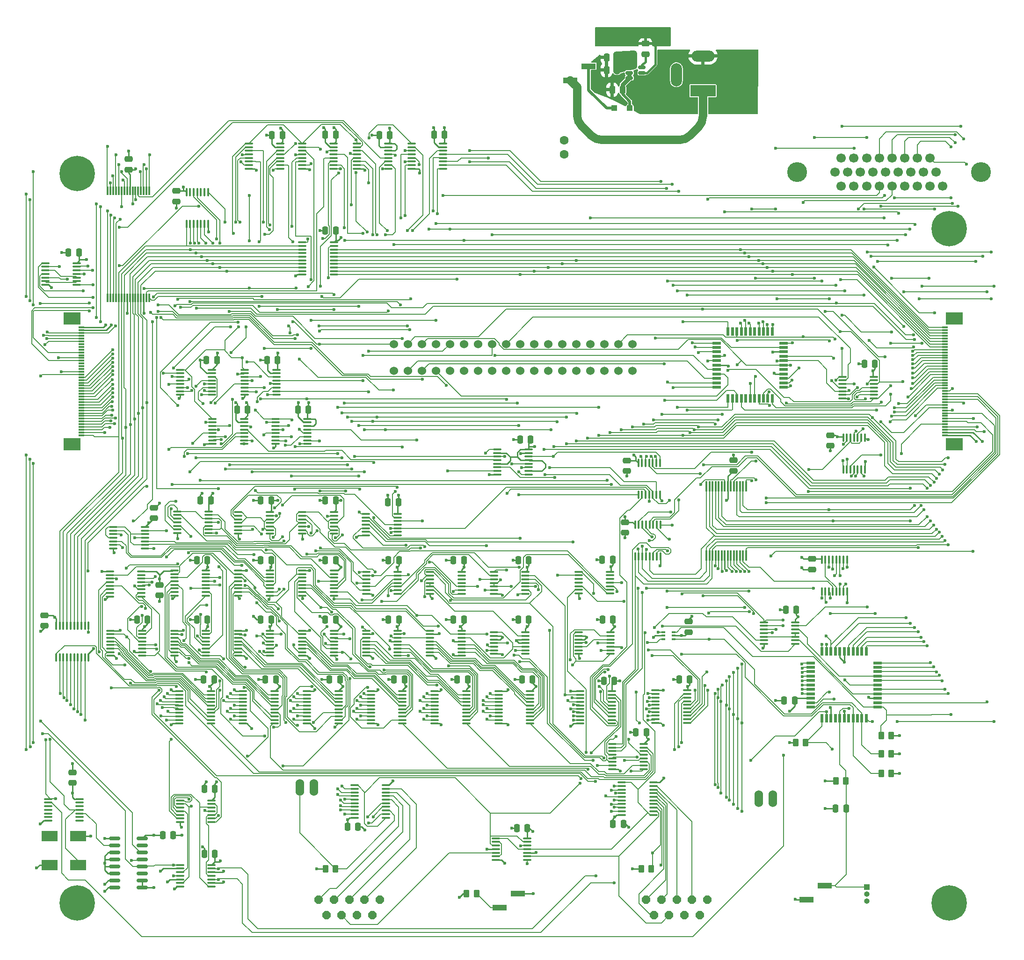
<source format=gbr>
G04 #@! TF.GenerationSoftware,KiCad,Pcbnew,7.0.6*
G04 #@! TF.CreationDate,2024-11-20T12:06:44-05:00*
G04 #@! TF.ProjectId,LogicBoard_smt,4c6f6769-6342-46f6-9172-645f736d742e,rev?*
G04 #@! TF.SameCoordinates,Original*
G04 #@! TF.FileFunction,Copper,L1,Top*
G04 #@! TF.FilePolarity,Positive*
%FSLAX46Y46*%
G04 Gerber Fmt 4.6, Leading zero omitted, Abs format (unit mm)*
G04 Created by KiCad (PCBNEW 7.0.6) date 2024-11-20 12:06:44*
%MOMM*%
%LPD*%
G01*
G04 APERTURE LIST*
G04 Aperture macros list*
%AMRoundRect*
0 Rectangle with rounded corners*
0 $1 Rounding radius*
0 $2 $3 $4 $5 $6 $7 $8 $9 X,Y pos of 4 corners*
0 Add a 4 corners polygon primitive as box body*
4,1,4,$2,$3,$4,$5,$6,$7,$8,$9,$2,$3,0*
0 Add four circle primitives for the rounded corners*
1,1,$1+$1,$2,$3*
1,1,$1+$1,$4,$5*
1,1,$1+$1,$6,$7*
1,1,$1+$1,$8,$9*
0 Add four rect primitives between the rounded corners*
20,1,$1+$1,$2,$3,$4,$5,0*
20,1,$1+$1,$4,$5,$6,$7,0*
20,1,$1+$1,$6,$7,$8,$9,0*
20,1,$1+$1,$8,$9,$2,$3,0*%
%AMOutline5P*
0 Free polygon, 5 corners , with rotation*
0 The origin of the aperture is its center*
0 number of corners: always 5*
0 $1 to $10 corner X, Y*
0 $11 Rotation angle, in degrees counterclockwise*
0 create outline with 5 corners*
4,1,5,$1,$2,$3,$4,$5,$6,$7,$8,$9,$10,$1,$2,$11*%
%AMOutline6P*
0 Free polygon, 6 corners , with rotation*
0 The origin of the aperture is its center*
0 number of corners: always 6*
0 $1 to $12 corner X, Y*
0 $13 Rotation angle, in degrees counterclockwise*
0 create outline with 6 corners*
4,1,6,$1,$2,$3,$4,$5,$6,$7,$8,$9,$10,$11,$12,$1,$2,$13*%
%AMOutline7P*
0 Free polygon, 7 corners , with rotation*
0 The origin of the aperture is its center*
0 number of corners: always 7*
0 $1 to $14 corner X, Y*
0 $15 Rotation angle, in degrees counterclockwise*
0 create outline with 7 corners*
4,1,7,$1,$2,$3,$4,$5,$6,$7,$8,$9,$10,$11,$12,$13,$14,$1,$2,$15*%
%AMOutline8P*
0 Free polygon, 8 corners , with rotation*
0 The origin of the aperture is its center*
0 number of corners: always 8*
0 $1 to $16 corner X, Y*
0 $17 Rotation angle, in degrees counterclockwise*
0 create outline with 8 corners*
4,1,8,$1,$2,$3,$4,$5,$6,$7,$8,$9,$10,$11,$12,$13,$14,$15,$16,$1,$2,$17*%
G04 Aperture macros list end*
G04 #@! TA.AperFunction,SMDPad,CuDef*
%ADD10RoundRect,0.100000X-0.637500X-0.100000X0.637500X-0.100000X0.637500X0.100000X-0.637500X0.100000X0*%
G04 #@! TD*
G04 #@! TA.AperFunction,SMDPad,CuDef*
%ADD11R,1.100000X0.300000*%
G04 #@! TD*
G04 #@! TA.AperFunction,SMDPad,CuDef*
%ADD12R,3.100000X2.300000*%
G04 #@! TD*
G04 #@! TA.AperFunction,SMDPad,CuDef*
%ADD13RoundRect,0.250000X0.475000X-0.250000X0.475000X0.250000X-0.475000X0.250000X-0.475000X-0.250000X0*%
G04 #@! TD*
G04 #@! TA.AperFunction,SMDPad,CuDef*
%ADD14RoundRect,0.250000X0.250000X0.475000X-0.250000X0.475000X-0.250000X-0.475000X0.250000X-0.475000X0*%
G04 #@! TD*
G04 #@! TA.AperFunction,SMDPad,CuDef*
%ADD15RoundRect,0.250000X-0.262500X-0.450000X0.262500X-0.450000X0.262500X0.450000X-0.262500X0.450000X0*%
G04 #@! TD*
G04 #@! TA.AperFunction,SMDPad,CuDef*
%ADD16R,0.520000X1.500000*%
G04 #@! TD*
G04 #@! TA.AperFunction,SMDPad,CuDef*
%ADD17R,1.500000X0.520000*%
G04 #@! TD*
G04 #@! TA.AperFunction,ComponentPad*
%ADD18O,1.524000X3.048000*%
G04 #@! TD*
G04 #@! TA.AperFunction,ComponentPad*
%ADD19R,4.600000X2.000000*%
G04 #@! TD*
G04 #@! TA.AperFunction,ComponentPad*
%ADD20O,4.200000X2.000000*%
G04 #@! TD*
G04 #@! TA.AperFunction,ComponentPad*
%ADD21O,2.000000X4.200000*%
G04 #@! TD*
G04 #@! TA.AperFunction,SMDPad,CuDef*
%ADD22RoundRect,0.100000X0.100000X-0.637500X0.100000X0.637500X-0.100000X0.637500X-0.100000X-0.637500X0*%
G04 #@! TD*
G04 #@! TA.AperFunction,ComponentPad*
%ADD23Outline8P,-0.762000X0.315631X-0.315631X0.762000X0.315631X0.762000X0.762000X0.315631X0.762000X-0.315631X0.315631X-0.762000X-0.315631X-0.762000X-0.762000X-0.315631X0.000000*%
G04 #@! TD*
G04 #@! TA.AperFunction,SMDPad,CuDef*
%ADD24RoundRect,0.250000X-0.475000X0.250000X-0.475000X-0.250000X0.475000X-0.250000X0.475000X0.250000X0*%
G04 #@! TD*
G04 #@! TA.AperFunction,ComponentPad*
%ADD25R,1.000000X1.000000*%
G04 #@! TD*
G04 #@! TA.AperFunction,ComponentPad*
%ADD26O,1.000000X1.000000*%
G04 #@! TD*
G04 #@! TA.AperFunction,ComponentPad*
%ADD27C,3.600000*%
G04 #@! TD*
G04 #@! TA.AperFunction,ConnectorPad*
%ADD28C,6.400000*%
G04 #@! TD*
G04 #@! TA.AperFunction,SMDPad,CuDef*
%ADD29RoundRect,0.100000X0.637500X0.100000X-0.637500X0.100000X-0.637500X-0.100000X0.637500X-0.100000X0*%
G04 #@! TD*
G04 #@! TA.AperFunction,SMDPad,CuDef*
%ADD30RoundRect,0.250000X0.262500X0.450000X-0.262500X0.450000X-0.262500X-0.450000X0.262500X-0.450000X0*%
G04 #@! TD*
G04 #@! TA.AperFunction,SMDPad,CuDef*
%ADD31R,0.380000X1.870000*%
G04 #@! TD*
G04 #@! TA.AperFunction,SMDPad,CuDef*
%ADD32R,0.650000X0.400000*%
G04 #@! TD*
G04 #@! TA.AperFunction,SMDPad,CuDef*
%ADD33RoundRect,0.250000X-0.250000X-0.475000X0.250000X-0.475000X0.250000X0.475000X-0.250000X0.475000X0*%
G04 #@! TD*
G04 #@! TA.AperFunction,SMDPad,CuDef*
%ADD34RoundRect,0.150000X-0.825000X-0.150000X0.825000X-0.150000X0.825000X0.150000X-0.825000X0.150000X0*%
G04 #@! TD*
G04 #@! TA.AperFunction,SMDPad,CuDef*
%ADD35RoundRect,0.250000X-0.850000X0.375000X-0.850000X-0.375000X0.850000X-0.375000X0.850000X0.375000X0*%
G04 #@! TD*
G04 #@! TA.AperFunction,ComponentPad*
%ADD36C,1.524000*%
G04 #@! TD*
G04 #@! TA.AperFunction,SMDPad,CuDef*
%ADD37R,2.510000X1.000000*%
G04 #@! TD*
G04 #@! TA.AperFunction,SMDPad,CuDef*
%ADD38RoundRect,0.075000X-0.075000X0.712500X-0.075000X-0.712500X0.075000X-0.712500X0.075000X0.712500X0*%
G04 #@! TD*
G04 #@! TA.AperFunction,SMDPad,CuDef*
%ADD39RoundRect,0.250000X0.300000X0.300000X-0.300000X0.300000X-0.300000X-0.300000X0.300000X-0.300000X0*%
G04 #@! TD*
G04 #@! TA.AperFunction,SMDPad,CuDef*
%ADD40RoundRect,0.150000X-0.512500X-0.150000X0.512500X-0.150000X0.512500X0.150000X-0.512500X0.150000X0*%
G04 #@! TD*
G04 #@! TA.AperFunction,WasherPad*
%ADD41C,3.600000*%
G04 #@! TD*
G04 #@! TA.AperFunction,ComponentPad*
%ADD42C,1.700000*%
G04 #@! TD*
G04 #@! TA.AperFunction,ComponentPad*
%ADD43C,1.600000*%
G04 #@! TD*
G04 #@! TA.AperFunction,SMDPad,CuDef*
%ADD44R,3.000000X1.980000*%
G04 #@! TD*
G04 #@! TA.AperFunction,ViaPad*
%ADD45C,0.600000*%
G04 #@! TD*
G04 #@! TA.AperFunction,Conductor*
%ADD46C,0.254000*%
G04 #@! TD*
G04 #@! TA.AperFunction,Conductor*
%ADD47C,0.152400*%
G04 #@! TD*
G04 #@! TA.AperFunction,Conductor*
%ADD48C,0.508000*%
G04 #@! TD*
G04 #@! TA.AperFunction,Conductor*
%ADD49C,0.762000*%
G04 #@! TD*
G04 #@! TA.AperFunction,Conductor*
%ADD50C,0.381000*%
G04 #@! TD*
G04 #@! TA.AperFunction,Conductor*
%ADD51C,1.524000*%
G04 #@! TD*
G04 APERTURE END LIST*
D10*
G04 #@! TO.P,GMUX2,1,~{A}/B*
G04 #@! TO.N,/DMA Controller/~{DMAMODE}*
X86291500Y-23633000D03*
G04 #@! TO.P,GMUX2,2,1A*
G04 #@! TO.N,Net-(GMUX2A-1A)*
X86291500Y-24283000D03*
G04 #@! TO.P,GMUX2,3,1B*
G04 #@! TO.N,A7*
X86291500Y-24933000D03*
G04 #@! TO.P,GMUX2,4,1Y*
G04 #@! TO.N,/DMA Controller/GA7*
X86291500Y-25583000D03*
G04 #@! TO.P,GMUX2,5,2A*
G04 #@! TO.N,Net-(GMUX2A-2A)*
X86291500Y-26233000D03*
G04 #@! TO.P,GMUX2,6,2B*
G04 #@! TO.N,A8*
X86291500Y-26883000D03*
G04 #@! TO.P,GMUX2,7,2Y*
G04 #@! TO.N,/DMA Controller/GA8*
X86291500Y-27533000D03*
G04 #@! TO.P,GMUX2,8,GND*
G04 #@! TO.N,GND*
X86291500Y-28183000D03*
G04 #@! TO.P,GMUX2,9,3Y*
G04 #@! TO.N,/DMA Controller/GA9*
X92016500Y-28183000D03*
G04 #@! TO.P,GMUX2,10,3B*
G04 #@! TO.N,A9*
X92016500Y-27533000D03*
G04 #@! TO.P,GMUX2,11,3A*
G04 #@! TO.N,Net-(GMUX2A-3A)*
X92016500Y-26883000D03*
G04 #@! TO.P,GMUX2,12,4Y*
G04 #@! TO.N,/DMA Controller/GA10*
X92016500Y-26233000D03*
G04 #@! TO.P,GMUX2,13,4B*
G04 #@! TO.N,A10*
X92016500Y-25583000D03*
G04 #@! TO.P,GMUX2,14,4A*
G04 #@! TO.N,Net-(GMUX2A-4A)*
X92016500Y-24933000D03*
G04 #@! TO.P,GMUX2,15,G*
G04 #@! TO.N,GND*
X92016500Y-24283000D03*
G04 #@! TO.P,GMUX2,16,VCC*
G04 #@! TO.N,VCC*
X92016500Y-23633000D03*
G04 #@! TD*
D11*
G04 #@! TO.P,TO_FRAMEBUFFER1,1,1*
G04 #@! TO.N,VCC*
X46350000Y-56949300D03*
G04 #@! TO.P,TO_FRAMEBUFFER1,2,2*
G04 #@! TO.N,GND*
X46350000Y-57449300D03*
G04 #@! TO.P,TO_FRAMEBUFFER1,3,3*
G04 #@! TO.N,CLK28*
X46350000Y-57949300D03*
G04 #@! TO.P,TO_FRAMEBUFFER1,4,4*
G04 #@! TO.N,CLK14*
X46350000Y-58449300D03*
G04 #@! TO.P,TO_FRAMEBUFFER1,5,5*
G04 #@! TO.N,CLK7*
X46350000Y-58949300D03*
G04 #@! TO.P,TO_FRAMEBUFFER1,6,6*
G04 #@! TO.N,CLK3_5*
X46350000Y-59449300D03*
G04 #@! TO.P,TO_FRAMEBUFFER1,7,7*
G04 #@! TO.N,unconnected-(TO_FRAMEBUFFER1-Pad7)*
X46350000Y-59949300D03*
G04 #@! TO.P,TO_FRAMEBUFFER1,8,8*
G04 #@! TO.N,unconnected-(TO_FRAMEBUFFER1-Pad8)*
X46350000Y-60449300D03*
G04 #@! TO.P,TO_FRAMEBUFFER1,9,9*
G04 #@! TO.N,unconnected-(TO_FRAMEBUFFER1-Pad9)*
X46350000Y-60949300D03*
G04 #@! TO.P,TO_FRAMEBUFFER1,10,10*
G04 #@! TO.N,VNMI*
X46350000Y-61449300D03*
G04 #@! TO.P,TO_FRAMEBUFFER1,11,11*
G04 #@! TO.N,unconnected-(TO_FRAMEBUFFER1-Pad11)*
X46350000Y-61949300D03*
G04 #@! TO.P,TO_FRAMEBUFFER1,12,12*
G04 #@! TO.N,/DMA Controller/~{VWE}*
X46350000Y-62449300D03*
G04 #@! TO.P,TO_FRAMEBUFFER1,13,13*
G04 #@! TO.N,/DMA Controller/~{VOE}*
X46350000Y-62949300D03*
G04 #@! TO.P,TO_FRAMEBUFFER1,14,14*
G04 #@! TO.N,unconnected-(TO_FRAMEBUFFER1-Pad14)*
X46350000Y-63449300D03*
G04 #@! TO.P,TO_FRAMEBUFFER1,15,15*
G04 #@! TO.N,unconnected-(TO_FRAMEBUFFER1-Pad15)*
X46350000Y-63949300D03*
G04 #@! TO.P,TO_FRAMEBUFFER1,16,16*
G04 #@! TO.N,unconnected-(TO_FRAMEBUFFER1-Pad16)*
X46350000Y-64449300D03*
G04 #@! TO.P,TO_FRAMEBUFFER1,17,17*
G04 #@! TO.N,/DMA Controller/VID_OUT_PAGE*
X46350000Y-64949300D03*
G04 #@! TO.P,TO_FRAMEBUFFER1,18,18*
G04 #@! TO.N,/DMA Controller/VRAMBANK*
X46350000Y-65449300D03*
G04 #@! TO.P,TO_FRAMEBUFFER1,19,19*
G04 #@! TO.N,/DMA Controller/VA13*
X46350000Y-65949300D03*
G04 #@! TO.P,TO_FRAMEBUFFER1,20,20*
G04 #@! TO.N,/DMA Controller/VA12*
X46350000Y-66449300D03*
G04 #@! TO.P,TO_FRAMEBUFFER1,21,21*
G04 #@! TO.N,/DMA Controller/VA11*
X46350000Y-66949300D03*
G04 #@! TO.P,TO_FRAMEBUFFER1,22,22*
G04 #@! TO.N,/DMA Controller/VA10*
X46350000Y-67449300D03*
G04 #@! TO.P,TO_FRAMEBUFFER1,23,23*
G04 #@! TO.N,/DMA Controller/VA9*
X46350000Y-67949300D03*
G04 #@! TO.P,TO_FRAMEBUFFER1,24,24*
G04 #@! TO.N,/DMA Controller/VA8*
X46350000Y-68449300D03*
G04 #@! TO.P,TO_FRAMEBUFFER1,25,25*
G04 #@! TO.N,/DMA Controller/VA7*
X46350000Y-68949300D03*
G04 #@! TO.P,TO_FRAMEBUFFER1,26,26*
G04 #@! TO.N,/DMA Controller/VA6*
X46350000Y-69449300D03*
G04 #@! TO.P,TO_FRAMEBUFFER1,27,27*
G04 #@! TO.N,/DMA Controller/VA5*
X46350000Y-69949300D03*
G04 #@! TO.P,TO_FRAMEBUFFER1,28,28*
G04 #@! TO.N,/DMA Controller/VA4*
X46350000Y-70449300D03*
G04 #@! TO.P,TO_FRAMEBUFFER1,29,29*
G04 #@! TO.N,/DMA Controller/VA3*
X46350000Y-70949300D03*
G04 #@! TO.P,TO_FRAMEBUFFER1,30,30*
G04 #@! TO.N,/DMA Controller/VA2*
X46350000Y-71449300D03*
G04 #@! TO.P,TO_FRAMEBUFFER1,31,31*
G04 #@! TO.N,/DMA Controller/VA1*
X46350000Y-71949300D03*
G04 #@! TO.P,TO_FRAMEBUFFER1,32,32*
G04 #@! TO.N,/DMA Controller/VA0*
X46350000Y-72449300D03*
G04 #@! TO.P,TO_FRAMEBUFFER1,33,33*
G04 #@! TO.N,/DMA Controller/DD7*
X46350000Y-72949300D03*
G04 #@! TO.P,TO_FRAMEBUFFER1,34,34*
G04 #@! TO.N,/DMA Controller/DD6*
X46350000Y-73449300D03*
G04 #@! TO.P,TO_FRAMEBUFFER1,35,35*
G04 #@! TO.N,/DMA Controller/DD5*
X46350000Y-73949300D03*
G04 #@! TO.P,TO_FRAMEBUFFER1,36,36*
G04 #@! TO.N,/DMA Controller/DD4*
X46350000Y-74449300D03*
G04 #@! TO.P,TO_FRAMEBUFFER1,37,37*
G04 #@! TO.N,/DMA Controller/DD3*
X46350000Y-74949300D03*
G04 #@! TO.P,TO_FRAMEBUFFER1,38,38*
G04 #@! TO.N,/DMA Controller/DD2*
X46350000Y-75449300D03*
G04 #@! TO.P,TO_FRAMEBUFFER1,39,39*
G04 #@! TO.N,/DMA Controller/DD1*
X46350000Y-75949300D03*
G04 #@! TO.P,TO_FRAMEBUFFER1,40,40*
G04 #@! TO.N,/DMA Controller/DD0*
X46350000Y-76449300D03*
D12*
G04 #@! TO.P,TO_FRAMEBUFFER1,MP*
G04 #@! TO.N,N/C*
X44650000Y-55279300D03*
X44650000Y-78119300D03*
G04 #@! TD*
D13*
G04 #@! TO.P,C36,1,1*
G04 #@! TO.N,VCC*
X164338000Y-82878000D03*
G04 #@! TO.P,C36,2,2*
G04 #@! TO.N,GND*
X164338000Y-80978000D03*
G04 #@! TD*
D14*
G04 #@! TO.P,C34,1,1*
G04 #@! TO.N,VCC*
X127061000Y-147574000D03*
G04 #@! TO.P,C34,2,2*
G04 #@! TO.N,GND*
X125161000Y-147574000D03*
G04 #@! TD*
D13*
G04 #@! TO.P,C1,1,1*
G04 #@! TO.N,VCC*
X54864000Y-28360000D03*
G04 #@! TO.P,C1,2,2*
G04 #@! TO.N,GND*
X54864000Y-26460000D03*
G04 #@! TD*
D10*
G04 #@! TO.P,VMUX2,1,~{A}/B*
G04 #@! TO.N,/DMA Controller/~{DMAMODE}*
X75885100Y-64575300D03*
G04 #@! TO.P,VMUX2,2,1A*
G04 #@! TO.N,Net-(VMUX2A-1A)*
X75885100Y-65225300D03*
G04 #@! TO.P,VMUX2,3,1B*
G04 #@! TO.N,A7*
X75885100Y-65875300D03*
G04 #@! TO.P,VMUX2,4,1Y*
G04 #@! TO.N,/DMA Controller/VA7*
X75885100Y-66525300D03*
G04 #@! TO.P,VMUX2,5,2A*
G04 #@! TO.N,Net-(VMUX2A-2A)*
X75885100Y-67175300D03*
G04 #@! TO.P,VMUX2,6,2B*
G04 #@! TO.N,A8*
X75885100Y-67825300D03*
G04 #@! TO.P,VMUX2,7,2Y*
G04 #@! TO.N,/DMA Controller/VA8*
X75885100Y-68475300D03*
G04 #@! TO.P,VMUX2,8,GND*
G04 #@! TO.N,GND*
X75885100Y-69125300D03*
G04 #@! TO.P,VMUX2,9,3Y*
G04 #@! TO.N,/DMA Controller/VA9*
X81610100Y-69125300D03*
G04 #@! TO.P,VMUX2,10,3B*
G04 #@! TO.N,A9*
X81610100Y-68475300D03*
G04 #@! TO.P,VMUX2,11,3A*
G04 #@! TO.N,Net-(VMUX2A-3A)*
X81610100Y-67825300D03*
G04 #@! TO.P,VMUX2,12,4Y*
G04 #@! TO.N,/DMA Controller/VA10*
X81610100Y-67175300D03*
G04 #@! TO.P,VMUX2,13,4B*
G04 #@! TO.N,A10*
X81610100Y-66525300D03*
G04 #@! TO.P,VMUX2,14,4A*
G04 #@! TO.N,Net-(VMUX2A-4A)*
X81610100Y-65875300D03*
G04 #@! TO.P,VMUX2,15,G*
G04 #@! TO.N,GND*
X81610100Y-65225300D03*
G04 #@! TO.P,VMUX2,16,VCC*
G04 #@! TO.N,VCC*
X81610100Y-64575300D03*
G04 #@! TD*
D15*
G04 #@! TO.P,R2,1,1*
G04 #@! TO.N,VCC*
X182880000Y-139000000D03*
G04 #@! TO.P,R2,2,2*
G04 #@! TO.N,/CPU and address decode/~{RESET}*
X184705000Y-139000000D03*
G04 #@! TD*
D14*
G04 #@! TO.P,C60,1,1*
G04 #@! TO.N,VCC*
X127315000Y-99060000D03*
G04 #@! TO.P,C60,2,2*
G04 #@! TO.N,GND*
X125415000Y-99060000D03*
G04 #@! TD*
D16*
G04 #@! TO.P,U1,1,VPB*
G04 #@! TO.N,unconnected-(U1-VPB-Pad1)*
X185204000Y-127716000D03*
G04 #@! TO.P,U1,2,RDY*
G04 #@! TO.N,/CPU and address decode/RDY*
X186004000Y-127716000D03*
G04 #@! TO.P,U1,3,PHI1*
G04 #@! TO.N,unconnected-(U1-PHI1-Pad3)*
X186804000Y-127716000D03*
G04 #@! TO.P,U1,4,IRQB*
G04 #@! TO.N,~{IRQ}*
X187604000Y-127716000D03*
G04 #@! TO.P,U1,5,MLB*
G04 #@! TO.N,/CPU and address decode/MemLock*
X188404000Y-127716000D03*
D17*
G04 #@! TO.P,U1,6,NMIB*
G04 #@! TO.N,~{NMI}*
X190454000Y-125666000D03*
G04 #@! TO.P,U1,7,SYNC*
G04 #@! TO.N,/CPU and address decode/sync*
X190454000Y-124866000D03*
G04 #@! TO.P,U1,8,VDD*
G04 #@! TO.N,VCC*
X190454000Y-124066000D03*
X178354000Y-124066000D03*
G04 #@! TO.P,U1,9,A0*
G04 #@! TO.N,A0*
X190454000Y-123266000D03*
G04 #@! TO.P,U1,10,A1*
G04 #@! TO.N,A1*
X190454000Y-122466000D03*
G04 #@! TO.P,U1,11,A2*
G04 #@! TO.N,A2*
X190454000Y-120866000D03*
G04 #@! TO.P,U1,12,A3*
G04 #@! TO.N,A3*
X190454000Y-120066000D03*
G04 #@! TO.P,U1,13,A4*
G04 #@! TO.N,A4*
X190454000Y-119266000D03*
G04 #@! TO.P,U1,14,A5*
G04 #@! TO.N,A5*
X190454000Y-118466000D03*
G04 #@! TO.P,U1,15,A6*
G04 #@! TO.N,A6*
X190454000Y-117666000D03*
D16*
G04 #@! TO.P,U1,16,A7*
G04 #@! TO.N,A7*
X188404000Y-115616000D03*
G04 #@! TO.P,U1,17,A8*
G04 #@! TO.N,A8*
X187604000Y-115616000D03*
G04 #@! TO.P,U1,18,A9*
G04 #@! TO.N,A9*
X186804000Y-115616000D03*
G04 #@! TO.P,U1,19,A10*
G04 #@! TO.N,A10*
X186004000Y-115616000D03*
G04 #@! TO.P,U1,20,A11*
G04 #@! TO.N,A11*
X185204000Y-115616000D03*
G04 #@! TO.P,U1,21,VSS*
G04 #@! TO.N,GND*
X184404000Y-127716000D03*
X184404000Y-115616000D03*
X183604000Y-115616000D03*
G04 #@! TO.P,U1,22,A12*
G04 #@! TO.N,A12*
X182804000Y-115616000D03*
G04 #@! TO.P,U1,23,A13*
G04 #@! TO.N,A13*
X182004000Y-115616000D03*
G04 #@! TO.P,U1,24,A14*
G04 #@! TO.N,/CPU and address decode/A14*
X181204000Y-115616000D03*
G04 #@! TO.P,U1,25,A15*
G04 #@! TO.N,/CPU and address decode/A15*
X180404000Y-115616000D03*
D17*
G04 #@! TO.P,U1,26,D7*
G04 #@! TO.N,D7*
X178354000Y-117666000D03*
G04 #@! TO.P,U1,27,D6*
G04 #@! TO.N,D6*
X178354000Y-118466000D03*
G04 #@! TO.P,U1,28,D5*
G04 #@! TO.N,D5*
X178354000Y-119266000D03*
G04 #@! TO.P,U1,29,D4*
G04 #@! TO.N,D4*
X178354000Y-120066000D03*
G04 #@! TO.P,U1,30,D3*
G04 #@! TO.N,D3*
X178354000Y-120866000D03*
G04 #@! TO.P,U1,31,D2*
G04 #@! TO.N,D2*
X178354000Y-121666000D03*
G04 #@! TO.P,U1,32,D1*
G04 #@! TO.N,D1*
X178354000Y-122466000D03*
G04 #@! TO.P,U1,33,D0*
G04 #@! TO.N,D0*
X178354000Y-123266000D03*
G04 #@! TO.P,U1,34,R/WB*
G04 #@! TO.N,/CPU and address decode/R{slash}~{W}*
X178354000Y-124866000D03*
G04 #@! TO.P,U1,35,NC*
G04 #@! TO.N,unconnected-(U1-NC-Pad35)*
X190454000Y-121666000D03*
X178354000Y-125666000D03*
D16*
G04 #@! TO.P,U1,36,BE*
G04 #@! TO.N,/CPU and address decode/BusEnable*
X180404000Y-127716000D03*
G04 #@! TO.P,U1,37,PH0-IN*
G04 #@! TO.N,CLK3_5*
X181204000Y-127716000D03*
G04 #@! TO.P,U1,38,SOB*
G04 #@! TO.N,VCC*
X182004000Y-127716000D03*
G04 #@! TO.P,U1,39,PHI2*
G04 #@! TO.N,unconnected-(U1-PHI2-Pad39)*
X182804000Y-127716000D03*
G04 #@! TO.P,U1,40,RESB*
G04 #@! TO.N,/CPU and address decode/~{RESET}*
X183604000Y-127716000D03*
G04 #@! TD*
D10*
G04 #@! TO.P,IC53,1,I*
G04 #@! TO.N,/DMA Controller/VNMI_ENABLE*
X136329500Y-101174000D03*
G04 #@! TO.P,IC53,2,O*
G04 #@! TO.N,Net-(IC18A-I1)*
X136329500Y-101824000D03*
G04 #@! TO.P,IC53,3*
G04 #@! TO.N,N/C*
X136329500Y-102474000D03*
G04 #@! TO.P,IC53,4*
X136329500Y-103124000D03*
G04 #@! TO.P,IC53,5,I*
G04 #@! TO.N,Net-(IC12B-O)*
X136329500Y-103774000D03*
G04 #@! TO.P,IC53,6,O*
G04 #@! TO.N,~{GAMEPAD1R}*
X136329500Y-104424000D03*
G04 #@! TO.P,IC53,7,GND*
G04 #@! TO.N,GND*
X136329500Y-105074000D03*
G04 #@! TO.P,IC53,8,O*
G04 #@! TO.N,/DMA Controller/ROWCOMPLETE*
X142054500Y-105074000D03*
G04 #@! TO.P,IC53,9,I*
G04 #@! TO.N,/DMA Controller/~{ROWCOMPLETE}*
X142054500Y-104424000D03*
G04 #@! TO.P,IC53,10,O*
G04 #@! TO.N,~{GAMEPAD2R}*
X142054500Y-103774000D03*
G04 #@! TO.P,IC53,11,I*
G04 #@! TO.N,Net-(IC12C-O)*
X142054500Y-103124000D03*
G04 #@! TO.P,IC53,12*
G04 #@! TO.N,N/C*
X142054500Y-102474000D03*
G04 #@! TO.P,IC53,13*
X142054500Y-101824000D03*
G04 #@! TO.P,IC53,14,VCC*
G04 #@! TO.N,VCC*
X142054500Y-101174000D03*
G04 #@! TD*
D18*
G04 #@! TO.P,EXTRA_BUTTON_1,1,1*
G04 #@! TO.N,Net-(PAD1REG0A-2D)*
X85852000Y-140208000D03*
G04 #@! TO.P,EXTRA_BUTTON_1,2,2*
G04 #@! TO.N,GND*
X88392000Y-140208000D03*
G04 #@! TD*
D14*
G04 #@! TO.P,C47,1,1*
G04 #@! TO.N,/CPU and address decode/~{RESET}*
X184742500Y-144000000D03*
G04 #@! TO.P,C47,2,2*
G04 #@! TO.N,GND*
X182842500Y-144000000D03*
G04 #@! TD*
D19*
G04 #@! TO.P,J2,1*
G04 #@! TO.N,Net-(J2-Pad1)*
X158838900Y-14072400D03*
D20*
G04 #@! TO.P,J2,2*
G04 #@! TO.N,GND*
X158838900Y-7772400D03*
D21*
G04 #@! TO.P,J2,3*
G04 #@! TO.N,unconnected-(J2-Pad3)*
X154038900Y-11172400D03*
G04 #@! TD*
D10*
G04 #@! TO.P,BLIT_REG_SELECTOR0,1,A*
G04 #@! TO.N,A0*
X142425500Y-132345000D03*
G04 #@! TO.P,BLIT_REG_SELECTOR0,2,B*
G04 #@! TO.N,A1*
X142425500Y-132995000D03*
G04 #@! TO.P,BLIT_REG_SELECTOR0,3,C*
G04 #@! TO.N,A2*
X142425500Y-133645000D03*
G04 #@! TO.P,BLIT_REG_SELECTOR0,4,G2A*
G04 #@! TO.N,~{WE2}*
X142425500Y-134295000D03*
G04 #@! TO.P,BLIT_REG_SELECTOR0,5,G2B*
G04 #@! TO.N,~{VID_SEL}*
X142425500Y-134945000D03*
G04 #@! TO.P,BLIT_REG_SELECTOR0,6,G1*
G04 #@! TO.N,/DMA Controller/DMAMODE*
X142425500Y-135595000D03*
G04 #@! TO.P,BLIT_REG_SELECTOR0,7,Y7*
G04 #@! TO.N,Net-(BLIT_REG_SELECTOR0B-Y7)*
X142425500Y-136245000D03*
G04 #@! TO.P,BLIT_REG_SELECTOR0,8,GND*
G04 #@! TO.N,GND*
X142425500Y-136895000D03*
G04 #@! TO.P,BLIT_REG_SELECTOR0,9,Y6*
G04 #@! TO.N,/DMA Controller/TRIGGER-SELECT*
X148150500Y-136895000D03*
G04 #@! TO.P,BLIT_REG_SELECTOR0,10,Y5*
G04 #@! TO.N,Net-(BLIT_REG_SELECTOR0B-Y5)*
X148150500Y-136245000D03*
G04 #@! TO.P,BLIT_REG_SELECTOR0,11,Y4*
G04 #@! TO.N,Net-(BLIT_REG_SELECTOR0B-Y4)*
X148150500Y-135595000D03*
G04 #@! TO.P,BLIT_REG_SELECTOR0,12,Y3*
G04 #@! TO.N,Net-(BLIT_REG_SELECTOR0B-Y3)*
X148150500Y-134945000D03*
G04 #@! TO.P,BLIT_REG_SELECTOR0,13,Y2*
G04 #@! TO.N,Net-(BLIT_REG_SELECTOR0B-Y2)*
X148150500Y-134295000D03*
G04 #@! TO.P,BLIT_REG_SELECTOR0,14,Y1*
G04 #@! TO.N,Net-(BLIT_REG_SELECTOR0B-Y1)*
X148150500Y-133645000D03*
G04 #@! TO.P,BLIT_REG_SELECTOR0,15,Y0*
G04 #@! TO.N,Net-(BLIT_REG_SELECTOR0B-Y0)*
X148150500Y-132995000D03*
G04 #@! TO.P,BLIT_REG_SELECTOR0,16,VCC*
G04 #@! TO.N,VCC*
X148150500Y-132345000D03*
G04 #@! TD*
D22*
G04 #@! TO.P,WR_REG_DECODE0,1,A*
G04 #@! TO.N,A0*
X146569000Y-98366500D03*
G04 #@! TO.P,WR_REG_DECODE0,2,B*
G04 #@! TO.N,A1*
X147219000Y-98366500D03*
G04 #@! TO.P,WR_REG_DECODE0,3,C*
G04 #@! TO.N,A2*
X147869000Y-98366500D03*
G04 #@! TO.P,WR_REG_DECODE0,4,G2A*
G04 #@! TO.N,/CPU and address decode/~{REGSSEL}*
X148519000Y-98366500D03*
G04 #@! TO.P,WR_REG_DECODE0,5,G2B*
G04 #@! TO.N,A3*
X149169000Y-98366500D03*
G04 #@! TO.P,WR_REG_DECODE0,6,G1*
G04 #@! TO.N,CLK3_5*
X149819000Y-98366500D03*
G04 #@! TO.P,WR_REG_DECODE0,7,Y7*
G04 #@! TO.N,VIDFLAGS*
X150469000Y-98366500D03*
G04 #@! TO.P,WR_REG_DECODE0,8,GND*
G04 #@! TO.N,GND*
X151119000Y-98366500D03*
G04 #@! TO.P,WR_REG_DECODE0,9,Y6*
G04 #@! TO.N,AUD_SAMP_RATE_SEL*
X151119000Y-92641500D03*
G04 #@! TO.P,WR_REG_DECODE0,10,Y5*
G04 #@! TO.N,GRAM_PAGE_SEL*
X150469000Y-92641500D03*
G04 #@! TO.P,WR_REG_DECODE0,11,Y4*
G04 #@! TO.N,AUD_LFSR_X*
X149819000Y-92641500D03*
G04 #@! TO.P,WR_REG_DECODE0,12,Y3*
G04 #@! TO.N,AUD_SQ2_X*
X149169000Y-92641500D03*
G04 #@! TO.P,WR_REG_DECODE0,13,Y2*
G04 #@! TO.N,AUD_SQ2_N*
X148519000Y-92641500D03*
G04 #@! TO.P,WR_REG_DECODE0,14,Y1*
G04 #@! TO.N,~{AUD_NMI}*
X147869000Y-92641500D03*
G04 #@! TO.P,WR_REG_DECODE0,15,Y0*
G04 #@! TO.N,AUD_RESET*
X147219000Y-92641500D03*
G04 #@! TO.P,WR_REG_DECODE0,16,VCC*
G04 #@! TO.N,VCC*
X146569000Y-92641500D03*
G04 #@! TD*
D23*
G04 #@! TO.P,PORT1,1,1*
G04 #@! TO.N,Net-(PAD1REG0A-5D)*
X89281000Y-160526700D03*
G04 #@! TO.P,PORT1,2,2*
G04 #@! TO.N,Net-(PAD1REG0A-6D)*
X92049600Y-160526700D03*
G04 #@! TO.P,PORT1,3,3*
G04 #@! TO.N,Net-(PAD1REG0A-7D)*
X94818200Y-160526700D03*
G04 #@! TO.P,PORT1,4,4*
G04 #@! TO.N,Net-(PAD1REG0A-8D)*
X97586800Y-160526700D03*
G04 #@! TO.P,PORT1,5,5*
G04 #@! TO.N,VCC*
X100355400Y-160526700D03*
G04 #@! TO.P,PORT1,6,6*
G04 #@! TO.N,Net-(PAD1REG0A-4D)*
X90665300Y-163370300D03*
G04 #@! TO.P,PORT1,7,7*
G04 #@! TO.N,Net-(GAMEPAD_SELECTOR0A-Q)*
X93433900Y-163370300D03*
G04 #@! TO.P,PORT1,8,8*
G04 #@! TO.N,GND*
X96202500Y-163370300D03*
G04 #@! TO.P,PORT1,9,9*
G04 #@! TO.N,Net-(PAD1REG0A-3D)*
X98971100Y-163370300D03*
G04 #@! TD*
D14*
G04 #@! TO.P,C5,1,1*
G04 #@! TO.N,VCC*
X80700700Y-99060000D03*
G04 #@! TO.P,C5,2,2*
G04 #@! TO.N,GND*
X78800700Y-99060000D03*
G04 #@! TD*
D24*
G04 #@! TO.P,C43,1,1*
G04 #@! TO.N,VCC*
X144764000Y-92186500D03*
G04 #@! TO.P,C43,2,2*
G04 #@! TO.N,GND*
X144764000Y-94086500D03*
G04 #@! TD*
D10*
G04 #@! TO.P,U5,1*
G04 #@! TO.N,/DMA Controller/YDIR*
X86303600Y-90375000D03*
G04 #@! TO.P,U5,2*
G04 #@! TO.N,Net-(GYL0A-Q0)*
X86303600Y-91025000D03*
G04 #@! TO.P,U5,3*
G04 #@! TO.N,Net-(GMUX2A-1A)*
X86303600Y-91675000D03*
G04 #@! TO.P,U5,4*
G04 #@! TO.N,/DMA Controller/YDIR*
X86303600Y-92325000D03*
G04 #@! TO.P,U5,5*
G04 #@! TO.N,Net-(GYL0A-Q1)*
X86303600Y-92975000D03*
G04 #@! TO.P,U5,6*
G04 #@! TO.N,Net-(GMUX2A-2A)*
X86303600Y-93625000D03*
G04 #@! TO.P,U5,7,GND*
G04 #@! TO.N,GND*
X86303600Y-94275000D03*
G04 #@! TO.P,U5,8*
G04 #@! TO.N,Net-(GMUX2A-3A)*
X92028600Y-94275000D03*
G04 #@! TO.P,U5,9*
G04 #@! TO.N,/DMA Controller/YDIR*
X92028600Y-93625000D03*
G04 #@! TO.P,U5,10*
G04 #@! TO.N,Net-(GYL0A-Q2)*
X92028600Y-92975000D03*
G04 #@! TO.P,U5,11*
G04 #@! TO.N,Net-(GMUX2A-4A)*
X92028600Y-92325000D03*
G04 #@! TO.P,U5,12*
G04 #@! TO.N,/DMA Controller/YDIR*
X92028600Y-91675000D03*
G04 #@! TO.P,U5,13*
G04 #@! TO.N,Net-(GYL0A-Q3)*
X92028600Y-91025000D03*
G04 #@! TO.P,U5,14,VCC*
G04 #@! TO.N,VCC*
X92028600Y-90375000D03*
G04 #@! TD*
G04 #@! TO.P,IC9,1,CLR*
G04 #@! TO.N,/DMA Controller/~{COPYDONE}*
X120999600Y-112131700D03*
G04 #@! TO.P,IC9,2,D*
G04 #@! TO.N,GND*
X120999600Y-112781700D03*
G04 #@! TO.P,IC9,3,CLK*
X120999600Y-113431700D03*
G04 #@! TO.P,IC9,4,PRE*
G04 #@! TO.N,Net-(IC31C-O)*
X120999600Y-114081700D03*
G04 #@! TO.P,IC9,5,Q*
G04 #@! TO.N,/DMA Controller/RUNNING*
X120999600Y-114731700D03*
G04 #@! TO.P,IC9,6,~{Q}*
G04 #@! TO.N,/DMA Controller/~{RUNNING}*
X120999600Y-115381700D03*
G04 #@! TO.P,IC9,7,GND*
G04 #@! TO.N,GND*
X120999600Y-116031700D03*
G04 #@! TO.P,IC9,8,~{Q}*
G04 #@! TO.N,unconnected-(IC9B-~{Q}-Pad8)*
X126724600Y-116031700D03*
G04 #@! TO.P,IC9,9,Q*
G04 #@! TO.N,/DMA Controller/IRQ*
X126724600Y-115381700D03*
G04 #@! TO.P,IC9,10,PRE*
G04 #@! TO.N,/DMA Controller/~{COPYDONE}*
X126724600Y-114731700D03*
G04 #@! TO.P,IC9,11,CLK*
G04 #@! TO.N,GND*
X126724600Y-114081700D03*
G04 #@! TO.P,IC9,12,D*
X126724600Y-113431700D03*
G04 #@! TO.P,IC9,13,CLR*
G04 #@! TO.N,Net-(IC5B-O)*
X126724600Y-112781700D03*
G04 #@! TO.P,IC9,14,VCC*
G04 #@! TO.N,VCC*
X126724600Y-112131700D03*
G04 #@! TD*
D22*
G04 #@! TO.P,IC7,1,I0*
G04 #@! TO.N,Net-(IC7A-I0)*
X184232000Y-82618500D03*
G04 #@! TO.P,IC7,2,I1*
G04 #@! TO.N,Net-(IC7A-I1)*
X184882000Y-82618500D03*
G04 #@! TO.P,IC7,3,O*
G04 #@! TO.N,~{WAV_SEL}*
X185532000Y-82618500D03*
G04 #@! TO.P,IC7,4,I0*
G04 #@! TO.N,/CPU and address decode/N$38_2*
X186182000Y-82618500D03*
G04 #@! TO.P,IC7,5,I1*
G04 #@! TO.N,/CPU and address decode/N$37_2*
X186832000Y-82618500D03*
G04 #@! TO.P,IC7,6,O*
G04 #@! TO.N,~{VID_SEL}*
X187482000Y-82618500D03*
G04 #@! TO.P,IC7,7,GND*
G04 #@! TO.N,GND*
X188132000Y-82618500D03*
G04 #@! TO.P,IC7,8,O*
G04 #@! TO.N,Net-(IC4F-I)*
X188132000Y-76893500D03*
G04 #@! TO.P,IC7,9,I0*
G04 #@! TO.N,Net-(IC12A-O)*
X187482000Y-76893500D03*
G04 #@! TO.P,IC7,10,I1*
G04 #@! TO.N,/CPU and address decode/W{slash}~{R}*
X186832000Y-76893500D03*
G04 #@! TO.P,IC7,11,O*
G04 #@! TO.N,Net-(IC4D-I)*
X186182000Y-76893500D03*
G04 #@! TO.P,IC7,12,I0*
G04 #@! TO.N,Net-(IC12A-O)*
X185532000Y-76893500D03*
G04 #@! TO.P,IC7,13,I1*
G04 #@! TO.N,/CPU and address decode/R{slash}~{W}*
X184882000Y-76893500D03*
G04 #@! TO.P,IC7,14,VCC*
G04 #@! TO.N,VCC*
X184232000Y-76893500D03*
G04 #@! TD*
D25*
G04 #@! TO.P,J3,1,Pin_1*
G04 #@! TO.N,/CPU and address decode/~{RESET}*
X188500000Y-158225000D03*
D26*
G04 #@! TO.P,J3,2,Pin_2*
G04 #@! TO.N,VCC*
X188500000Y-159495000D03*
G04 #@! TO.P,J3,3,Pin_3*
G04 #@! TO.N,GND*
X188500000Y-160765000D03*
G04 #@! TD*
D10*
G04 #@! TO.P,IC16,1,I*
G04 #@! TO.N,CLK7*
X40317500Y-142322000D03*
G04 #@! TO.P,IC16,2,O*
G04 #@! TO.N,~{CLK7}*
X40317500Y-142972000D03*
G04 #@! TO.P,IC16,3*
G04 #@! TO.N,N/C*
X40317500Y-143622000D03*
G04 #@! TO.P,IC16,4*
X40317500Y-144272000D03*
G04 #@! TO.P,IC16,5*
X40317500Y-144922000D03*
G04 #@! TO.P,IC16,6*
X40317500Y-145572000D03*
G04 #@! TO.P,IC16,7,GND*
G04 #@! TO.N,GND*
X40317500Y-146222000D03*
G04 #@! TO.P,IC16,8*
G04 #@! TO.N,N/C*
X46042500Y-146222000D03*
G04 #@! TO.P,IC16,9*
X46042500Y-145572000D03*
G04 #@! TO.P,IC16,10,O*
G04 #@! TO.N,/cpu-blitter-inputs_6/~{CLK28}*
X46042500Y-144922000D03*
G04 #@! TO.P,IC16,11,I*
G04 #@! TO.N,CLK28*
X46042500Y-144272000D03*
G04 #@! TO.P,IC16,12*
G04 #@! TO.N,N/C*
X46042500Y-143622000D03*
G04 #@! TO.P,IC16,13*
X46042500Y-142972000D03*
G04 #@! TO.P,IC16,14,VCC*
G04 #@! TO.N,VCC*
X46042500Y-142322000D03*
G04 #@! TD*
G04 #@! TO.P,REG.VX0,1,OC*
G04 #@! TO.N,GND*
X64024700Y-122805000D03*
G04 #@! TO.P,REG.VX0,2,1D*
G04 #@! TO.N,D0*
X64024700Y-123455000D03*
G04 #@! TO.P,REG.VX0,3,2D*
G04 #@! TO.N,D1*
X64024700Y-124105000D03*
G04 #@! TO.P,REG.VX0,4,3D*
G04 #@! TO.N,D2*
X64024700Y-124755000D03*
G04 #@! TO.P,REG.VX0,5,4D*
G04 #@! TO.N,D3*
X64024700Y-125405000D03*
G04 #@! TO.P,REG.VX0,6,5D*
G04 #@! TO.N,D4*
X64024700Y-126055000D03*
G04 #@! TO.P,REG.VX0,7,6D*
G04 #@! TO.N,D5*
X64024700Y-126705000D03*
G04 #@! TO.P,REG.VX0,8,7D*
G04 #@! TO.N,D6*
X64024700Y-127355000D03*
G04 #@! TO.P,REG.VX0,9,8D*
G04 #@! TO.N,D7*
X64024700Y-128005000D03*
G04 #@! TO.P,REG.VX0,10,GND*
G04 #@! TO.N,GND*
X64024700Y-128655000D03*
G04 #@! TO.P,REG.VX0,11,C*
G04 #@! TO.N,Net-(BLIT_REG_SELECTOR0B-Y0)*
X69749700Y-128655000D03*
G04 #@! TO.P,REG.VX0,12,8Q*
G04 #@! TO.N,Net-(REG.VX0A-8Q)*
X69749700Y-128005000D03*
G04 #@! TO.P,REG.VX0,13,7Q*
G04 #@! TO.N,Net-(REG.VX0A-7Q)*
X69749700Y-127355000D03*
G04 #@! TO.P,REG.VX0,14,6Q*
G04 #@! TO.N,Net-(REG.VX0A-6Q)*
X69749700Y-126705000D03*
G04 #@! TO.P,REG.VX0,15,5Q*
G04 #@! TO.N,Net-(REG.VX0A-5Q)*
X69749700Y-126055000D03*
G04 #@! TO.P,REG.VX0,16,4Q*
G04 #@! TO.N,Net-(REG.VX0A-4Q)*
X69749700Y-125405000D03*
G04 #@! TO.P,REG.VX0,17,3Q*
G04 #@! TO.N,Net-(REG.VX0A-3Q)*
X69749700Y-124755000D03*
G04 #@! TO.P,REG.VX0,18,2Q*
G04 #@! TO.N,Net-(REG.VX0A-2Q)*
X69749700Y-124105000D03*
G04 #@! TO.P,REG.VX0,19,1Q*
G04 #@! TO.N,Net-(REG.VX0A-1Q)*
X69749700Y-123455000D03*
G04 #@! TO.P,REG.VX0,20,VCC*
G04 #@! TO.N,VCC*
X69749700Y-122805000D03*
G04 #@! TD*
G04 #@! TO.P,IC21,1,I0*
G04 #@! TO.N,/DMA Controller/~{WRAP_X}*
X39809500Y-45294000D03*
G04 #@! TO.P,IC21,2,I1*
G04 #@! TO.N,/DMA Controller/OFFSCR_X*
X39809500Y-45944000D03*
G04 #@! TO.P,IC21,3,O*
G04 #@! TO.N,Net-(IC21A-O)*
X39809500Y-46594000D03*
G04 #@! TO.P,IC21,4,I0*
G04 #@! TO.N,/DMA Controller/~{WRAP_Y}*
X39809500Y-47244000D03*
G04 #@! TO.P,IC21,5,I1*
G04 #@! TO.N,/DMA Controller/OFFSCR_Y*
X39809500Y-47894000D03*
G04 #@! TO.P,IC21,6,O*
G04 #@! TO.N,Net-(IC21B-O)*
X39809500Y-48544000D03*
G04 #@! TO.P,IC21,7,GND*
G04 #@! TO.N,GND*
X39809500Y-49194000D03*
G04 #@! TO.P,IC21,8,O*
G04 #@! TO.N,Net-(IC18D-I1)*
X45534500Y-49194000D03*
G04 #@! TO.P,IC21,9,I0*
G04 #@! TO.N,Net-(IC21B-O)*
X45534500Y-48544000D03*
G04 #@! TO.P,IC21,10,I1*
G04 #@! TO.N,Net-(IC21A-O)*
X45534500Y-47894000D03*
G04 #@! TO.P,IC21,11,O*
G04 #@! TO.N,/DMA Controller/~{IRQ-OUT}*
X45534500Y-47244000D03*
G04 #@! TO.P,IC21,12,I0*
G04 #@! TO.N,/DMA Controller/IRQ*
X45534500Y-46594000D03*
G04 #@! TO.P,IC21,13,I1*
G04 #@! TO.N,/DMA Controller/IRQ-ENABLE*
X45534500Y-45944000D03*
G04 #@! TO.P,IC21,14,VCC*
G04 #@! TO.N,VCC*
X45534500Y-45294000D03*
G04 #@! TD*
G04 #@! TO.P,REG.GX0,1,OC*
G04 #@! TO.N,GND*
X87155400Y-122805000D03*
G04 #@! TO.P,REG.GX0,2,1D*
G04 #@! TO.N,D0*
X87155400Y-123455000D03*
G04 #@! TO.P,REG.GX0,3,2D*
G04 #@! TO.N,D1*
X87155400Y-124105000D03*
G04 #@! TO.P,REG.GX0,4,3D*
G04 #@! TO.N,D2*
X87155400Y-124755000D03*
G04 #@! TO.P,REG.GX0,5,4D*
G04 #@! TO.N,D3*
X87155400Y-125405000D03*
G04 #@! TO.P,REG.GX0,6,5D*
G04 #@! TO.N,D4*
X87155400Y-126055000D03*
G04 #@! TO.P,REG.GX0,7,6D*
G04 #@! TO.N,D5*
X87155400Y-126705000D03*
G04 #@! TO.P,REG.GX0,8,7D*
G04 #@! TO.N,D6*
X87155400Y-127355000D03*
G04 #@! TO.P,REG.GX0,9,8D*
G04 #@! TO.N,D7*
X87155400Y-128005000D03*
G04 #@! TO.P,REG.GX0,10,GND*
G04 #@! TO.N,GND*
X87155400Y-128655000D03*
G04 #@! TO.P,REG.GX0,11,C*
G04 #@! TO.N,Net-(BLIT_REG_SELECTOR0B-Y2)*
X92880400Y-128655000D03*
G04 #@! TO.P,REG.GX0,12,8Q*
G04 #@! TO.N,Net-(GXH0A-P3)*
X92880400Y-128005000D03*
G04 #@! TO.P,REG.GX0,13,7Q*
G04 #@! TO.N,Net-(GXH0A-P2)*
X92880400Y-127355000D03*
G04 #@! TO.P,REG.GX0,14,6Q*
G04 #@! TO.N,Net-(GXH0A-P1)*
X92880400Y-126705000D03*
G04 #@! TO.P,REG.GX0,15,5Q*
G04 #@! TO.N,Net-(GXH0A-P0)*
X92880400Y-126055000D03*
G04 #@! TO.P,REG.GX0,16,4Q*
G04 #@! TO.N,Net-(GXL0A-P3)*
X92880400Y-125405000D03*
G04 #@! TO.P,REG.GX0,17,3Q*
G04 #@! TO.N,Net-(GXL0A-P2)*
X92880400Y-124755000D03*
G04 #@! TO.P,REG.GX0,18,2Q*
G04 #@! TO.N,Net-(GXL0A-P1)*
X92880400Y-124105000D03*
G04 #@! TO.P,REG.GX0,19,1Q*
G04 #@! TO.N,Net-(GXL0A-P0)*
X92880400Y-123455000D03*
G04 #@! TO.P,REG.GX0,20,VCC*
G04 #@! TO.N,VCC*
X92880400Y-122805000D03*
G04 #@! TD*
D22*
G04 #@! TO.P,IC20,1,I0*
G04 #@! TO.N,/DMA Controller/DD0*
X65360000Y-38168500D03*
G04 #@! TO.P,IC20,2,I1*
G04 #@! TO.N,/DMA Controller/DD1*
X66010000Y-38168500D03*
G04 #@! TO.P,IC20,3,I2*
G04 #@! TO.N,/DMA Controller/DD2*
X66660000Y-38168500D03*
G04 #@! TO.P,IC20,4,I3*
G04 #@! TO.N,/DMA Controller/DD3*
X67310000Y-38168500D03*
G04 #@! TO.P,IC20,5,I4*
G04 #@! TO.N,/DMA Controller/DD4*
X67960000Y-38168500D03*
G04 #@! TO.P,IC20,6,I5*
G04 #@! TO.N,/DMA Controller/DD5*
X68610000Y-38168500D03*
G04 #@! TO.P,IC20,7,GND*
G04 #@! TO.N,GND*
X69260000Y-38168500D03*
G04 #@! TO.P,IC20,8,O*
G04 #@! TO.N,Net-(IC20A-O)*
X69260000Y-32443500D03*
G04 #@! TO.P,IC20,9*
G04 #@! TO.N,N/C*
X68610000Y-32443500D03*
G04 #@! TO.P,IC20,10*
X67960000Y-32443500D03*
G04 #@! TO.P,IC20,11,I6*
G04 #@! TO.N,/DMA Controller/DD6*
X67310000Y-32443500D03*
G04 #@! TO.P,IC20,12,I7*
G04 #@! TO.N,/DMA Controller/DD7*
X66660000Y-32443500D03*
G04 #@! TO.P,IC20,13*
G04 #@! TO.N,N/C*
X66010000Y-32443500D03*
G04 #@! TO.P,IC20,14,VCC*
G04 #@! TO.N,VCC*
X65360000Y-32443500D03*
G04 #@! TD*
D14*
G04 #@! TO.P,C15,1,1*
G04 #@! TO.N,VCC*
X92390000Y-99060000D03*
G04 #@! TO.P,C15,2,2*
G04 #@! TO.N,GND*
X90490000Y-99060000D03*
G04 #@! TD*
G04 #@! TO.P,C37,1,1*
G04 #@! TO.N,VCC*
X92390000Y-39370000D03*
G04 #@! TO.P,C37,2,2*
G04 #@! TO.N,GND*
X90490000Y-39370000D03*
G04 #@! TD*
D13*
G04 #@! TO.P,C35,1,1*
G04 #@! TO.N,VCC*
X44704000Y-139380000D03*
G04 #@! TO.P,C35,2,2*
G04 #@! TO.N,GND*
X44704000Y-137480000D03*
G04 #@! TD*
D14*
G04 #@! TO.P,C12,1,1*
G04 #@! TO.N,VCC*
X189939000Y-63488000D03*
G04 #@! TO.P,C12,2,2*
G04 #@! TO.N,GND*
X188039000Y-63488000D03*
G04 #@! TD*
D27*
G04 #@! TO.P,H2,1,1*
G04 #@! TO.N,GND*
X45560000Y-161145000D03*
D28*
X45560000Y-161145000D03*
G04 #@! TD*
D14*
G04 #@! TO.P,C45,1,1*
G04 #@! TO.N,VCC*
X148605500Y-130270000D03*
G04 #@! TO.P,C45,2,2*
G04 #@! TO.N,GND*
X146705500Y-130270000D03*
G04 #@! TD*
D10*
G04 #@! TO.P,VXL0,1,_CLR*
G04 #@! TO.N,VCC*
X51607500Y-111830000D03*
G04 #@! TO.P,VXL0,2,CLK*
G04 #@! TO.N,/DMA Controller/P1*
X51607500Y-112480000D03*
G04 #@! TO.P,VXL0,3,P0*
G04 #@! TO.N,Net-(REG.VX0A-1Q)*
X51607500Y-113130000D03*
G04 #@! TO.P,VXL0,4,P1*
G04 #@! TO.N,Net-(REG.VX0A-2Q)*
X51607500Y-113780000D03*
G04 #@! TO.P,VXL0,5,P2*
G04 #@! TO.N,Net-(REG.VX0A-3Q)*
X51607500Y-114430000D03*
G04 #@! TO.P,VXL0,6,P3*
G04 #@! TO.N,Net-(REG.VX0A-4Q)*
X51607500Y-115080000D03*
G04 #@! TO.P,VXL0,7,ENP*
G04 #@! TO.N,/DMA Controller/RUNNING*
X51607500Y-115730000D03*
G04 #@! TO.P,VXL0,8,GND*
G04 #@! TO.N,GND*
X51607500Y-116380000D03*
G04 #@! TO.P,VXL0,9,_LOAD*
G04 #@! TO.N,/DMA Controller/~{XRELOAD}*
X57332500Y-116380000D03*
G04 #@! TO.P,VXL0,10,ENT*
G04 #@! TO.N,VCC*
X57332500Y-115730000D03*
G04 #@! TO.P,VXL0,11,Q3*
G04 #@! TO.N,Net-(VMUX0A-4A)*
X57332500Y-115080000D03*
G04 #@! TO.P,VXL0,12,Q2*
G04 #@! TO.N,Net-(VMUX0A-3A)*
X57332500Y-114430000D03*
G04 #@! TO.P,VXL0,13,Q1*
G04 #@! TO.N,Net-(VMUX0A-2A)*
X57332500Y-113780000D03*
G04 #@! TO.P,VXL0,14,Q0*
G04 #@! TO.N,Net-(VMUX0A-1A)*
X57332500Y-113130000D03*
G04 #@! TO.P,VXL0,15,RCO*
G04 #@! TO.N,Net-(VXH0A-ENT)*
X57332500Y-112480000D03*
G04 #@! TO.P,VXL0,16,VCC*
G04 #@! TO.N,VCC*
X57332500Y-111830000D03*
G04 #@! TD*
G04 #@! TO.P,BANKMUX0,1,~{A}/B*
G04 #@! TO.N,/DMA Controller/V{slash}_G*
X121597500Y-79005000D03*
G04 #@! TO.P,BANKMUX0,2,1A*
G04 #@! TO.N,VCC*
X121597500Y-79655000D03*
G04 #@! TO.P,BANKMUX0,3,1B*
G04 #@! TO.N,/DMA Controller/VG_WE*
X121597500Y-80305000D03*
G04 #@! TO.P,BANKMUX0,4,1Y*
G04 #@! TO.N,Net-(BANKMUX0A-1Y)*
X121597500Y-80955000D03*
G04 #@! TO.P,BANKMUX0,5,2A*
G04 #@! TO.N,VCC*
X121597500Y-81605000D03*
G04 #@! TO.P,BANKMUX0,6,2B*
G04 #@! TO.N,/DMA Controller/VG_OE*
X121597500Y-82255000D03*
G04 #@! TO.P,BANKMUX0,7,2Y*
G04 #@! TO.N,Net-(BANKMUX0A-2Y)*
X121597500Y-82905000D03*
G04 #@! TO.P,BANKMUX0,8,GND*
G04 #@! TO.N,GND*
X121597500Y-83555000D03*
G04 #@! TO.P,BANKMUX0,9,3Y*
G04 #@! TO.N,Net-(BANKMUX0A-3Y)*
X127322500Y-83555000D03*
G04 #@! TO.P,BANKMUX0,10,3B*
G04 #@! TO.N,VCC*
X127322500Y-82905000D03*
G04 #@! TO.P,BANKMUX0,11,3A*
G04 #@! TO.N,/DMA Controller/VG_WE*
X127322500Y-82255000D03*
G04 #@! TO.P,BANKMUX0,12,4Y*
G04 #@! TO.N,Net-(BANKMUX0A-4Y)*
X127322500Y-81605000D03*
G04 #@! TO.P,BANKMUX0,13,4B*
G04 #@! TO.N,VCC*
X127322500Y-80955000D03*
G04 #@! TO.P,BANKMUX0,14,4A*
G04 #@! TO.N,/DMA Controller/VG_OE*
X127322500Y-80305000D03*
G04 #@! TO.P,BANKMUX0,15,G*
G04 #@! TO.N,GND*
X127322500Y-79655000D03*
G04 #@! TO.P,BANKMUX0,16,VCC*
G04 #@! TO.N,VCC*
X127322500Y-79005000D03*
G04 #@! TD*
D14*
G04 #@! TO.P,C53,1,1*
G04 #@! TO.N,VCC*
X116237200Y-120650000D03*
G04 #@! TO.P,C53,2,2*
G04 #@! TO.N,GND*
X114337200Y-120650000D03*
G04 #@! TD*
D10*
G04 #@! TO.P,IC12,1,I0*
G04 #@! TO.N,CLK3_5*
X169857500Y-110318000D03*
G04 #@! TO.P,IC12,2,I1*
G04 #@! TO.N,~{CLK7}*
X169857500Y-110968000D03*
G04 #@! TO.P,IC12,3,O*
G04 #@! TO.N,Net-(IC12A-O)*
X169857500Y-111618000D03*
G04 #@! TO.P,IC12,4,I0*
G04 #@! TO.N,Net-(IC12B-I0)*
X169857500Y-112268000D03*
G04 #@! TO.P,IC12,5,I1*
G04 #@! TO.N,Net-(IC12B-I1)*
X169857500Y-112918000D03*
G04 #@! TO.P,IC12,6,O*
G04 #@! TO.N,Net-(IC12B-O)*
X169857500Y-113568000D03*
G04 #@! TO.P,IC12,7,GND*
G04 #@! TO.N,GND*
X169857500Y-114218000D03*
G04 #@! TO.P,IC12,8,O*
G04 #@! TO.N,Net-(IC12C-O)*
X175582500Y-114218000D03*
G04 #@! TO.P,IC12,9,I0*
G04 #@! TO.N,A0*
X175582500Y-113568000D03*
G04 #@! TO.P,IC12,10,I1*
G04 #@! TO.N,Net-(IC12B-I1)*
X175582500Y-112918000D03*
G04 #@! TO.P,IC12,11,O*
X175582500Y-112268000D03*
G04 #@! TO.P,IC12,12,I0*
G04 #@! TO.N,A3*
X175582500Y-111618000D03*
G04 #@! TO.P,IC12,13,I1*
G04 #@! TO.N,Net-(IC12D-I1)*
X175582500Y-110968000D03*
G04 #@! TO.P,IC12,14,VCC*
G04 #@! TO.N,VCC*
X175582500Y-110318000D03*
G04 #@! TD*
D29*
G04 #@! TO.P,PAD2REG0,1,OC*
G04 #@! TO.N,~{GAMEPAD2R}*
X149870600Y-145177000D03*
G04 #@! TO.P,PAD2REG0,2,1D*
G04 #@! TO.N,Net-(GAMEPAD_SELECTOR0B-Q)*
X149870600Y-144527000D03*
G04 #@! TO.P,PAD2REG0,3,2D*
G04 #@! TO.N,Net-(PAD2REG0A-2D)*
X149870600Y-143877000D03*
G04 #@! TO.P,PAD2REG0,4,3D*
G04 #@! TO.N,Net-(PAD2REG0A-3D)*
X149870600Y-143227000D03*
G04 #@! TO.P,PAD2REG0,5,4D*
G04 #@! TO.N,Net-(PAD2REG0A-4D)*
X149870600Y-142577000D03*
G04 #@! TO.P,PAD2REG0,6,5D*
G04 #@! TO.N,Net-(PAD2REG0A-5D)*
X149870600Y-141927000D03*
G04 #@! TO.P,PAD2REG0,7,6D*
G04 #@! TO.N,Net-(PAD2REG0A-6D)*
X149870600Y-141277000D03*
G04 #@! TO.P,PAD2REG0,8,7D*
G04 #@! TO.N,Net-(PAD2REG0A-7D)*
X149870600Y-140627000D03*
G04 #@! TO.P,PAD2REG0,9,8D*
G04 #@! TO.N,Net-(PAD2REG0A-8D)*
X149870600Y-139977000D03*
G04 #@! TO.P,PAD2REG0,10,GND*
G04 #@! TO.N,GND*
X149870600Y-139327000D03*
G04 #@! TO.P,PAD2REG0,11,C*
G04 #@! TO.N,~{GAMEPAD2R}*
X144145600Y-139327000D03*
G04 #@! TO.P,PAD2REG0,12,8Q*
G04 #@! TO.N,D0*
X144145600Y-139977000D03*
G04 #@! TO.P,PAD2REG0,13,7Q*
G04 #@! TO.N,D1*
X144145600Y-140627000D03*
G04 #@! TO.P,PAD2REG0,14,6Q*
G04 #@! TO.N,D2*
X144145600Y-141277000D03*
G04 #@! TO.P,PAD2REG0,15,5Q*
G04 #@! TO.N,D3*
X144145600Y-141927000D03*
G04 #@! TO.P,PAD2REG0,16,4Q*
G04 #@! TO.N,D4*
X144145600Y-142577000D03*
G04 #@! TO.P,PAD2REG0,17,3Q*
G04 #@! TO.N,D5*
X144145600Y-143227000D03*
G04 #@! TO.P,PAD2REG0,18,2Q*
G04 #@! TO.N,D6*
X144145600Y-143877000D03*
G04 #@! TO.P,PAD2REG0,19,1Q*
G04 #@! TO.N,D7*
X144145600Y-144527000D03*
G04 #@! TO.P,PAD2REG0,20,VCC*
G04 #@! TO.N,VCC*
X144145600Y-145177000D03*
G04 #@! TD*
D10*
G04 #@! TO.P,IC1,1,I0*
G04 #@! TO.N,/DMA Controller/~{INIT}*
X97868900Y-101233300D03*
G04 #@! TO.P,IC1,2,I1*
G04 #@! TO.N,/DMA Controller/~{ROWCOMPLETE}*
X97868900Y-101883300D03*
G04 #@! TO.P,IC1,3,O*
G04 #@! TO.N,/DMA Controller/~{XRELOAD}*
X97868900Y-102533300D03*
G04 #@! TO.P,IC1,4,I0*
G04 #@! TO.N,/DMA Controller/GX-CARRY?*
X97868900Y-103183300D03*
G04 #@! TO.P,IC1,5,I1*
G04 #@! TO.N,/DMA Controller/~{TILEMODE}*
X97868900Y-103833300D03*
G04 #@! TO.P,IC1,6,O*
G04 #@! TO.N,/DMA Controller/GX-CARRY*
X97868900Y-104483300D03*
G04 #@! TO.P,IC1,7,GND*
G04 #@! TO.N,GND*
X97868900Y-105133300D03*
G04 #@! TO.P,IC1,8,O*
G04 #@! TO.N,Net-(IC1C-O)*
X103593900Y-105133300D03*
G04 #@! TO.P,IC1,9,I0*
G04 #@! TO.N,/DMA Controller/RUNNING*
X103593900Y-104483300D03*
G04 #@! TO.P,IC1,10,I1*
G04 #@! TO.N,/DMA Controller/P3*
X103593900Y-103833300D03*
G04 #@! TO.P,IC1,11,O*
G04 #@! TO.N,/DMA Controller/GY-CARRY*
X103593900Y-103183300D03*
G04 #@! TO.P,IC1,12,I0*
G04 #@! TO.N,/DMA Controller/GY-CARRY?*
X103593900Y-102533300D03*
G04 #@! TO.P,IC1,13,I1*
G04 #@! TO.N,/DMA Controller/~{TILEMODE}*
X103593900Y-101883300D03*
G04 #@! TO.P,IC1,14,VCC*
G04 #@! TO.N,VCC*
X103593900Y-101233300D03*
G04 #@! TD*
D14*
G04 #@! TO.P,C57,1*
G04 #@! TO.N,Net-(D1-K)*
X144294900Y-13868400D03*
G04 #@! TO.P,C57,2*
G04 #@! TO.N,GND*
X142394900Y-13868400D03*
G04 #@! TD*
G04 #@! TO.P,C63,1,1*
G04 #@! TO.N,VCC*
X70377200Y-120650000D03*
G04 #@! TO.P,C63,2,2*
G04 #@! TO.N,GND*
X68477200Y-120650000D03*
G04 #@! TD*
G04 #@! TO.P,C42,1,1*
G04 #@! TO.N,VCC*
X156411000Y-120703700D03*
G04 #@! TO.P,C42,2,2*
G04 #@! TO.N,GND*
X154511000Y-120703700D03*
G04 #@! TD*
D27*
G04 #@! TO.P,H4,1,1*
G04 #@! TO.N,GND*
X203360000Y-39050000D03*
D28*
X203360000Y-39050000D03*
G04 #@! TD*
D10*
G04 #@! TO.P,IC3,1,OC*
G04 #@! TO.N,GND*
X150231000Y-122652000D03*
G04 #@! TO.P,IC3,2,1D*
G04 #@! TO.N,D0*
X150231000Y-123302000D03*
G04 #@! TO.P,IC3,3,2D*
G04 #@! TO.N,D1*
X150231000Y-123952000D03*
G04 #@! TO.P,IC3,4,3D*
G04 #@! TO.N,D2*
X150231000Y-124602000D03*
G04 #@! TO.P,IC3,5,4D*
G04 #@! TO.N,D3*
X150231000Y-125252000D03*
G04 #@! TO.P,IC3,6,5D*
G04 #@! TO.N,D4*
X150231000Y-125902000D03*
G04 #@! TO.P,IC3,7,6D*
G04 #@! TO.N,D5*
X150231000Y-126552000D03*
G04 #@! TO.P,IC3,8,7D*
G04 #@! TO.N,D6*
X150231000Y-127202000D03*
G04 #@! TO.P,IC3,9,8D*
G04 #@! TO.N,D7*
X150231000Y-127852000D03*
G04 #@! TO.P,IC3,10,GND*
G04 #@! TO.N,GND*
X150231000Y-128502000D03*
G04 #@! TO.P,IC3,11,C*
G04 #@! TO.N,GRAM_PAGE_SEL*
X155956000Y-128502000D03*
G04 #@! TO.P,IC3,12,8Q*
G04 #@! TO.N,RAM_PG_1*
X155956000Y-127852000D03*
G04 #@! TO.P,IC3,13,7Q*
G04 #@! TO.N,RAM_PG_0*
X155956000Y-127202000D03*
G04 #@! TO.P,IC3,14,6Q*
G04 #@! TO.N,/DMA Controller/~{WRAP_Y}*
X155956000Y-126552000D03*
G04 #@! TO.P,IC3,15,5Q*
G04 #@! TO.N,/DMA Controller/~{WRAP_X}*
X155956000Y-125902000D03*
G04 #@! TO.P,IC3,16,4Q*
G04 #@! TO.N,/DMA Controller/VRAMBANK*
X155956000Y-125252000D03*
G04 #@! TO.P,IC3,17,3Q*
G04 #@! TO.N,/DMA Controller/GA18*
X155956000Y-124602000D03*
G04 #@! TO.P,IC3,18,2Q*
G04 #@! TO.N,/DMA Controller/GA17*
X155956000Y-123952000D03*
G04 #@! TO.P,IC3,19,1Q*
G04 #@! TO.N,/DMA Controller/GA16*
X155956000Y-123302000D03*
G04 #@! TO.P,IC3,20,VCC*
G04 #@! TO.N,VCC*
X155956000Y-122652000D03*
G04 #@! TD*
D17*
G04 #@! TO.P,U2,1,VSS*
G04 #@! TO.N,GND*
X161336000Y-63754000D03*
G04 #@! TO.P,U2,2,PA0*
G04 #@! TO.N,/CPU and address decode/SPI_CLK*
X161336000Y-64554000D03*
G04 #@! TO.P,U2,3,PA1*
G04 #@! TO.N,/CPU and address decode/SPI_MOSI*
X161336000Y-65354000D03*
G04 #@! TO.P,U2,4,PA2*
G04 #@! TO.N,/CPU and address decode/~{SPI_CS}*
X161336000Y-66154000D03*
G04 #@! TO.P,U2,5,PA3*
G04 #@! TO.N,Net-(J1-Pin_11)*
X161336000Y-66954000D03*
G04 #@! TO.P,U2,6,PA4*
G04 #@! TO.N,Net-(J1-Pin_12)*
X161336000Y-67754000D03*
D16*
G04 #@! TO.P,U2,7,PA5*
G04 #@! TO.N,Net-(J1-Pin_13)*
X163386000Y-69804000D03*
G04 #@! TO.P,U2,8,PA6*
G04 #@! TO.N,Net-(J1-Pin_14)*
X164186000Y-69804000D03*
G04 #@! TO.P,U2,9,PA7*
G04 #@! TO.N,/CPU and address decode/SPI_MISO*
X164986000Y-69804000D03*
G04 #@! TO.P,U2,10,PB0*
G04 #@! TO.N,Net-(J1-Pin_19)*
X165786000Y-69804000D03*
G04 #@! TO.P,U2,11,PB1*
G04 #@! TO.N,Net-(J1-Pin_20)*
X167386000Y-69804000D03*
G04 #@! TO.P,U2,12,PB2*
G04 #@! TO.N,Net-(J1-Pin_21)*
X168186000Y-69804000D03*
G04 #@! TO.P,U2,13,PB3*
G04 #@! TO.N,Net-(J1-Pin_22)*
X168986000Y-69804000D03*
G04 #@! TO.P,U2,14,PB4*
G04 #@! TO.N,Net-(J1-Pin_23)*
X169786000Y-69804000D03*
G04 #@! TO.P,U2,15,PB5*
G04 #@! TO.N,Net-(J1-Pin_24)*
X170586000Y-69804000D03*
G04 #@! TO.P,U2,16,PB6*
G04 #@! TO.N,Net-(J1-Pin_25)*
X171386000Y-69804000D03*
D17*
G04 #@! TO.P,U2,17,PB7*
G04 #@! TO.N,Net-(J1-Pin_26)*
X173436000Y-67754000D03*
G04 #@! TO.P,U2,18,CB1*
G04 #@! TO.N,Net-(J1-Pin_17)*
X173436000Y-66954000D03*
G04 #@! TO.P,U2,19,CB2*
G04 #@! TO.N,Net-(J1-Pin_18)*
X173436000Y-66154000D03*
G04 #@! TO.P,U2,20,VDD*
G04 #@! TO.N,VCC*
X173436000Y-65354000D03*
G04 #@! TO.P,U2,21,IRQB*
G04 #@! TO.N,~{IRQ}*
X173436000Y-63754000D03*
G04 #@! TO.P,U2,22,R/WB*
G04 #@! TO.N,/CPU and address decode/R{slash}~{W}*
X173436000Y-62954000D03*
G04 #@! TO.P,U2,23,CS2B*
G04 #@! TO.N,/CPU and address decode/~{VIASEL}*
X173436000Y-62154000D03*
G04 #@! TO.P,U2,24,CS1*
G04 #@! TO.N,VCC*
X173436000Y-61354000D03*
G04 #@! TO.P,U2,25,PH2*
G04 #@! TO.N,CLK3_5*
X173436000Y-60554000D03*
G04 #@! TO.P,U2,26,D7*
G04 #@! TO.N,D7*
X173436000Y-59754000D03*
D16*
G04 #@! TO.P,U2,27,D6*
G04 #@! TO.N,D6*
X171386000Y-57704000D03*
G04 #@! TO.P,U2,28,D5*
G04 #@! TO.N,D5*
X170586000Y-57704000D03*
G04 #@! TO.P,U2,29,D4*
G04 #@! TO.N,D4*
X169786000Y-57704000D03*
G04 #@! TO.P,U2,30,D3*
G04 #@! TO.N,D3*
X168986000Y-57704000D03*
G04 #@! TO.P,U2,31,D2*
G04 #@! TO.N,D2*
X167386000Y-57704000D03*
G04 #@! TO.P,U2,32,D1*
G04 #@! TO.N,D1*
X166586000Y-57704000D03*
G04 #@! TO.P,U2,33,D0*
G04 #@! TO.N,D0*
X165786000Y-57704000D03*
G04 #@! TO.P,U2,34,RESB*
G04 #@! TO.N,/CPU and address decode/~{RESET}*
X164986000Y-57704000D03*
G04 #@! TO.P,U2,35,RS3*
G04 #@! TO.N,A3*
X163386000Y-57704000D03*
D17*
G04 #@! TO.P,U2,36,RS2*
G04 #@! TO.N,A2*
X161336000Y-59754000D03*
G04 #@! TO.P,U2,37,RS1*
G04 #@! TO.N,A1*
X161336000Y-60554000D03*
G04 #@! TO.P,U2,38,RS0*
G04 #@! TO.N,A0*
X161336000Y-61354000D03*
G04 #@! TO.P,U2,39,CA2*
G04 #@! TO.N,Net-(J1-Pin_16)*
X161336000Y-62154000D03*
G04 #@! TO.P,U2,40,CA1*
G04 #@! TO.N,Net-(J1-Pin_15)*
X161336000Y-62954000D03*
D16*
G04 #@! TO.P,U2,41*
G04 #@! TO.N,N/C*
X166586000Y-69804000D03*
D17*
G04 #@! TO.P,U2,42*
X173436000Y-64554000D03*
D16*
G04 #@! TO.P,U2,43*
X168186000Y-57704000D03*
G04 #@! TO.P,U2,44*
X164186000Y-57704000D03*
G04 #@! TD*
D14*
G04 #@! TO.P,C16,1,1*
G04 #@! TO.N,VCC*
X92390000Y-88265000D03*
G04 #@! TO.P,C16,2,2*
G04 #@! TO.N,GND*
X90490000Y-88265000D03*
G04 #@! TD*
D10*
G04 #@! TO.P,IC31,1,I0*
G04 #@! TO.N,Net-(IC31A-I0)*
X120999600Y-101233300D03*
G04 #@! TO.P,IC31,2,I1*
G04 #@! TO.N,Net-(IC1C-O)*
X120999600Y-101883300D03*
G04 #@! TO.P,IC31,3,O*
G04 #@! TO.N,Net-(IC18D-I0)*
X120999600Y-102533300D03*
G04 #@! TO.P,IC31,4,I0*
G04 #@! TO.N,/DMA Controller/DMAMODE*
X120999600Y-103183300D03*
G04 #@! TO.P,IC31,5,I1*
X120999600Y-103833300D03*
G04 #@! TO.P,IC31,6,O*
G04 #@! TO.N,/DMA Controller/~{DMAMODE}*
X120999600Y-104483300D03*
G04 #@! TO.P,IC31,7,GND*
G04 #@! TO.N,GND*
X120999600Y-105133300D03*
G04 #@! TO.P,IC31,8,O*
G04 #@! TO.N,Net-(IC31C-O)*
X126724600Y-105133300D03*
G04 #@! TO.P,IC31,9,I0*
G04 #@! TO.N,/DMA Controller/P2*
X126724600Y-104483300D03*
G04 #@! TO.P,IC31,10,I1*
G04 #@! TO.N,Net-(IC31C-I1)*
X126724600Y-103833300D03*
G04 #@! TO.P,IC31,11,O*
G04 #@! TO.N,Net-(IC31D-O)*
X126724600Y-103183300D03*
G04 #@! TO.P,IC31,12,I0*
G04 #@! TO.N,/DMA Controller/TRIGGER-SELECT*
X126724600Y-102533300D03*
G04 #@! TO.P,IC31,13,I1*
G04 #@! TO.N,D0*
X126724600Y-101883300D03*
G04 #@! TO.P,IC31,14,VCC*
G04 #@! TO.N,VCC*
X126724600Y-101233300D03*
G04 #@! TD*
D30*
G04 #@! TO.P,R4,1,1*
G04 #@! TO.N,VCC*
X192936500Y-134112000D03*
G04 #@! TO.P,R4,2,2*
G04 #@! TO.N,~{IRQ}*
X191111500Y-134112000D03*
G04 #@! TD*
D23*
G04 #@! TO.P,PORT2,1,1*
G04 #@! TO.N,Net-(PAD2REG0A-5D)*
X148564600Y-160526700D03*
G04 #@! TO.P,PORT2,2,2*
G04 #@! TO.N,Net-(PAD2REG0A-6D)*
X151333200Y-160526700D03*
G04 #@! TO.P,PORT2,3,3*
G04 #@! TO.N,Net-(PAD2REG0A-7D)*
X154101800Y-160526700D03*
G04 #@! TO.P,PORT2,4,4*
G04 #@! TO.N,Net-(PAD2REG0A-8D)*
X156870400Y-160526700D03*
G04 #@! TO.P,PORT2,5,5*
G04 #@! TO.N,VCC*
X159639000Y-160526700D03*
G04 #@! TO.P,PORT2,6,6*
G04 #@! TO.N,Net-(PAD2REG0A-4D)*
X149948900Y-163370300D03*
G04 #@! TO.P,PORT2,7,7*
G04 #@! TO.N,Net-(GAMEPAD_SELECTOR0B-Q)*
X152717500Y-163370300D03*
G04 #@! TO.P,PORT2,8,8*
G04 #@! TO.N,GND*
X155486100Y-163370300D03*
G04 #@! TO.P,PORT2,9,9*
G04 #@! TO.N,Net-(PAD2REG0A-3D)*
X158254700Y-163370300D03*
G04 #@! TD*
D10*
G04 #@! TO.P,SEQGEN_XOR0,1,I0*
G04 #@! TO.N,CLK3_5*
X64193500Y-154260000D03*
G04 #@! TO.P,SEQGEN_XOR0,2,I1*
G04 #@! TO.N,GND*
X64193500Y-154910000D03*
G04 #@! TO.P,SEQGEN_XOR0,3,O*
G04 #@! TO.N,/DMA Controller/SEQGEN_LOW*
X64193500Y-155560000D03*
G04 #@! TO.P,SEQGEN_XOR0,4,I0*
G04 #@! TO.N,CLK7*
X64193500Y-156210000D03*
G04 #@! TO.P,SEQGEN_XOR0,5,I1*
G04 #@! TO.N,GND*
X64193500Y-156860000D03*
G04 #@! TO.P,SEQGEN_XOR0,6,O*
G04 #@! TO.N,/DMA Controller/SEQGEN_HIGH*
X64193500Y-157510000D03*
G04 #@! TO.P,SEQGEN_XOR0,7,GND*
G04 #@! TO.N,GND*
X64193500Y-158160000D03*
G04 #@! TO.P,SEQGEN_XOR0,8,O*
G04 #@! TO.N,/DMA Controller/~{SEQGEN_HIGH}*
X69918500Y-158160000D03*
G04 #@! TO.P,SEQGEN_XOR0,9,I0*
G04 #@! TO.N,VCC*
X69918500Y-157510000D03*
G04 #@! TO.P,SEQGEN_XOR0,10,I1*
G04 #@! TO.N,CLK7*
X69918500Y-156860000D03*
G04 #@! TO.P,SEQGEN_XOR0,11,O*
G04 #@! TO.N,/DMA Controller/~{SEQGEN_LOW}*
X69918500Y-156210000D03*
G04 #@! TO.P,SEQGEN_XOR0,12,I0*
G04 #@! TO.N,VCC*
X69918500Y-155560000D03*
G04 #@! TO.P,SEQGEN_XOR0,13,I1*
G04 #@! TO.N,CLK3_5*
X69918500Y-154910000D03*
G04 #@! TO.P,SEQGEN_XOR0,14,VCC*
G04 #@! TO.N,VCC*
X69918500Y-154260000D03*
G04 #@! TD*
D14*
G04 #@! TO.P,C14,1,1*
G04 #@! TO.N,VCC*
X92390000Y-109855000D03*
G04 #@! TO.P,C14,2,2*
G04 #@! TO.N,GND*
X90490000Y-109855000D03*
G04 #@! TD*
D10*
G04 #@! TO.P,GYL0,1,_CLR*
G04 #@! TO.N,VCC*
X86303600Y-111826700D03*
G04 #@! TO.P,GYL0,2,CLK*
G04 #@! TO.N,/DMA Controller/P1*
X86303600Y-112476700D03*
G04 #@! TO.P,GYL0,3,P0*
G04 #@! TO.N,Net-(GYL0A-P0)*
X86303600Y-113126700D03*
G04 #@! TO.P,GYL0,4,P1*
G04 #@! TO.N,Net-(GYL0A-P1)*
X86303600Y-113776700D03*
G04 #@! TO.P,GYL0,5,P2*
G04 #@! TO.N,Net-(GYL0A-P2)*
X86303600Y-114426700D03*
G04 #@! TO.P,GYL0,6,P3*
G04 #@! TO.N,Net-(GYL0A-P3)*
X86303600Y-115076700D03*
G04 #@! TO.P,GYL0,7,ENP*
G04 #@! TO.N,/DMA Controller/RUNNING*
X86303600Y-115726700D03*
G04 #@! TO.P,GYL0,8,GND*
G04 #@! TO.N,GND*
X86303600Y-116376700D03*
G04 #@! TO.P,GYL0,9,_LOAD*
G04 #@! TO.N,/DMA Controller/~{INIT}*
X92028600Y-116376700D03*
G04 #@! TO.P,GYL0,10,ENT*
G04 #@! TO.N,/DMA Controller/ROWCOMPLETE*
X92028600Y-115726700D03*
G04 #@! TO.P,GYL0,11,Q3*
G04 #@! TO.N,Net-(GYL0A-Q3)*
X92028600Y-115076700D03*
G04 #@! TO.P,GYL0,12,Q2*
G04 #@! TO.N,Net-(GYL0A-Q2)*
X92028600Y-114426700D03*
G04 #@! TO.P,GYL0,13,Q1*
G04 #@! TO.N,Net-(GYL0A-Q1)*
X92028600Y-113776700D03*
G04 #@! TO.P,GYL0,14,Q0*
G04 #@! TO.N,Net-(GYL0A-Q0)*
X92028600Y-113126700D03*
G04 #@! TO.P,GYL0,15,RCO*
G04 #@! TO.N,/DMA Controller/GY-CARRY?*
X92028600Y-112476700D03*
G04 #@! TO.P,GYL0,16,VCC*
G04 #@! TO.N,VCC*
X92028600Y-111826700D03*
G04 #@! TD*
D14*
G04 #@! TO.P,C17,1,1*
G04 #@! TO.N,VCC*
X69771900Y-88205300D03*
G04 #@! TO.P,C17,2,2*
G04 #@! TO.N,GND*
X67871900Y-88205300D03*
G04 #@! TD*
D10*
G04 #@! TO.P,GMUX3,1,~{A}/B*
G04 #@! TO.N,/DMA Controller/~{DMAMODE}*
X76639500Y-23633000D03*
G04 #@! TO.P,GMUX3,2,1A*
G04 #@! TO.N,Net-(GMUX3A-1A)*
X76639500Y-24283000D03*
G04 #@! TO.P,GMUX3,3,1B*
G04 #@! TO.N,A11*
X76639500Y-24933000D03*
G04 #@! TO.P,GMUX3,4,1Y*
G04 #@! TO.N,/DMA Controller/GA11*
X76639500Y-25583000D03*
G04 #@! TO.P,GMUX3,5,2A*
G04 #@! TO.N,Net-(GMUX3A-2A)*
X76639500Y-26233000D03*
G04 #@! TO.P,GMUX3,6,2B*
G04 #@! TO.N,A12*
X76639500Y-26883000D03*
G04 #@! TO.P,GMUX3,7,2Y*
G04 #@! TO.N,/DMA Controller/GA12*
X76639500Y-27533000D03*
G04 #@! TO.P,GMUX3,8,GND*
G04 #@! TO.N,GND*
X76639500Y-28183000D03*
G04 #@! TO.P,GMUX3,9,3Y*
G04 #@! TO.N,/DMA Controller/GA13*
X82364500Y-28183000D03*
G04 #@! TO.P,GMUX3,10,3B*
G04 #@! TO.N,A13*
X82364500Y-27533000D03*
G04 #@! TO.P,GMUX3,11,3A*
G04 #@! TO.N,Net-(GMUX3A-3A)*
X82364500Y-26883000D03*
G04 #@! TO.P,GMUX3,12,4Y*
G04 #@! TO.N,Net-(GMUX3A-4Y)*
X82364500Y-26233000D03*
G04 #@! TO.P,GMUX3,13,4B*
G04 #@! TO.N,Net-(BANKMUX0A-4Y)*
X82364500Y-25583000D03*
G04 #@! TO.P,GMUX3,14,4A*
G04 #@! TO.N,/DMA Controller/COLORFILL*
X82364500Y-24933000D03*
G04 #@! TO.P,GMUX3,15,G*
G04 #@! TO.N,GND*
X82364500Y-24283000D03*
G04 #@! TO.P,GMUX3,16,VCC*
G04 #@! TO.N,VCC*
X82364500Y-23633000D03*
G04 #@! TD*
D14*
G04 #@! TO.P,C54,1,1*
G04 #@! TO.N,VCC*
X103820000Y-109855000D03*
G04 #@! TO.P,C54,2,2*
G04 #@! TO.N,GND*
X101920000Y-109855000D03*
G04 #@! TD*
D10*
G04 #@! TO.P,VYH0,1,_CLR*
G04 #@! TO.N,VCC*
X63172900Y-100935000D03*
G04 #@! TO.P,VYH0,2,CLK*
G04 #@! TO.N,/DMA Controller/P1*
X63172900Y-101585000D03*
G04 #@! TO.P,VYH0,3,P0*
G04 #@! TO.N,Net-(REG.VY0A-5Q)*
X63172900Y-102235000D03*
G04 #@! TO.P,VYH0,4,P1*
G04 #@! TO.N,Net-(REG.VY0A-6Q)*
X63172900Y-102885000D03*
G04 #@! TO.P,VYH0,5,P2*
G04 #@! TO.N,Net-(REG.VY0A-7Q)*
X63172900Y-103535000D03*
G04 #@! TO.P,VYH0,6,P3*
G04 #@! TO.N,Net-(REG.VY0A-8Q)*
X63172900Y-104185000D03*
G04 #@! TO.P,VYH0,7,ENP*
G04 #@! TO.N,/DMA Controller/RUNNING*
X63172900Y-104835000D03*
G04 #@! TO.P,VYH0,8,GND*
G04 #@! TO.N,GND*
X63172900Y-105485000D03*
G04 #@! TO.P,VYH0,9,_LOAD*
G04 #@! TO.N,/DMA Controller/~{INIT}*
X68897900Y-105485000D03*
G04 #@! TO.P,VYH0,10,ENT*
G04 #@! TO.N,Net-(VYH0A-ENT)*
X68897900Y-104835000D03*
G04 #@! TO.P,VYH0,11,Q3*
G04 #@! TO.N,/DMA Controller/OFFSCR_Y*
X68897900Y-104185000D03*
G04 #@! TO.P,VYH0,12,Q2*
G04 #@! TO.N,Net-(VMUX3A-3A)*
X68897900Y-103535000D03*
G04 #@! TO.P,VYH0,13,Q1*
G04 #@! TO.N,Net-(VMUX3A-2A)*
X68897900Y-102885000D03*
G04 #@! TO.P,VYH0,14,Q0*
G04 #@! TO.N,Net-(VMUX3A-1A)*
X68897900Y-102235000D03*
G04 #@! TO.P,VYH0,15,RCO*
G04 #@! TO.N,unconnected-(VYH0A-RCO-Pad15)*
X68897900Y-101585000D03*
G04 #@! TO.P,VYH0,16,VCC*
G04 #@! TO.N,VCC*
X68897900Y-100935000D03*
G04 #@! TD*
D31*
G04 #@! TO.P,U$5,1,A14*
G04 #@! TO.N,RAM_PG_1*
X162793000Y-85678000D03*
G04 #@! TO.P,U$5,2,A12*
G04 #@! TO.N,A12*
X162243000Y-85678000D03*
G04 #@! TO.P,U$5,3,A7*
G04 #@! TO.N,A7*
X161693000Y-85678000D03*
G04 #@! TO.P,U$5,4,A6*
G04 #@! TO.N,A6*
X161143000Y-85678000D03*
G04 #@! TO.P,U$5,5,A5*
G04 #@! TO.N,A5*
X160593000Y-85678000D03*
G04 #@! TO.P,U$5,6,A4*
G04 #@! TO.N,A4*
X160043000Y-85678000D03*
G04 #@! TO.P,U$5,7,A3*
G04 #@! TO.N,A3*
X159493000Y-85678000D03*
G04 #@! TO.P,U$5,8,A2*
G04 #@! TO.N,A2*
X159493000Y-98218000D03*
G04 #@! TO.P,U$5,9,A1*
G04 #@! TO.N,A1*
X160043000Y-98218000D03*
G04 #@! TO.P,U$5,10,A0*
G04 #@! TO.N,A0*
X160593000Y-98218000D03*
G04 #@! TO.P,U$5,11,D0*
G04 #@! TO.N,D0*
X161143000Y-98218000D03*
G04 #@! TO.P,U$5,12,D1*
G04 #@! TO.N,D1*
X161693000Y-98218000D03*
G04 #@! TO.P,U$5,13,D2*
G04 #@! TO.N,D2*
X162243000Y-98218000D03*
G04 #@! TO.P,U$5,14,GND*
G04 #@! TO.N,GND*
X162793000Y-98218000D03*
G04 #@! TO.P,U$5,15,D3*
G04 #@! TO.N,D3*
X163343000Y-98218000D03*
G04 #@! TO.P,U$5,16,D4*
G04 #@! TO.N,D4*
X163893000Y-98218000D03*
G04 #@! TO.P,U$5,17,D5*
G04 #@! TO.N,D5*
X164443000Y-98218000D03*
G04 #@! TO.P,U$5,18,D6*
G04 #@! TO.N,D6*
X164993000Y-98218000D03*
G04 #@! TO.P,U$5,19,D7*
G04 #@! TO.N,D7*
X165543000Y-98218000D03*
G04 #@! TO.P,U$5,20,_CS*
G04 #@! TO.N,/CPU and address decode/~{RAMSEL}*
X166093000Y-98218000D03*
G04 #@! TO.P,U$5,21,A10*
G04 #@! TO.N,A10*
X166643000Y-98218000D03*
G04 #@! TO.P,U$5,22,_OE*
G04 #@! TO.N,~{RE2}*
X166643000Y-85678000D03*
G04 #@! TO.P,U$5,23,A11*
G04 #@! TO.N,A11*
X166093000Y-85678000D03*
G04 #@! TO.P,U$5,24,A9*
G04 #@! TO.N,A9*
X165543000Y-85678000D03*
G04 #@! TO.P,U$5,25,A8*
G04 #@! TO.N,A8*
X164993000Y-85678000D03*
G04 #@! TO.P,U$5,26,A13*
G04 #@! TO.N,RAM_PG_0*
X164443000Y-85678000D03*
G04 #@! TO.P,U$5,27,_WE*
G04 #@! TO.N,~{WE2}*
X163893000Y-85678000D03*
G04 #@! TO.P,U$5,28,VCC*
G04 #@! TO.N,VCC*
X163343000Y-85678000D03*
G04 #@! TD*
D32*
G04 #@! TO.P,U7,1*
G04 #@! TO.N,Net-(IC18A-O)*
X151630000Y-112081700D03*
G04 #@! TO.P,U7,2,GND*
G04 #@! TO.N,GND*
X151630000Y-112731700D03*
G04 #@! TO.P,U7,3*
G04 #@! TO.N,/DMA Controller/~{IRQ-OUT}*
X151630000Y-113381700D03*
G04 #@! TO.P,U7,4*
G04 #@! TO.N,~{IRQ}*
X153530000Y-113381700D03*
G04 #@! TO.P,U7,5,VCC*
G04 #@! TO.N,VCC*
X153530000Y-112731700D03*
G04 #@! TO.P,U7,6*
G04 #@! TO.N,~{NMI}*
X153530000Y-112081700D03*
G04 #@! TD*
D22*
G04 #@! TO.P,IC32,1,I0*
G04 #@! TO.N,Net-(IC20A-O)*
X147148000Y-87190500D03*
G04 #@! TO.P,IC32,2,I1*
G04 #@! TO.N,/DMA Controller/~{TRANSEN}*
X147798000Y-87190500D03*
G04 #@! TO.P,IC32,3,O*
G04 #@! TO.N,Net-(IC31A-I0)*
X148448000Y-87190500D03*
G04 #@! TO.P,IC32,4,I0*
G04 #@! TO.N,/DMA Controller/~{DIRECT-SELECT}*
X149098000Y-87190500D03*
G04 #@! TO.P,IC32,5,I1*
G04 #@! TO.N,~{WE2}*
X149748000Y-87190500D03*
G04 #@! TO.P,IC32,6,O*
G04 #@! TO.N,/DMA Controller/VG_WE*
X150398000Y-87190500D03*
G04 #@! TO.P,IC32,7,GND*
G04 #@! TO.N,GND*
X151048000Y-87190500D03*
G04 #@! TO.P,IC32,8,O*
G04 #@! TO.N,/DMA Controller/VG_OE*
X151048000Y-81465500D03*
G04 #@! TO.P,IC32,9,I0*
G04 #@! TO.N,/DMA Controller/~{DIRECT-SELECT}*
X150398000Y-81465500D03*
G04 #@! TO.P,IC32,10,I1*
G04 #@! TO.N,~{RE2}*
X149748000Y-81465500D03*
G04 #@! TO.P,IC32,11,O*
G04 #@! TO.N,Net-(IC32D-O)*
X149098000Y-81465500D03*
G04 #@! TO.P,IC32,12,I0*
G04 #@! TO.N,/CPU and address decode/~{REGSSEL}*
X148448000Y-81465500D03*
G04 #@! TO.P,IC32,13,I1*
G04 #@! TO.N,~{RE2}*
X147798000Y-81465500D03*
G04 #@! TO.P,IC32,14,VCC*
G04 #@! TO.N,VCC*
X147148000Y-81465500D03*
G04 #@! TD*
D10*
G04 #@! TO.P,GMUX0,1,~{A}/B*
G04 #@! TO.N,/DMA Controller/~{DMAMODE}*
X106103500Y-23633000D03*
G04 #@! TO.P,GMUX0,2,1A*
G04 #@! TO.N,Net-(GMUX0A-1A)*
X106103500Y-24283000D03*
G04 #@! TO.P,GMUX0,3,1B*
G04 #@! TO.N,A0*
X106103500Y-24933000D03*
G04 #@! TO.P,GMUX0,4,1Y*
G04 #@! TO.N,/DMA Controller/GA0*
X106103500Y-25583000D03*
G04 #@! TO.P,GMUX0,5,2A*
G04 #@! TO.N,Net-(GMUX0A-2A)*
X106103500Y-26233000D03*
G04 #@! TO.P,GMUX0,6,2B*
G04 #@! TO.N,A1*
X106103500Y-26883000D03*
G04 #@! TO.P,GMUX0,7,2Y*
G04 #@! TO.N,/DMA Controller/GA1*
X106103500Y-27533000D03*
G04 #@! TO.P,GMUX0,8,GND*
G04 #@! TO.N,GND*
X106103500Y-28183000D03*
G04 #@! TO.P,GMUX0,9,3Y*
G04 #@! TO.N,/DMA Controller/GA2*
X111828500Y-28183000D03*
G04 #@! TO.P,GMUX0,10,3B*
G04 #@! TO.N,A2*
X111828500Y-27533000D03*
G04 #@! TO.P,GMUX0,11,3A*
G04 #@! TO.N,Net-(GMUX0A-3A)*
X111828500Y-26883000D03*
G04 #@! TO.P,GMUX0,12,4Y*
G04 #@! TO.N,/DMA Controller/GA3*
X111828500Y-26233000D03*
G04 #@! TO.P,GMUX0,13,4B*
G04 #@! TO.N,A3*
X111828500Y-25583000D03*
G04 #@! TO.P,GMUX0,14,4A*
G04 #@! TO.N,Net-(GMUX0A-4A)*
X111828500Y-24933000D03*
G04 #@! TO.P,GMUX0,15,G*
G04 #@! TO.N,GND*
X111828500Y-24283000D03*
G04 #@! TO.P,GMUX0,16,VCC*
G04 #@! TO.N,VCC*
X111828500Y-23633000D03*
G04 #@! TD*
D33*
G04 #@! TO.P,C33,1,1*
G04 #@! TO.N,VCC*
X142560000Y-146812000D03*
G04 #@! TO.P,C33,2,2*
G04 #@! TO.N,GND*
X144460000Y-146812000D03*
G04 #@! TD*
D24*
G04 #@! TO.P,C2,1,1*
G04 #@! TO.N,VCC*
X181852000Y-76438500D03*
G04 #@! TO.P,C2,2,2*
G04 #@! TO.N,GND*
X181852000Y-78338500D03*
G04 #@! TD*
D15*
G04 #@! TO.P,R6,1,1*
G04 #@! TO.N,VCC*
X147677500Y-154940000D03*
G04 #@! TO.P,R6,2,2*
G04 #@! TO.N,Net-(PAD2REG0A-2D)*
X149502500Y-154940000D03*
G04 #@! TD*
D13*
G04 #@! TO.P,C11,1,1*
G04 #@! TO.N,VCC*
X156210000Y-112075000D03*
G04 #@! TO.P,C11,2,2*
G04 #@! TO.N,GND*
X156210000Y-110175000D03*
G04 #@! TD*
D18*
G04 #@! TO.P,EXTRA_BUTTON_2,1,1*
G04 #@! TO.N,Net-(PAD2REG0A-2D)*
X168910000Y-142259000D03*
G04 #@! TO.P,EXTRA_BUTTON_2,2,2*
G04 #@! TO.N,GND*
X171450000Y-142259000D03*
G04 #@! TD*
D10*
G04 #@! TO.P,U4,1*
G04 #@! TO.N,/DMA Controller/XDIR*
X52120100Y-93050000D03*
G04 #@! TO.P,U4,2*
G04 #@! TO.N,Net-(GXH0A-Q0)*
X52120100Y-93700000D03*
G04 #@! TO.P,U4,3*
G04 #@! TO.N,Net-(GMUX1A-1A)*
X52120100Y-94350000D03*
G04 #@! TO.P,U4,4*
G04 #@! TO.N,/DMA Controller/XDIR*
X52120100Y-95000000D03*
G04 #@! TO.P,U4,5*
G04 #@! TO.N,Net-(GXH0A-Q1)*
X52120100Y-95650000D03*
G04 #@! TO.P,U4,6*
G04 #@! TO.N,Net-(GMUX1A-2A)*
X52120100Y-96300000D03*
G04 #@! TO.P,U4,7,GND*
G04 #@! TO.N,GND*
X52120100Y-96950000D03*
G04 #@! TO.P,U4,8*
G04 #@! TO.N,Net-(GMUX1A-3A)*
X57845100Y-96950000D03*
G04 #@! TO.P,U4,9*
G04 #@! TO.N,/DMA Controller/XDIR*
X57845100Y-96300000D03*
G04 #@! TO.P,U4,10*
G04 #@! TO.N,Net-(GXH0A-Q2)*
X57845100Y-95650000D03*
G04 #@! TO.P,U4,11*
G04 #@! TO.N,/DMA Controller/GA14*
X57845100Y-95000000D03*
G04 #@! TO.P,U4,12*
G04 #@! TO.N,/DMA Controller/XDIR*
X57845100Y-94350000D03*
G04 #@! TO.P,U4,13*
G04 #@! TO.N,Net-(GXH0A-Q3)*
X57845100Y-93700000D03*
G04 #@! TO.P,U4,14,VCC*
G04 #@! TO.N,VCC*
X57845100Y-93050000D03*
G04 #@! TD*
G04 #@! TO.P,CTR.W0,1,CP*
G04 #@! TO.N,/DMA Controller/P0*
X97868900Y-111826700D03*
G04 #@! TO.P,CTR.W0,2,MR*
G04 #@! TO.N,VCC*
X97868900Y-112476700D03*
G04 #@! TO.P,CTR.W0,3,TE*
G04 #@! TO.N,/DMA Controller/~{RUNNING}*
X97868900Y-113126700D03*
G04 #@! TO.P,CTR.W0,4,P0*
G04 #@! TO.N,Net-(CTR.W0A-P0)*
X97868900Y-113776700D03*
G04 #@! TO.P,CTR.W0,5,P1*
G04 #@! TO.N,Net-(CTR.W0A-P1)*
X97868900Y-114426700D03*
G04 #@! TO.P,CTR.W0,6,P2*
G04 #@! TO.N,Net-(CTR.W0A-P2)*
X97868900Y-115076700D03*
G04 #@! TO.P,CTR.W0,7,P3*
G04 #@! TO.N,Net-(CTR.W0A-P3)*
X97868900Y-115726700D03*
G04 #@! TO.P,CTR.W0,8,GND*
G04 #@! TO.N,GND*
X97868900Y-116376700D03*
G04 #@! TO.P,CTR.W0,9,PL*
G04 #@! TO.N,Net-(CTR.W0A-PL)*
X103593900Y-116376700D03*
G04 #@! TO.P,CTR.W0,10,P4*
G04 #@! TO.N,Net-(CTR.W0A-P4)*
X103593900Y-115726700D03*
G04 #@! TO.P,CTR.W0,11,P5*
G04 #@! TO.N,Net-(CTR.W0A-P5)*
X103593900Y-115076700D03*
G04 #@! TO.P,CTR.W0,12,P6*
G04 #@! TO.N,Net-(CTR.W0A-P6)*
X103593900Y-114426700D03*
G04 #@! TO.P,CTR.W0,13,P7*
G04 #@! TO.N,GND*
X103593900Y-113776700D03*
G04 #@! TO.P,CTR.W0,14,TC*
G04 #@! TO.N,/DMA Controller/~{ROWCOMPLETE}*
X103593900Y-113126700D03*
G04 #@! TO.P,CTR.W0,15,PE*
G04 #@! TO.N,/DMA Controller/~{INIT}*
X103593900Y-112476700D03*
G04 #@! TO.P,CTR.W0,16,VCC*
G04 #@! TO.N,VCC*
X103593900Y-111826700D03*
G04 #@! TD*
D34*
G04 #@! TO.P,U$6,1,_CLR*
G04 #@! TO.N,VCC*
X52389000Y-149479000D03*
G04 #@! TO.P,U$6,2,CLK*
G04 #@! TO.N,/cpu-blitter-inputs_6/~{CLK28}*
X52389000Y-150749000D03*
G04 #@! TO.P,U$6,3,P0*
G04 #@! TO.N,GND*
X52389000Y-152019000D03*
G04 #@! TO.P,U$6,4,P1*
X52389000Y-153289000D03*
G04 #@! TO.P,U$6,5,P2*
X52389000Y-154559000D03*
G04 #@! TO.P,U$6,6,P3*
X52389000Y-155829000D03*
G04 #@! TO.P,U$6,7,ENP*
G04 #@! TO.N,VCC*
X52389000Y-157099000D03*
G04 #@! TO.P,U$6,8,GND*
G04 #@! TO.N,GND*
X52389000Y-158369000D03*
G04 #@! TO.P,U$6,9,_LOAD*
G04 #@! TO.N,VCC*
X57339000Y-158369000D03*
G04 #@! TO.P,U$6,10,ENT*
X57339000Y-157099000D03*
G04 #@! TO.P,U$6,11,Q3*
G04 #@! TO.N,unconnected-(U$6A-Q3-Pad11)*
X57339000Y-155829000D03*
G04 #@! TO.P,U$6,12,Q2*
G04 #@! TO.N,CLK3_5*
X57339000Y-154559000D03*
G04 #@! TO.P,U$6,13,Q1*
G04 #@! TO.N,CLK7*
X57339000Y-153289000D03*
G04 #@! TO.P,U$6,14,Q0*
G04 #@! TO.N,CLK14*
X57339000Y-152019000D03*
G04 #@! TO.P,U$6,15,RCO*
G04 #@! TO.N,unconnected-(U$6A-RCO-Pad15)*
X57339000Y-150749000D03*
G04 #@! TO.P,U$6,16,VCC*
G04 #@! TO.N,VCC*
X57339000Y-149479000D03*
G04 #@! TD*
D10*
G04 #@! TO.P,REG.FLAGS0,1,OC*
G04 #@! TO.N,GND*
X136629000Y-122789000D03*
G04 #@! TO.P,REG.FLAGS0,2,1D*
G04 #@! TO.N,D0*
X136629000Y-123439000D03*
G04 #@! TO.P,REG.FLAGS0,3,2D*
G04 #@! TO.N,D1*
X136629000Y-124089000D03*
G04 #@! TO.P,REG.FLAGS0,4,3D*
G04 #@! TO.N,D2*
X136629000Y-124739000D03*
G04 #@! TO.P,REG.FLAGS0,5,4D*
G04 #@! TO.N,D3*
X136629000Y-125389000D03*
G04 #@! TO.P,REG.FLAGS0,6,5D*
G04 #@! TO.N,D4*
X136629000Y-126039000D03*
G04 #@! TO.P,REG.FLAGS0,7,6D*
G04 #@! TO.N,D5*
X136629000Y-126689000D03*
G04 #@! TO.P,REG.FLAGS0,8,7D*
G04 #@! TO.N,D6*
X136629000Y-127339000D03*
G04 #@! TO.P,REG.FLAGS0,9,8D*
G04 #@! TO.N,D7*
X136629000Y-127989000D03*
G04 #@! TO.P,REG.FLAGS0,10,GND*
G04 #@! TO.N,GND*
X136629000Y-128639000D03*
G04 #@! TO.P,REG.FLAGS0,11,C*
G04 #@! TO.N,VIDFLAGS*
X142354000Y-128639000D03*
G04 #@! TO.P,REG.FLAGS0,12,8Q*
G04 #@! TO.N,/DMA Controller/~{TRANSEN}*
X142354000Y-127989000D03*
G04 #@! TO.P,REG.FLAGS0,13,7Q*
G04 #@! TO.N,/DMA Controller/IRQ-ENABLE*
X142354000Y-127339000D03*
G04 #@! TO.P,REG.FLAGS0,14,6Q*
G04 #@! TO.N,/DMA Controller/V{slash}_G*
X142354000Y-126689000D03*
G04 #@! TO.P,REG.FLAGS0,15,5Q*
G04 #@! TO.N,/DMA Controller/~{TILEMODE}*
X142354000Y-126039000D03*
G04 #@! TO.P,REG.FLAGS0,16,4Q*
G04 #@! TO.N,/DMA Controller/COLORFILL*
X142354000Y-125389000D03*
G04 #@! TO.P,REG.FLAGS0,17,3Q*
G04 #@! TO.N,/DMA Controller/VNMI_ENABLE*
X142354000Y-124739000D03*
G04 #@! TO.P,REG.FLAGS0,18,2Q*
G04 #@! TO.N,/DMA Controller/VID_OUT_PAGE*
X142354000Y-124089000D03*
G04 #@! TO.P,REG.FLAGS0,19,1Q*
G04 #@! TO.N,/DMA Controller/DMAMODE*
X142354000Y-123439000D03*
G04 #@! TO.P,REG.FLAGS0,20,VCC*
G04 #@! TO.N,VCC*
X142354000Y-122789000D03*
G04 #@! TD*
G04 #@! TO.P,REG.GY0,1,OC*
G04 #@! TO.N,GND*
X98720800Y-122805000D03*
G04 #@! TO.P,REG.GY0,2,1D*
G04 #@! TO.N,D0*
X98720800Y-123455000D03*
G04 #@! TO.P,REG.GY0,3,2D*
G04 #@! TO.N,D1*
X98720800Y-124105000D03*
G04 #@! TO.P,REG.GY0,4,3D*
G04 #@! TO.N,D2*
X98720800Y-124755000D03*
G04 #@! TO.P,REG.GY0,5,4D*
G04 #@! TO.N,D3*
X98720800Y-125405000D03*
G04 #@! TO.P,REG.GY0,6,5D*
G04 #@! TO.N,D4*
X98720800Y-126055000D03*
G04 #@! TO.P,REG.GY0,7,6D*
G04 #@! TO.N,D5*
X98720800Y-126705000D03*
G04 #@! TO.P,REG.GY0,8,7D*
G04 #@! TO.N,D6*
X98720800Y-127355000D03*
G04 #@! TO.P,REG.GY0,9,8D*
G04 #@! TO.N,D7*
X98720800Y-128005000D03*
G04 #@! TO.P,REG.GY0,10,GND*
G04 #@! TO.N,GND*
X98720800Y-128655000D03*
G04 #@! TO.P,REG.GY0,11,C*
G04 #@! TO.N,Net-(BLIT_REG_SELECTOR0B-Y3)*
X104445800Y-128655000D03*
G04 #@! TO.P,REG.GY0,12,8Q*
G04 #@! TO.N,Net-(GYH0A-P3)*
X104445800Y-128005000D03*
G04 #@! TO.P,REG.GY0,13,7Q*
G04 #@! TO.N,Net-(GYH0A-P2)*
X104445800Y-127355000D03*
G04 #@! TO.P,REG.GY0,14,6Q*
G04 #@! TO.N,Net-(GYH0A-P1)*
X104445800Y-126705000D03*
G04 #@! TO.P,REG.GY0,15,5Q*
G04 #@! TO.N,Net-(GYH0A-P0)*
X104445800Y-126055000D03*
G04 #@! TO.P,REG.GY0,16,4Q*
G04 #@! TO.N,Net-(GYL0A-P3)*
X104445800Y-125405000D03*
G04 #@! TO.P,REG.GY0,17,3Q*
G04 #@! TO.N,Net-(GYL0A-P2)*
X104445800Y-124755000D03*
G04 #@! TO.P,REG.GY0,18,2Q*
G04 #@! TO.N,Net-(GYL0A-P1)*
X104445800Y-124105000D03*
G04 #@! TO.P,REG.GY0,19,1Q*
G04 #@! TO.N,Net-(GYL0A-P0)*
X104445800Y-123455000D03*
G04 #@! TO.P,REG.GY0,20,VCC*
G04 #@! TO.N,VCC*
X104445800Y-122805000D03*
G04 #@! TD*
D35*
G04 #@! TO.P,L1,1,1*
G04 #@! TO.N,Net-(IC2-SW)*
X145630900Y-5427400D03*
G04 #@! TO.P,L1,2,2*
G04 #@! TO.N,VCC*
X145630900Y-7577400D03*
G04 #@! TD*
D14*
G04 #@! TO.P,C21,1,1*
G04 #@! TO.N,VCC*
X127987200Y-120650000D03*
G04 #@! TO.P,C21,2,2*
G04 #@! TO.N,GND*
X126087200Y-120650000D03*
G04 #@! TD*
G04 #@! TO.P,C52,1,1*
G04 #@! TO.N,VCC*
X127630000Y-77205000D03*
G04 #@! TO.P,C52,2,2*
G04 #@! TO.N,GND*
X125730000Y-77205000D03*
G04 #@! TD*
D36*
G04 #@! TO.P,U$3,P$1,VCC*
G04 #@! TO.N,VCC*
X102870000Y-64770000D03*
G04 #@! TO.P,U$3,P$2,~{SPI_CS}*
G04 #@! TO.N,/CPU and address decode/~{SPI_CS}*
X105410000Y-64770000D03*
G04 #@! TO.P,U$3,P$3,SPI_MISO*
G04 #@! TO.N,/CPU and address decode/SPI_MISO*
X107950000Y-64770000D03*
G04 #@! TO.P,U$3,P$4,SPI_MOSI*
G04 #@! TO.N,/CPU and address decode/SPI_MOSI*
X110490000Y-64770000D03*
G04 #@! TO.P,U$3,P$5,SPI_CLK*
G04 #@! TO.N,/CPU and address decode/SPI_CLK*
X113030000Y-64770000D03*
G04 #@! TO.P,U$3,P$6,A12*
G04 #@! TO.N,A12*
X115570000Y-64770000D03*
G04 #@! TO.P,U$3,P$7,A7*
G04 #@! TO.N,A7*
X118110000Y-64770000D03*
G04 #@! TO.P,U$3,P$8,A6*
G04 #@! TO.N,A6*
X120650000Y-64770000D03*
G04 #@! TO.P,U$3,P$9,A5*
G04 #@! TO.N,A5*
X123190000Y-64770000D03*
G04 #@! TO.P,U$3,P$10,A4*
G04 #@! TO.N,A4*
X125730000Y-64770000D03*
G04 #@! TO.P,U$3,P$11,A3*
G04 #@! TO.N,A3*
X128270000Y-64770000D03*
G04 #@! TO.P,U$3,P$12,A2*
G04 #@! TO.N,A2*
X130810000Y-64770000D03*
G04 #@! TO.P,U$3,P$13,A1*
G04 #@! TO.N,A1*
X133350000Y-64770000D03*
G04 #@! TO.P,U$3,P$14,A0*
G04 #@! TO.N,A0*
X135890000Y-64770000D03*
G04 #@! TO.P,U$3,P$15,D0*
G04 #@! TO.N,D0*
X138430000Y-64770000D03*
G04 #@! TO.P,U$3,P$16,D1*
G04 #@! TO.N,D1*
X140970000Y-64770000D03*
G04 #@! TO.P,U$3,P$17,D2*
G04 #@! TO.N,D2*
X143510000Y-64770000D03*
G04 #@! TO.P,U$3,P$18,CLK*
G04 #@! TO.N,CLK3_5*
X146050000Y-64770000D03*
G04 #@! TO.P,U$3,P$19,A13*
G04 #@! TO.N,A13*
X102870000Y-59918600D03*
G04 #@! TO.P,U$3,P$20,_WE*
G04 #@! TO.N,~{WE2}*
X105410000Y-59918600D03*
G04 #@! TO.P,U$3,P$21,_IRQ*
G04 #@! TO.N,~{IRQ}*
X107950000Y-59918600D03*
G04 #@! TO.P,U$3,P$22,A8*
G04 #@! TO.N,A8*
X110490000Y-59918600D03*
G04 #@! TO.P,U$3,P$23,A9*
G04 #@! TO.N,A9*
X113030000Y-59918600D03*
G04 #@! TO.P,U$3,P$24,A11*
G04 #@! TO.N,A11*
X115570000Y-59918600D03*
G04 #@! TO.P,U$3,P$25,_OE*
G04 #@! TO.N,~{RE2}*
X118110000Y-59918600D03*
G04 #@! TO.P,U$3,P$26,A10*
G04 #@! TO.N,A10*
X120650000Y-59918600D03*
G04 #@! TO.P,U$3,P$27,_CS*
G04 #@! TO.N,/CPU and address decode/_CARTSEL*
X123190000Y-59918600D03*
G04 #@! TO.P,U$3,P$28,D7*
G04 #@! TO.N,D7*
X125730000Y-59918600D03*
G04 #@! TO.P,U$3,P$29,D6*
G04 #@! TO.N,D6*
X128270000Y-59918600D03*
G04 #@! TO.P,U$3,P$30,D5*
G04 #@! TO.N,D5*
X130810000Y-59918600D03*
G04 #@! TO.P,U$3,P$31,D4*
G04 #@! TO.N,D4*
X133350000Y-59918600D03*
G04 #@! TO.P,U$3,P$32,D3*
G04 #@! TO.N,D3*
X135890000Y-59918600D03*
G04 #@! TO.P,U$3,P$33,A14*
G04 #@! TO.N,/CPU and address decode/A14*
X138430000Y-59918600D03*
G04 #@! TO.P,U$3,P$34,READY*
G04 #@! TO.N,/CPU and address decode/RDY*
X140970000Y-59918600D03*
G04 #@! TO.P,U$3,P$35,_RESET*
G04 #@! TO.N,/CPU and address decode/~{RESET}*
X143510000Y-59918600D03*
G04 #@! TO.P,U$3,P$36,GND*
G04 #@! TO.N,GND*
X146050000Y-59918600D03*
G04 #@! TD*
D10*
G04 #@! TO.P,REG.VY0,1,OC*
G04 #@! TO.N,GND*
X75590100Y-122805000D03*
G04 #@! TO.P,REG.VY0,2,1D*
G04 #@! TO.N,D0*
X75590100Y-123455000D03*
G04 #@! TO.P,REG.VY0,3,2D*
G04 #@! TO.N,D1*
X75590100Y-124105000D03*
G04 #@! TO.P,REG.VY0,4,3D*
G04 #@! TO.N,D2*
X75590100Y-124755000D03*
G04 #@! TO.P,REG.VY0,5,4D*
G04 #@! TO.N,D3*
X75590100Y-125405000D03*
G04 #@! TO.P,REG.VY0,6,5D*
G04 #@! TO.N,D4*
X75590100Y-126055000D03*
G04 #@! TO.P,REG.VY0,7,6D*
G04 #@! TO.N,D5*
X75590100Y-126705000D03*
G04 #@! TO.P,REG.VY0,8,7D*
G04 #@! TO.N,D6*
X75590100Y-127355000D03*
G04 #@! TO.P,REG.VY0,9,8D*
G04 #@! TO.N,D7*
X75590100Y-128005000D03*
G04 #@! TO.P,REG.VY0,10,GND*
G04 #@! TO.N,GND*
X75590100Y-128655000D03*
G04 #@! TO.P,REG.VY0,11,C*
G04 #@! TO.N,Net-(BLIT_REG_SELECTOR0B-Y1)*
X81315100Y-128655000D03*
G04 #@! TO.P,REG.VY0,12,8Q*
G04 #@! TO.N,Net-(REG.VY0A-8Q)*
X81315100Y-128005000D03*
G04 #@! TO.P,REG.VY0,13,7Q*
G04 #@! TO.N,Net-(REG.VY0A-7Q)*
X81315100Y-127355000D03*
G04 #@! TO.P,REG.VY0,14,6Q*
G04 #@! TO.N,Net-(REG.VY0A-6Q)*
X81315100Y-126705000D03*
G04 #@! TO.P,REG.VY0,15,5Q*
G04 #@! TO.N,Net-(REG.VY0A-5Q)*
X81315100Y-126055000D03*
G04 #@! TO.P,REG.VY0,16,4Q*
G04 #@! TO.N,Net-(REG.VY0A-4Q)*
X81315100Y-125405000D03*
G04 #@! TO.P,REG.VY0,17,3Q*
G04 #@! TO.N,Net-(REG.VY0A-3Q)*
X81315100Y-124755000D03*
G04 #@! TO.P,REG.VY0,18,2Q*
G04 #@! TO.N,Net-(REG.VY0A-2Q)*
X81315100Y-124105000D03*
G04 #@! TO.P,REG.VY0,19,1Q*
G04 #@! TO.N,Net-(REG.VY0A-1Q)*
X81315100Y-123455000D03*
G04 #@! TO.P,REG.VY0,20,VCC*
G04 #@! TO.N,VCC*
X81315100Y-122805000D03*
G04 #@! TD*
D14*
G04 #@! TO.P,C22,1,1*
G04 #@! TO.N,VCC*
X115570000Y-109855000D03*
G04 #@! TO.P,C22,2,2*
G04 #@! TO.N,GND*
X113670000Y-109855000D03*
G04 #@! TD*
G04 #@! TO.P,C38,1,1*
G04 #@! TO.N,VCC*
X175448000Y-124506000D03*
G04 #@! TO.P,C38,2,2*
G04 #@! TO.N,GND*
X173548000Y-124506000D03*
G04 #@! TD*
D24*
G04 #@! TO.P,C51,1,1*
G04 #@! TO.N,VCC*
X63500000Y-32206000D03*
G04 #@! TO.P,C51,2,2*
G04 #@! TO.N,GND*
X63500000Y-34106000D03*
G04 #@! TD*
D10*
G04 #@! TO.P,GXH0,1,_CLR*
G04 #@! TO.N,VCC*
X74738200Y-100928300D03*
G04 #@! TO.P,GXH0,2,CLK*
G04 #@! TO.N,/DMA Controller/P1*
X74738200Y-101578300D03*
G04 #@! TO.P,GXH0,3,P0*
G04 #@! TO.N,Net-(GXH0A-P0)*
X74738200Y-102228300D03*
G04 #@! TO.P,GXH0,4,P1*
G04 #@! TO.N,Net-(GXH0A-P1)*
X74738200Y-102878300D03*
G04 #@! TO.P,GXH0,5,P2*
G04 #@! TO.N,Net-(GXH0A-P2)*
X74738200Y-103528300D03*
G04 #@! TO.P,GXH0,6,P3*
G04 #@! TO.N,Net-(GXH0A-P3)*
X74738200Y-104178300D03*
G04 #@! TO.P,GXH0,7,ENP*
G04 #@! TO.N,/DMA Controller/RUNNING*
X74738200Y-104828300D03*
G04 #@! TO.P,GXH0,8,GND*
G04 #@! TO.N,GND*
X74738200Y-105478300D03*
G04 #@! TO.P,GXH0,9,_LOAD*
G04 #@! TO.N,/DMA Controller/~{XRELOAD}*
X80463200Y-105478300D03*
G04 #@! TO.P,GXH0,10,ENT*
G04 #@! TO.N,/DMA Controller/GX-CARRY*
X80463200Y-104828300D03*
G04 #@! TO.P,GXH0,11,Q3*
G04 #@! TO.N,Net-(GXH0A-Q3)*
X80463200Y-104178300D03*
G04 #@! TO.P,GXH0,12,Q2*
G04 #@! TO.N,Net-(GXH0A-Q2)*
X80463200Y-103528300D03*
G04 #@! TO.P,GXH0,13,Q1*
G04 #@! TO.N,Net-(GXH0A-Q1)*
X80463200Y-102878300D03*
G04 #@! TO.P,GXH0,14,Q0*
G04 #@! TO.N,Net-(GXH0A-Q0)*
X80463200Y-102228300D03*
G04 #@! TO.P,GXH0,15,RCO*
G04 #@! TO.N,unconnected-(GXH0A-RCO-Pad15)*
X80463200Y-101578300D03*
G04 #@! TO.P,GXH0,16,VCC*
G04 #@! TO.N,VCC*
X80463200Y-100928300D03*
G04 #@! TD*
D37*
G04 #@! TO.P,RESET_SW_HDR0,1,1*
G04 #@! TO.N,GND*
X177595000Y-160520000D03*
G04 #@! TO.P,RESET_SW_HDR0,2,2*
G04 #@! TO.N,/CPU and address decode/~{RESET}*
X180905000Y-157980000D03*
G04 #@! TD*
D14*
G04 #@! TO.P,C6,1,1*
G04 #@! TO.N,VCC*
X80700700Y-88265000D03*
G04 #@! TO.P,C6,2,2*
G04 #@! TO.N,GND*
X78800700Y-88265000D03*
G04 #@! TD*
G04 #@! TO.P,C26,1,1*
G04 #@! TO.N,VCC*
X69135400Y-109855000D03*
G04 #@! TO.P,C26,2,2*
G04 #@! TO.N,GND*
X67235400Y-109855000D03*
G04 #@! TD*
D10*
G04 #@! TO.P,IC4,1,I*
G04 #@! TO.N,/CPU and address decode/A15*
X184081500Y-65868000D03*
G04 #@! TO.P,IC4,2,O*
G04 #@! TO.N,/CPU and address decode/_CARTSEL*
X184081500Y-66518000D03*
G04 #@! TO.P,IC4,3,I*
G04 #@! TO.N,A0*
X184081500Y-67168000D03*
G04 #@! TO.P,IC4,4,O*
G04 #@! TO.N,Net-(IC12B-I0)*
X184081500Y-67818000D03*
G04 #@! TO.P,IC4,5,I*
G04 #@! TO.N,/CPU and address decode/R{slash}~{W}*
X184081500Y-68468000D03*
G04 #@! TO.P,IC4,6,O*
G04 #@! TO.N,/CPU and address decode/W{slash}~{R}*
X184081500Y-69118000D03*
G04 #@! TO.P,IC4,7,GND*
G04 #@! TO.N,GND*
X184081500Y-69768000D03*
G04 #@! TO.P,IC4,8,O*
G04 #@! TO.N,~{RE2}*
X189806500Y-69768000D03*
G04 #@! TO.P,IC4,9,I*
G04 #@! TO.N,Net-(IC4D-I)*
X189806500Y-69118000D03*
G04 #@! TO.P,IC4,10,O*
G04 #@! TO.N,Net-(IC12D-I1)*
X189806500Y-68468000D03*
G04 #@! TO.P,IC4,11,I*
G04 #@! TO.N,Net-(IC32D-O)*
X189806500Y-67818000D03*
G04 #@! TO.P,IC4,12,O*
G04 #@! TO.N,~{WE2}*
X189806500Y-67168000D03*
G04 #@! TO.P,IC4,13,I*
G04 #@! TO.N,Net-(IC4F-I)*
X189806500Y-66518000D03*
G04 #@! TO.P,IC4,14,VCC*
G04 #@! TO.N,VCC*
X189806500Y-65868000D03*
G04 #@! TD*
D38*
G04 #@! TO.P,U$4,1,A18*
G04 #@! TO.N,/DMA Controller/GA18*
X54614000Y-32222500D03*
G04 #@! TO.P,U$4,2,A16*
G04 #@! TO.N,/DMA Controller/GA16*
X54114000Y-32222500D03*
G04 #@! TO.P,U$4,3,A14*
G04 #@! TO.N,/DMA Controller/GA14*
X53614000Y-32222500D03*
G04 #@! TO.P,U$4,4,A12*
G04 #@! TO.N,/DMA Controller/GA12*
X53114000Y-32222500D03*
G04 #@! TO.P,U$4,5,A7*
G04 #@! TO.N,/DMA Controller/GA7*
X52614000Y-32222500D03*
G04 #@! TO.P,U$4,6,A6*
G04 #@! TO.N,/DMA Controller/GA6*
X52114000Y-32222500D03*
G04 #@! TO.P,U$4,7,A5*
G04 #@! TO.N,/DMA Controller/GA5*
X51614000Y-32222500D03*
G04 #@! TO.P,U$4,8,A4*
G04 #@! TO.N,/DMA Controller/GA4*
X51114000Y-32222500D03*
G04 #@! TO.P,U$4,9,A3*
G04 #@! TO.N,/DMA Controller/GA3*
X51114000Y-51597500D03*
G04 #@! TO.P,U$4,10,A2*
G04 #@! TO.N,/DMA Controller/GA2*
X51614000Y-51597500D03*
G04 #@! TO.P,U$4,11,A1*
G04 #@! TO.N,/DMA Controller/GA1*
X52114000Y-51597500D03*
G04 #@! TO.P,U$4,12,A0*
G04 #@! TO.N,/DMA Controller/GA0*
X52614000Y-51597500D03*
G04 #@! TO.P,U$4,13,D0*
G04 #@! TO.N,/DMA Controller/DD0*
X53114000Y-51597500D03*
G04 #@! TO.P,U$4,14,D1*
G04 #@! TO.N,/DMA Controller/DD1*
X53614000Y-51597500D03*
G04 #@! TO.P,U$4,15,D2*
G04 #@! TO.N,/DMA Controller/DD2*
X54114000Y-51597500D03*
G04 #@! TO.P,U$4,16,VSS*
G04 #@! TO.N,GND*
X54614000Y-51597500D03*
G04 #@! TO.P,U$4,17,D3*
G04 #@! TO.N,/DMA Controller/DD3*
X55114000Y-51597500D03*
G04 #@! TO.P,U$4,18,D4*
G04 #@! TO.N,/DMA Controller/DD4*
X55614000Y-51597500D03*
G04 #@! TO.P,U$4,19,D5*
G04 #@! TO.N,/DMA Controller/DD5*
X56114000Y-51597500D03*
G04 #@! TO.P,U$4,20,D6*
G04 #@! TO.N,/DMA Controller/DD6*
X56614000Y-51597500D03*
G04 #@! TO.P,U$4,21,D7*
G04 #@! TO.N,/DMA Controller/DD7*
X57114000Y-51597500D03*
G04 #@! TO.P,U$4,22,~{CE}*
G04 #@! TO.N,GND*
X57614000Y-51597500D03*
G04 #@! TO.P,U$4,23,A10*
G04 #@! TO.N,/DMA Controller/GA10*
X58114000Y-51597500D03*
G04 #@! TO.P,U$4,24,~{OE}*
G04 #@! TO.N,Net-(GMUX3A-4Y)*
X58614000Y-51597500D03*
G04 #@! TO.P,U$4,25,A11*
G04 #@! TO.N,/DMA Controller/GA11*
X58614000Y-32222500D03*
G04 #@! TO.P,U$4,26,A9*
G04 #@! TO.N,/DMA Controller/GA9*
X58114000Y-32222500D03*
G04 #@! TO.P,U$4,27,A8*
G04 #@! TO.N,/DMA Controller/GA8*
X57614000Y-32222500D03*
G04 #@! TO.P,U$4,28,A13*
G04 #@! TO.N,/DMA Controller/GA13*
X57114000Y-32222500D03*
G04 #@! TO.P,U$4,29,~{WE}*
G04 #@! TO.N,Net-(GMUX1A-4Y)*
X56614000Y-32222500D03*
G04 #@! TO.P,U$4,30,A17*
G04 #@! TO.N,/DMA Controller/GA17*
X56114000Y-32222500D03*
G04 #@! TO.P,U$4,31,A15*
G04 #@! TO.N,/DMA Controller/GA15*
X55614000Y-32222500D03*
G04 #@! TO.P,U$4,32,VDD*
G04 #@! TO.N,VCC*
X55114000Y-32222500D03*
G04 #@! TD*
D10*
G04 #@! TO.P,CTR.H0,1,CP*
G04 #@! TO.N,/DMA Controller/P1*
X109434300Y-111826700D03*
G04 #@! TO.P,CTR.H0,2,MR*
G04 #@! TO.N,VCC*
X109434300Y-112476700D03*
G04 #@! TO.P,CTR.H0,3,TE*
G04 #@! TO.N,/DMA Controller/~{ROWCOMPLETE}*
X109434300Y-113126700D03*
G04 #@! TO.P,CTR.H0,4,P0*
G04 #@! TO.N,Net-(CTR.H0A-P0)*
X109434300Y-113776700D03*
G04 #@! TO.P,CTR.H0,5,P1*
G04 #@! TO.N,Net-(CTR.H0A-P1)*
X109434300Y-114426700D03*
G04 #@! TO.P,CTR.H0,6,P2*
G04 #@! TO.N,Net-(CTR.H0A-P2)*
X109434300Y-115076700D03*
G04 #@! TO.P,CTR.H0,7,P3*
G04 #@! TO.N,Net-(CTR.H0A-P3)*
X109434300Y-115726700D03*
G04 #@! TO.P,CTR.H0,8,GND*
G04 #@! TO.N,GND*
X109434300Y-116376700D03*
G04 #@! TO.P,CTR.H0,9,PL*
G04 #@! TO.N,VCC*
X115159300Y-116376700D03*
G04 #@! TO.P,CTR.H0,10,P4*
G04 #@! TO.N,Net-(CTR.H0A-P4)*
X115159300Y-115726700D03*
G04 #@! TO.P,CTR.H0,11,P5*
G04 #@! TO.N,Net-(CTR.H0A-P5)*
X115159300Y-115076700D03*
G04 #@! TO.P,CTR.H0,12,P6*
G04 #@! TO.N,Net-(CTR.H0A-P6)*
X115159300Y-114426700D03*
G04 #@! TO.P,CTR.H0,13,P7*
G04 #@! TO.N,GND*
X115159300Y-113776700D03*
G04 #@! TO.P,CTR.H0,14,TC*
G04 #@! TO.N,/DMA Controller/~{COPYDONE}*
X115159300Y-113126700D03*
G04 #@! TO.P,CTR.H0,15,PE*
G04 #@! TO.N,/DMA Controller/~{INIT}*
X115159300Y-112476700D03*
G04 #@! TO.P,CTR.H0,16,VCC*
G04 #@! TO.N,VCC*
X115159300Y-111826700D03*
G04 #@! TD*
G04 #@! TO.P,VXH0,1,_CLR*
G04 #@! TO.N,VCC*
X51493500Y-101103000D03*
G04 #@! TO.P,VXH0,2,CLK*
G04 #@! TO.N,/DMA Controller/P1*
X51493500Y-101753000D03*
G04 #@! TO.P,VXH0,3,P0*
G04 #@! TO.N,Net-(REG.VX0A-5Q)*
X51493500Y-102403000D03*
G04 #@! TO.P,VXH0,4,P1*
G04 #@! TO.N,Net-(REG.VX0A-6Q)*
X51493500Y-103053000D03*
G04 #@! TO.P,VXH0,5,P2*
G04 #@! TO.N,Net-(REG.VX0A-7Q)*
X51493500Y-103703000D03*
G04 #@! TO.P,VXH0,6,P3*
G04 #@! TO.N,Net-(REG.VX0A-8Q)*
X51493500Y-104353000D03*
G04 #@! TO.P,VXH0,7,ENP*
G04 #@! TO.N,/DMA Controller/RUNNING*
X51493500Y-105003000D03*
G04 #@! TO.P,VXH0,8,GND*
G04 #@! TO.N,GND*
X51493500Y-105653000D03*
G04 #@! TO.P,VXH0,9,_LOAD*
G04 #@! TO.N,/DMA Controller/~{XRELOAD}*
X57218500Y-105653000D03*
G04 #@! TO.P,VXH0,10,ENT*
G04 #@! TO.N,Net-(VXH0A-ENT)*
X57218500Y-105003000D03*
G04 #@! TO.P,VXH0,11,Q3*
G04 #@! TO.N,/DMA Controller/OFFSCR_X*
X57218500Y-104353000D03*
G04 #@! TO.P,VXH0,12,Q2*
G04 #@! TO.N,Net-(VMUX1A-3A)*
X57218500Y-103703000D03*
G04 #@! TO.P,VXH0,13,Q1*
G04 #@! TO.N,Net-(VMUX1A-2A)*
X57218500Y-103053000D03*
G04 #@! TO.P,VXH0,14,Q0*
G04 #@! TO.N,Net-(VMUX1A-1A)*
X57218500Y-102403000D03*
G04 #@! TO.P,VXH0,15,RCO*
G04 #@! TO.N,unconnected-(VXH0A-RCO-Pad15)*
X57218500Y-101753000D03*
G04 #@! TO.P,VXH0,16,VCC*
G04 #@! TO.N,VCC*
X57218500Y-101103000D03*
G04 #@! TD*
G04 #@! TO.P,GYH0,1,_CLR*
G04 #@! TO.N,VCC*
X86303600Y-100928300D03*
G04 #@! TO.P,GYH0,2,CLK*
G04 #@! TO.N,/DMA Controller/P1*
X86303600Y-101578300D03*
G04 #@! TO.P,GYH0,3,P0*
G04 #@! TO.N,Net-(GYH0A-P0)*
X86303600Y-102228300D03*
G04 #@! TO.P,GYH0,4,P1*
G04 #@! TO.N,Net-(GYH0A-P1)*
X86303600Y-102878300D03*
G04 #@! TO.P,GYH0,5,P2*
G04 #@! TO.N,Net-(GYH0A-P2)*
X86303600Y-103528300D03*
G04 #@! TO.P,GYH0,6,P3*
G04 #@! TO.N,Net-(GYH0A-P3)*
X86303600Y-104178300D03*
G04 #@! TO.P,GYH0,7,ENP*
G04 #@! TO.N,/DMA Controller/RUNNING*
X86303600Y-104828300D03*
G04 #@! TO.P,GYH0,8,GND*
G04 #@! TO.N,GND*
X86303600Y-105478300D03*
G04 #@! TO.P,GYH0,9,_LOAD*
G04 #@! TO.N,/DMA Controller/~{INIT}*
X92028600Y-105478300D03*
G04 #@! TO.P,GYH0,10,ENT*
G04 #@! TO.N,/DMA Controller/GY-CARRY*
X92028600Y-104828300D03*
G04 #@! TO.P,GYH0,11,Q3*
G04 #@! TO.N,Net-(GYH0A-Q3)*
X92028600Y-104178300D03*
G04 #@! TO.P,GYH0,12,Q2*
G04 #@! TO.N,Net-(GYH0A-Q2)*
X92028600Y-103528300D03*
G04 #@! TO.P,GYH0,13,Q1*
G04 #@! TO.N,Net-(GYH0A-Q1)*
X92028600Y-102878300D03*
G04 #@! TO.P,GYH0,14,Q0*
G04 #@! TO.N,Net-(GYH0A-Q0)*
X92028600Y-102228300D03*
G04 #@! TO.P,GYH0,15,RCO*
G04 #@! TO.N,unconnected-(GYH0A-RCO-Pad15)*
X92028600Y-101578300D03*
G04 #@! TO.P,GYH0,16,VCC*
G04 #@! TO.N,VCC*
X92028600Y-100928300D03*
G04 #@! TD*
G04 #@! TO.P,REG.W0,1,OC*
G04 #@! TO.N,GND*
X110286100Y-122805000D03*
G04 #@! TO.P,REG.W0,2,1D*
G04 #@! TO.N,D0*
X110286100Y-123455000D03*
G04 #@! TO.P,REG.W0,3,2D*
G04 #@! TO.N,D1*
X110286100Y-124105000D03*
G04 #@! TO.P,REG.W0,4,3D*
G04 #@! TO.N,D2*
X110286100Y-124755000D03*
G04 #@! TO.P,REG.W0,5,4D*
G04 #@! TO.N,D3*
X110286100Y-125405000D03*
G04 #@! TO.P,REG.W0,6,5D*
G04 #@! TO.N,D4*
X110286100Y-126055000D03*
G04 #@! TO.P,REG.W0,7,6D*
G04 #@! TO.N,D5*
X110286100Y-126705000D03*
G04 #@! TO.P,REG.W0,8,7D*
G04 #@! TO.N,D6*
X110286100Y-127355000D03*
G04 #@! TO.P,REG.W0,9,8D*
G04 #@! TO.N,D7*
X110286100Y-128005000D03*
G04 #@! TO.P,REG.W0,10,GND*
G04 #@! TO.N,GND*
X110286100Y-128655000D03*
G04 #@! TO.P,REG.W0,11,C*
G04 #@! TO.N,Net-(BLIT_REG_SELECTOR0B-Y4)*
X116011100Y-128655000D03*
G04 #@! TO.P,REG.W0,12,8Q*
G04 #@! TO.N,/DMA Controller/XDIR*
X116011100Y-128005000D03*
G04 #@! TO.P,REG.W0,13,7Q*
G04 #@! TO.N,Net-(CTR.W0A-P6)*
X116011100Y-127355000D03*
G04 #@! TO.P,REG.W0,14,6Q*
G04 #@! TO.N,Net-(CTR.W0A-P5)*
X116011100Y-126705000D03*
G04 #@! TO.P,REG.W0,15,5Q*
G04 #@! TO.N,Net-(CTR.W0A-P4)*
X116011100Y-126055000D03*
G04 #@! TO.P,REG.W0,16,4Q*
G04 #@! TO.N,Net-(CTR.W0A-P3)*
X116011100Y-125405000D03*
G04 #@! TO.P,REG.W0,17,3Q*
G04 #@! TO.N,Net-(CTR.W0A-P2)*
X116011100Y-124755000D03*
G04 #@! TO.P,REG.W0,18,2Q*
G04 #@! TO.N,Net-(CTR.W0A-P1)*
X116011100Y-124105000D03*
G04 #@! TO.P,REG.W0,19,1Q*
G04 #@! TO.N,Net-(CTR.W0A-P0)*
X116011100Y-123455000D03*
G04 #@! TO.P,REG.W0,20,VCC*
G04 #@! TO.N,VCC*
X116011100Y-122805000D03*
G04 #@! TD*
D14*
G04 #@! TO.P,C8,1,1*
G04 #@! TO.N,VCC*
X112066000Y-21994700D03*
G04 #@! TO.P,C8,2,2*
G04 #@! TO.N,GND*
X110166000Y-21994700D03*
G04 #@! TD*
G04 #@! TO.P,C13,1,1*
G04 #@! TO.N,VCC*
X104807200Y-120650000D03*
G04 #@! TO.P,C13,2,2*
G04 #@! TO.N,GND*
X102907200Y-120650000D03*
G04 #@! TD*
G04 #@! TO.P,C29,1,1*
G04 #@! TO.N,VCC*
X87435600Y-71790300D03*
G04 #@! TO.P,C29,2,2*
G04 #@! TO.N,GND*
X85535600Y-71790300D03*
G04 #@! TD*
G04 #@! TO.P,C23,1,1*
G04 #@! TO.N,VCC*
X115570000Y-99060000D03*
G04 #@! TO.P,C23,2,2*
G04 #@! TO.N,GND*
X113670000Y-99060000D03*
G04 #@! TD*
D24*
G04 #@! TO.P,C58,1*
G04 #@! TO.N,Net-(IC2-SW)*
X148424900Y-5552400D03*
G04 #@! TO.P,C58,2*
G04 #@! TO.N,Net-(IC2-BST)*
X148424900Y-7452400D03*
G04 #@! TD*
G04 #@! TO.P,C44,1,1*
G04 #@! TO.N,VCC*
X178609300Y-98859000D03*
G04 #@! TO.P,C44,2,2*
G04 #@! TO.N,GND*
X178609300Y-100759000D03*
G04 #@! TD*
D10*
G04 #@! TO.P,GAMEPAD_SELECTOR0,1,CLR*
G04 #@! TO.N,~{GAMEPAD2R}*
X121343500Y-149434000D03*
G04 #@! TO.P,GAMEPAD_SELECTOR0,2,D*
G04 #@! TO.N,Net-(GAMEPAD_SELECTOR0A-D)*
X121343500Y-150084000D03*
G04 #@! TO.P,GAMEPAD_SELECTOR0,3,CLK*
G04 #@! TO.N,~{GAMEPAD1R}*
X121343500Y-150734000D03*
G04 #@! TO.P,GAMEPAD_SELECTOR0,4,PRE*
G04 #@! TO.N,VCC*
X121343500Y-151384000D03*
G04 #@! TO.P,GAMEPAD_SELECTOR0,5,Q*
G04 #@! TO.N,Net-(GAMEPAD_SELECTOR0A-Q)*
X121343500Y-152034000D03*
G04 #@! TO.P,GAMEPAD_SELECTOR0,6,~{Q}*
G04 #@! TO.N,Net-(GAMEPAD_SELECTOR0A-D)*
X121343500Y-152684000D03*
G04 #@! TO.P,GAMEPAD_SELECTOR0,7,GND*
G04 #@! TO.N,GND*
X121343500Y-153334000D03*
G04 #@! TO.P,GAMEPAD_SELECTOR0,8,~{Q}*
G04 #@! TO.N,Net-(GAMEPAD_SELECTOR0B-D)*
X127068500Y-153334000D03*
G04 #@! TO.P,GAMEPAD_SELECTOR0,9,Q*
G04 #@! TO.N,Net-(GAMEPAD_SELECTOR0B-Q)*
X127068500Y-152684000D03*
G04 #@! TO.P,GAMEPAD_SELECTOR0,10,PRE*
G04 #@! TO.N,VCC*
X127068500Y-152034000D03*
G04 #@! TO.P,GAMEPAD_SELECTOR0,11,CLK*
G04 #@! TO.N,~{GAMEPAD2R}*
X127068500Y-151384000D03*
G04 #@! TO.P,GAMEPAD_SELECTOR0,12,D*
G04 #@! TO.N,Net-(GAMEPAD_SELECTOR0B-D)*
X127068500Y-150734000D03*
G04 #@! TO.P,GAMEPAD_SELECTOR0,13,CLR*
G04 #@! TO.N,~{GAMEPAD1R}*
X127068500Y-150084000D03*
G04 #@! TO.P,GAMEPAD_SELECTOR0,14,VCC*
G04 #@! TO.N,VCC*
X127068500Y-149434000D03*
G04 #@! TD*
D14*
G04 #@! TO.P,C31,1,1*
G04 #@! TO.N,VCC*
X175715000Y-108041300D03*
G04 #@! TO.P,C31,2,2*
G04 #@! TO.N,GND*
X173815000Y-108041300D03*
G04 #@! TD*
D39*
G04 #@! TO.P,D1,1,K*
G04 #@! TO.N,Net-(D1-K)*
X145600000Y-17200000D03*
G04 #@! TO.P,D1,2,A*
G04 #@! TO.N,Net-(D1-A)*
X142800000Y-17200000D03*
G04 #@! TD*
D14*
G04 #@! TO.P,C27,1,1*
G04 #@! TO.N,VCC*
X69135400Y-99060000D03*
G04 #@! TO.P,C27,2,2*
G04 #@! TO.N,GND*
X67235400Y-99060000D03*
G04 #@! TD*
G04 #@! TO.P,C59,1,1*
G04 #@! TO.N,VCC*
X127315000Y-109855000D03*
G04 #@! TO.P,C59,2,2*
G04 #@! TO.N,GND*
X125415000Y-109855000D03*
G04 #@! TD*
D30*
G04 #@! TO.P,R3,1,1*
G04 #@! TO.N,VCC*
X192936500Y-130810000D03*
G04 #@! TO.P,R3,2,2*
G04 #@! TO.N,~{NMI}*
X191111500Y-130810000D03*
G04 #@! TD*
D37*
G04 #@! TO.P,LED1,1,A*
G04 #@! TO.N,Net-(LED1-A)*
X122000000Y-162000000D03*
G04 #@! TO.P,LED1,2,C*
G04 #@! TO.N,GND*
X125310000Y-159460000D03*
G04 #@! TD*
D14*
G04 #@! TO.P,C9,1,1*
G04 #@! TO.N,VCC*
X102160000Y-22098000D03*
G04 #@! TO.P,C9,2,2*
G04 #@! TO.N,GND*
X100260000Y-22098000D03*
G04 #@! TD*
G04 #@! TO.P,C41,1,1*
G04 #@! TO.N,VCC*
X76395600Y-71790300D03*
G04 #@! TO.P,C41,2,2*
G04 #@! TO.N,GND*
X74495600Y-71790300D03*
G04 #@! TD*
G04 #@! TO.P,C28,1,1*
G04 #@! TO.N,VCC*
X81847600Y-62800300D03*
G04 #@! TO.P,C28,2,2*
G04 #@! TO.N,GND*
X79947600Y-62800300D03*
G04 #@! TD*
D10*
G04 #@! TO.P,VYL0,1,_CLR*
G04 #@! TO.N,VCC*
X63172900Y-111830000D03*
G04 #@! TO.P,VYL0,2,CLK*
G04 #@! TO.N,/DMA Controller/P1*
X63172900Y-112480000D03*
G04 #@! TO.P,VYL0,3,P0*
G04 #@! TO.N,Net-(REG.VY0A-1Q)*
X63172900Y-113130000D03*
G04 #@! TO.P,VYL0,4,P1*
G04 #@! TO.N,Net-(REG.VY0A-2Q)*
X63172900Y-113780000D03*
G04 #@! TO.P,VYL0,5,P2*
G04 #@! TO.N,Net-(REG.VY0A-3Q)*
X63172900Y-114430000D03*
G04 #@! TO.P,VYL0,6,P3*
G04 #@! TO.N,Net-(REG.VY0A-4Q)*
X63172900Y-115080000D03*
G04 #@! TO.P,VYL0,7,ENP*
G04 #@! TO.N,/DMA Controller/RUNNING*
X63172900Y-115730000D03*
G04 #@! TO.P,VYL0,8,GND*
G04 #@! TO.N,GND*
X63172900Y-116380000D03*
G04 #@! TO.P,VYL0,9,_LOAD*
G04 #@! TO.N,/DMA Controller/~{INIT}*
X68897900Y-116380000D03*
G04 #@! TO.P,VYL0,10,ENT*
G04 #@! TO.N,/DMA Controller/ROWCOMPLETE*
X68897900Y-115730000D03*
G04 #@! TO.P,VYL0,11,Q3*
G04 #@! TO.N,Net-(VMUX2A-4A)*
X68897900Y-115080000D03*
G04 #@! TO.P,VYL0,12,Q2*
G04 #@! TO.N,Net-(VMUX2A-3A)*
X68897900Y-114430000D03*
G04 #@! TO.P,VYL0,13,Q1*
G04 #@! TO.N,Net-(VMUX2A-2A)*
X68897900Y-113780000D03*
G04 #@! TO.P,VYL0,14,Q0*
G04 #@! TO.N,Net-(VMUX2A-1A)*
X68897900Y-113130000D03*
G04 #@! TO.P,VYL0,15,RCO*
G04 #@! TO.N,Net-(VYH0A-ENT)*
X68897900Y-112480000D03*
G04 #@! TO.P,VYL0,16,VCC*
G04 #@! TO.N,VCC*
X68897900Y-111830000D03*
G04 #@! TD*
D33*
G04 #@! TO.P,C39,1,1*
G04 #@! TO.N,VCC*
X61039000Y-148844000D03*
G04 #@! TO.P,C39,2,2*
G04 #@! TO.N,GND*
X62939000Y-148844000D03*
G04 #@! TD*
D10*
G04 #@! TO.P,GMUX1,1,~{A}/B*
G04 #@! TO.N,/DMA Controller/~{DMAMODE}*
X96197500Y-23633000D03*
G04 #@! TO.P,GMUX1,2,1A*
G04 #@! TO.N,Net-(GMUX1A-1A)*
X96197500Y-24283000D03*
G04 #@! TO.P,GMUX1,3,1B*
G04 #@! TO.N,A4*
X96197500Y-24933000D03*
G04 #@! TO.P,GMUX1,4,1Y*
G04 #@! TO.N,/DMA Controller/GA4*
X96197500Y-25583000D03*
G04 #@! TO.P,GMUX1,5,2A*
G04 #@! TO.N,Net-(GMUX1A-2A)*
X96197500Y-26233000D03*
G04 #@! TO.P,GMUX1,6,2B*
G04 #@! TO.N,A5*
X96197500Y-26883000D03*
G04 #@! TO.P,GMUX1,7,2Y*
G04 #@! TO.N,/DMA Controller/GA5*
X96197500Y-27533000D03*
G04 #@! TO.P,GMUX1,8,GND*
G04 #@! TO.N,GND*
X96197500Y-28183000D03*
G04 #@! TO.P,GMUX1,9,3Y*
G04 #@! TO.N,/DMA Controller/GA6*
X101922500Y-28183000D03*
G04 #@! TO.P,GMUX1,10,3B*
G04 #@! TO.N,A6*
X101922500Y-27533000D03*
G04 #@! TO.P,GMUX1,11,3A*
G04 #@! TO.N,Net-(GMUX1A-3A)*
X101922500Y-26883000D03*
G04 #@! TO.P,GMUX1,12,4Y*
G04 #@! TO.N,Net-(GMUX1A-4Y)*
X101922500Y-26233000D03*
G04 #@! TO.P,GMUX1,13,4B*
G04 #@! TO.N,Net-(BANKMUX0A-3Y)*
X101922500Y-25583000D03*
G04 #@! TO.P,GMUX1,14,4A*
G04 #@! TO.N,VCC*
X101922500Y-24933000D03*
G04 #@! TO.P,GMUX1,15,G*
G04 #@! TO.N,GND*
X101922500Y-24283000D03*
G04 #@! TO.P,GMUX1,16,VCC*
G04 #@! TO.N,VCC*
X101922500Y-23633000D03*
G04 #@! TD*
D15*
G04 #@! TO.P,R16,1,1*
G04 #@! TO.N,VCC*
X116035000Y-159460000D03*
G04 #@! TO.P,R16,2,2*
G04 #@! TO.N,Net-(LED1-A)*
X117860000Y-159460000D03*
G04 #@! TD*
D10*
G04 #@! TO.P,GXL0,1,_CLR*
G04 #@! TO.N,VCC*
X74738200Y-111826700D03*
G04 #@! TO.P,GXL0,2,CLK*
G04 #@! TO.N,/DMA Controller/P1*
X74738200Y-112476700D03*
G04 #@! TO.P,GXL0,3,P0*
G04 #@! TO.N,Net-(GXL0A-P0)*
X74738200Y-113126700D03*
G04 #@! TO.P,GXL0,4,P1*
G04 #@! TO.N,Net-(GXL0A-P1)*
X74738200Y-113776700D03*
G04 #@! TO.P,GXL0,5,P2*
G04 #@! TO.N,Net-(GXL0A-P2)*
X74738200Y-114426700D03*
G04 #@! TO.P,GXL0,6,P3*
G04 #@! TO.N,Net-(GXL0A-P3)*
X74738200Y-115076700D03*
G04 #@! TO.P,GXL0,7,ENP*
G04 #@! TO.N,/DMA Controller/RUNNING*
X74738200Y-115726700D03*
G04 #@! TO.P,GXL0,8,GND*
G04 #@! TO.N,GND*
X74738200Y-116376700D03*
G04 #@! TO.P,GXL0,9,_LOAD*
G04 #@! TO.N,/DMA Controller/~{XRELOAD}*
X80463200Y-116376700D03*
G04 #@! TO.P,GXL0,10,ENT*
G04 #@! TO.N,VCC*
X80463200Y-115726700D03*
G04 #@! TO.P,GXL0,11,Q3*
G04 #@! TO.N,Net-(GXL0A-Q3)*
X80463200Y-115076700D03*
G04 #@! TO.P,GXL0,12,Q2*
G04 #@! TO.N,Net-(GXL0A-Q2)*
X80463200Y-114426700D03*
G04 #@! TO.P,GXL0,13,Q1*
G04 #@! TO.N,Net-(GXL0A-Q1)*
X80463200Y-113776700D03*
G04 #@! TO.P,GXL0,14,Q0*
G04 #@! TO.N,Net-(GXL0A-Q0)*
X80463200Y-113126700D03*
G04 #@! TO.P,GXL0,15,RCO*
G04 #@! TO.N,/DMA Controller/GX-CARRY?*
X80463200Y-112476700D03*
G04 #@! TO.P,GXL0,16,VCC*
G04 #@! TO.N,VCC*
X80463200Y-111826700D03*
G04 #@! TD*
D14*
G04 #@! TO.P,C10,1,1*
G04 #@! TO.N,VCC*
X58280000Y-109855000D03*
G04 #@! TO.P,C10,2,2*
G04 #@! TO.N,GND*
X56380000Y-109855000D03*
G04 #@! TD*
D10*
G04 #@! TO.P,REG.H0,1,OC*
G04 #@! TO.N,GND*
X121851500Y-122805000D03*
G04 #@! TO.P,REG.H0,2,1D*
G04 #@! TO.N,D0*
X121851500Y-123455000D03*
G04 #@! TO.P,REG.H0,3,2D*
G04 #@! TO.N,D1*
X121851500Y-124105000D03*
G04 #@! TO.P,REG.H0,4,3D*
G04 #@! TO.N,D2*
X121851500Y-124755000D03*
G04 #@! TO.P,REG.H0,5,4D*
G04 #@! TO.N,D3*
X121851500Y-125405000D03*
G04 #@! TO.P,REG.H0,6,5D*
G04 #@! TO.N,D4*
X121851500Y-126055000D03*
G04 #@! TO.P,REG.H0,7,6D*
G04 #@! TO.N,D5*
X121851500Y-126705000D03*
G04 #@! TO.P,REG.H0,8,7D*
G04 #@! TO.N,D6*
X121851500Y-127355000D03*
G04 #@! TO.P,REG.H0,9,8D*
G04 #@! TO.N,D7*
X121851500Y-128005000D03*
G04 #@! TO.P,REG.H0,10,GND*
G04 #@! TO.N,GND*
X121851500Y-128655000D03*
G04 #@! TO.P,REG.H0,11,C*
G04 #@! TO.N,Net-(BLIT_REG_SELECTOR0B-Y5)*
X127576500Y-128655000D03*
G04 #@! TO.P,REG.H0,12,8Q*
G04 #@! TO.N,/DMA Controller/YDIR*
X127576500Y-128005000D03*
G04 #@! TO.P,REG.H0,13,7Q*
G04 #@! TO.N,Net-(CTR.H0A-P6)*
X127576500Y-127355000D03*
G04 #@! TO.P,REG.H0,14,6Q*
G04 #@! TO.N,Net-(CTR.H0A-P5)*
X127576500Y-126705000D03*
G04 #@! TO.P,REG.H0,15,5Q*
G04 #@! TO.N,Net-(CTR.H0A-P4)*
X127576500Y-126055000D03*
G04 #@! TO.P,REG.H0,16,4Q*
G04 #@! TO.N,Net-(CTR.H0A-P3)*
X127576500Y-125405000D03*
G04 #@! TO.P,REG.H0,17,3Q*
G04 #@! TO.N,Net-(CTR.H0A-P2)*
X127576500Y-124755000D03*
G04 #@! TO.P,REG.H0,18,2Q*
G04 #@! TO.N,Net-(CTR.H0A-P1)*
X127576500Y-124105000D03*
G04 #@! TO.P,REG.H0,19,1Q*
G04 #@! TO.N,Net-(CTR.H0A-P0)*
X127576500Y-123455000D03*
G04 #@! TO.P,REG.H0,20,VCC*
G04 #@! TO.N,VCC*
X127576500Y-122805000D03*
G04 #@! TD*
D14*
G04 #@! TO.P,C49,1,1*
G04 #@! TO.N,VCC*
X142809000Y-120904000D03*
G04 #@! TO.P,C49,2,2*
G04 #@! TO.N,GND*
X140909000Y-120904000D03*
G04 #@! TD*
D40*
G04 #@! TO.P,IC2,1,FB*
G04 #@! TO.N,VCC*
X145509400Y-9870400D03*
G04 #@! TO.P,IC2,2,EN*
G04 #@! TO.N,Net-(D1-K)*
X145509400Y-10820400D03*
G04 #@! TO.P,IC2,3,IN*
X145509400Y-11770400D03*
G04 #@! TO.P,IC2,4,GND*
G04 #@! TO.N,GND*
X147784400Y-11770400D03*
G04 #@! TO.P,IC2,5,SW*
G04 #@! TO.N,Net-(IC2-SW)*
X147784400Y-10820400D03*
G04 #@! TO.P,IC2,6,BST*
G04 #@! TO.N,Net-(IC2-BST)*
X147784400Y-9870400D03*
G04 #@! TD*
D10*
G04 #@! TO.P,VMUX3,1,~{A}/B*
G04 #@! TO.N,/DMA Controller/~{DMAMODE}*
X81473100Y-73465300D03*
G04 #@! TO.P,VMUX3,2,1A*
G04 #@! TO.N,Net-(VMUX3A-1A)*
X81473100Y-74115300D03*
G04 #@! TO.P,VMUX3,3,1B*
G04 #@! TO.N,A11*
X81473100Y-74765300D03*
G04 #@! TO.P,VMUX3,4,1Y*
G04 #@! TO.N,/DMA Controller/VA11*
X81473100Y-75415300D03*
G04 #@! TO.P,VMUX3,5,2A*
G04 #@! TO.N,Net-(VMUX3A-2A)*
X81473100Y-76065300D03*
G04 #@! TO.P,VMUX3,6,2B*
G04 #@! TO.N,A12*
X81473100Y-76715300D03*
G04 #@! TO.P,VMUX3,7,2Y*
G04 #@! TO.N,/DMA Controller/VA12*
X81473100Y-77365300D03*
G04 #@! TO.P,VMUX3,8,GND*
G04 #@! TO.N,GND*
X81473100Y-78015300D03*
G04 #@! TO.P,VMUX3,9,3Y*
G04 #@! TO.N,/DMA Controller/VA13*
X87198100Y-78015300D03*
G04 #@! TO.P,VMUX3,10,3B*
G04 #@! TO.N,A13*
X87198100Y-77365300D03*
G04 #@! TO.P,VMUX3,11,3A*
G04 #@! TO.N,Net-(VMUX3A-3A)*
X87198100Y-76715300D03*
G04 #@! TO.P,VMUX3,12,4Y*
G04 #@! TO.N,/DMA Controller/~{VOE}*
X87198100Y-76065300D03*
G04 #@! TO.P,VMUX3,13,4B*
G04 #@! TO.N,Net-(BANKMUX0A-2Y)*
X87198100Y-75415300D03*
G04 #@! TO.P,VMUX3,14,4A*
G04 #@! TO.N,VCC*
X87198100Y-74765300D03*
G04 #@! TO.P,VMUX3,15,G*
G04 #@! TO.N,GND*
X87198100Y-74115300D03*
G04 #@! TO.P,VMUX3,16,VCC*
G04 #@! TO.N,VCC*
X87198100Y-73465300D03*
G04 #@! TD*
D41*
G04 #@! TO.P,J1,*
G04 #@! TO.N,*
X175850000Y-28800331D03*
X209150000Y-28800331D03*
D42*
G04 #@! TO.P,J1,1,Pin_1*
G04 #@! TO.N,/CPU and address decode/R{slash}~{W}*
X183875000Y-31340331D03*
G04 #@! TO.P,J1,2,Pin_2*
G04 #@! TO.N,/CPU and address decode/sync*
X186165000Y-31340331D03*
G04 #@! TO.P,J1,3,Pin_3*
G04 #@! TO.N,CLK28*
X188455000Y-31340331D03*
G04 #@! TO.P,J1,4,Pin_4*
G04 #@! TO.N,VNMI*
X190745000Y-31340331D03*
G04 #@! TO.P,J1,5,Pin_5*
G04 #@! TO.N,/CPU and address decode/~{RESET}*
X193035000Y-31340331D03*
G04 #@! TO.P,J1,6,Pin_6*
G04 #@! TO.N,/CPU and address decode/BusEnable*
X195325000Y-31340331D03*
G04 #@! TO.P,J1,7,Pin_7*
G04 #@! TO.N,/CPU and address decode/MemLock*
X197615000Y-31340331D03*
G04 #@! TO.P,J1,8,Pin_8*
G04 #@! TO.N,/CPU and address decode/A15*
X199905000Y-31340331D03*
G04 #@! TO.P,J1,9,Pin_9*
G04 #@! TO.N,GND*
X202195000Y-31340331D03*
G04 #@! TO.P,J1,10,Pin_10*
G04 #@! TO.N,VCC*
X182730000Y-28800331D03*
G04 #@! TO.P,J1,11,Pin_11*
G04 #@! TO.N,Net-(J1-Pin_11)*
X185020000Y-28800331D03*
G04 #@! TO.P,J1,12,Pin_12*
G04 #@! TO.N,Net-(J1-Pin_12)*
X187310000Y-28800331D03*
G04 #@! TO.P,J1,13,Pin_13*
G04 #@! TO.N,Net-(J1-Pin_13)*
X189600000Y-28800331D03*
G04 #@! TO.P,J1,14,Pin_14*
G04 #@! TO.N,Net-(J1-Pin_14)*
X191890000Y-28800331D03*
G04 #@! TO.P,J1,15,Pin_15*
G04 #@! TO.N,Net-(J1-Pin_15)*
X194180000Y-28800331D03*
G04 #@! TO.P,J1,16,Pin_16*
G04 #@! TO.N,Net-(J1-Pin_16)*
X196470000Y-28800331D03*
G04 #@! TO.P,J1,17,Pin_17*
G04 #@! TO.N,Net-(J1-Pin_17)*
X198760000Y-28800331D03*
G04 #@! TO.P,J1,18,Pin_18*
G04 #@! TO.N,Net-(J1-Pin_18)*
X201050000Y-28800331D03*
G04 #@! TO.P,J1,19,Pin_19*
G04 #@! TO.N,Net-(J1-Pin_19)*
X183875000Y-26260331D03*
G04 #@! TO.P,J1,20,Pin_20*
G04 #@! TO.N,Net-(J1-Pin_20)*
X186165000Y-26260331D03*
G04 #@! TO.P,J1,21,Pin_21*
G04 #@! TO.N,Net-(J1-Pin_21)*
X188455000Y-26260331D03*
G04 #@! TO.P,J1,22,Pin_22*
G04 #@! TO.N,Net-(J1-Pin_22)*
X190745000Y-26260331D03*
G04 #@! TO.P,J1,23,Pin_23*
G04 #@! TO.N,Net-(J1-Pin_23)*
X193035000Y-26260331D03*
G04 #@! TO.P,J1,24,Pin_24*
G04 #@! TO.N,Net-(J1-Pin_24)*
X195325000Y-26260331D03*
G04 #@! TO.P,J1,25,Pin_25*
G04 #@! TO.N,Net-(J1-Pin_25)*
X197615000Y-26260331D03*
G04 #@! TO.P,J1,26,Pin_26*
G04 #@! TO.N,Net-(J1-Pin_26)*
X199905000Y-26260331D03*
G04 #@! TD*
D14*
G04 #@! TO.P,C46,1,1*
G04 #@! TO.N,VCC*
X142555000Y-109855000D03*
G04 #@! TO.P,C46,2,2*
G04 #@! TO.N,GND*
X140655000Y-109855000D03*
G04 #@! TD*
D10*
G04 #@! TO.P,VMUX1,1,~{A}/B*
G04 #@! TO.N,/DMA Controller/~{DMAMODE}*
X70043100Y-73465300D03*
G04 #@! TO.P,VMUX1,2,1A*
G04 #@! TO.N,Net-(VMUX1A-1A)*
X70043100Y-74115300D03*
G04 #@! TO.P,VMUX1,3,1B*
G04 #@! TO.N,A4*
X70043100Y-74765300D03*
G04 #@! TO.P,VMUX1,4,1Y*
G04 #@! TO.N,/DMA Controller/VA4*
X70043100Y-75415300D03*
G04 #@! TO.P,VMUX1,5,2A*
G04 #@! TO.N,Net-(VMUX1A-2A)*
X70043100Y-76065300D03*
G04 #@! TO.P,VMUX1,6,2B*
G04 #@! TO.N,A5*
X70043100Y-76715300D03*
G04 #@! TO.P,VMUX1,7,2Y*
G04 #@! TO.N,/DMA Controller/VA5*
X70043100Y-77365300D03*
G04 #@! TO.P,VMUX1,8,GND*
G04 #@! TO.N,GND*
X70043100Y-78015300D03*
G04 #@! TO.P,VMUX1,9,3Y*
G04 #@! TO.N,/DMA Controller/VA6*
X75768100Y-78015300D03*
G04 #@! TO.P,VMUX1,10,3B*
G04 #@! TO.N,A6*
X75768100Y-77365300D03*
G04 #@! TO.P,VMUX1,11,3A*
G04 #@! TO.N,Net-(VMUX1A-3A)*
X75768100Y-76715300D03*
G04 #@! TO.P,VMUX1,12,4Y*
G04 #@! TO.N,/DMA Controller/~{VWE}*
X75768100Y-76065300D03*
G04 #@! TO.P,VMUX1,13,4B*
G04 #@! TO.N,Net-(BANKMUX0A-1Y)*
X75768100Y-75415300D03*
G04 #@! TO.P,VMUX1,14,4A*
G04 #@! TO.N,Net-(IC18D-O)*
X75768100Y-74765300D03*
G04 #@! TO.P,VMUX1,15,G*
G04 #@! TO.N,GND*
X75768100Y-74115300D03*
G04 #@! TO.P,VMUX1,16,VCC*
G04 #@! TO.N,VCC*
X75768100Y-73465300D03*
G04 #@! TD*
D37*
G04 #@! TO.P,JP1,1,1*
G04 #@! TO.N,Net-(J2-Pad1)*
X134845000Y-12170000D03*
G04 #@! TO.P,JP1,2,2*
G04 #@! TO.N,Net-(D1-A)*
X138155000Y-9630000D03*
G04 #@! TD*
D22*
G04 #@! TO.P,REG.COLOR0,1,OC*
G04 #@! TO.N,Net-(IC5C-O)*
X41779000Y-116654500D03*
G04 #@! TO.P,REG.COLOR0,2,1D*
G04 #@! TO.N,D0*
X42429000Y-116654500D03*
G04 #@! TO.P,REG.COLOR0,3,2D*
G04 #@! TO.N,D1*
X43079000Y-116654500D03*
G04 #@! TO.P,REG.COLOR0,4,3D*
G04 #@! TO.N,D2*
X43729000Y-116654500D03*
G04 #@! TO.P,REG.COLOR0,5,4D*
G04 #@! TO.N,D3*
X44379000Y-116654500D03*
G04 #@! TO.P,REG.COLOR0,6,5D*
G04 #@! TO.N,D4*
X45029000Y-116654500D03*
G04 #@! TO.P,REG.COLOR0,7,6D*
G04 #@! TO.N,D5*
X45679000Y-116654500D03*
G04 #@! TO.P,REG.COLOR0,8,7D*
G04 #@! TO.N,D6*
X46329000Y-116654500D03*
G04 #@! TO.P,REG.COLOR0,9,8D*
G04 #@! TO.N,D7*
X46979000Y-116654500D03*
G04 #@! TO.P,REG.COLOR0,10,GND*
G04 #@! TO.N,GND*
X47629000Y-116654500D03*
G04 #@! TO.P,REG.COLOR0,11,C*
G04 #@! TO.N,Net-(BLIT_REG_SELECTOR0B-Y7)*
X47629000Y-110929500D03*
G04 #@! TO.P,REG.COLOR0,12,8Q*
G04 #@! TO.N,/DMA Controller/DD7*
X46979000Y-110929500D03*
G04 #@! TO.P,REG.COLOR0,13,7Q*
G04 #@! TO.N,/DMA Controller/DD6*
X46329000Y-110929500D03*
G04 #@! TO.P,REG.COLOR0,14,6Q*
G04 #@! TO.N,/DMA Controller/DD5*
X45679000Y-110929500D03*
G04 #@! TO.P,REG.COLOR0,15,5Q*
G04 #@! TO.N,/DMA Controller/DD4*
X45029000Y-110929500D03*
G04 #@! TO.P,REG.COLOR0,16,4Q*
G04 #@! TO.N,/DMA Controller/DD3*
X44379000Y-110929500D03*
G04 #@! TO.P,REG.COLOR0,17,3Q*
G04 #@! TO.N,/DMA Controller/DD2*
X43729000Y-110929500D03*
G04 #@! TO.P,REG.COLOR0,18,2Q*
G04 #@! TO.N,/DMA Controller/DD1*
X43079000Y-110929500D03*
G04 #@! TO.P,REG.COLOR0,19,1Q*
G04 #@! TO.N,/DMA Controller/DD0*
X42429000Y-110929500D03*
G04 #@! TO.P,REG.COLOR0,20,VCC*
G04 #@! TO.N,VCC*
X41779000Y-110929500D03*
G04 #@! TD*
D30*
G04 #@! TO.P,R5,1,1*
G04 #@! TO.N,/CPU and address decode/BusEnable*
X177442500Y-132126000D03*
G04 #@! TO.P,R5,2,2*
G04 #@! TO.N,VCC*
X175617500Y-132126000D03*
G04 #@! TD*
D10*
G04 #@! TO.P,IC5,1,I0*
G04 #@! TO.N,/DMA Controller/P2*
X109434300Y-101233300D03*
G04 #@! TO.P,IC5,2,I1*
G04 #@! TO.N,/DMA Controller/ROWCOMPLETE*
X109434300Y-101883300D03*
G04 #@! TO.P,IC5,3,O*
G04 #@! TO.N,Net-(CTR.W0A-PL)*
X109434300Y-102533300D03*
G04 #@! TO.P,IC5,4,I0*
G04 #@! TO.N,/DMA Controller/TRIGGER-SELECT*
X109434300Y-103183300D03*
G04 #@! TO.P,IC5,5,I1*
X109434300Y-103833300D03*
G04 #@! TO.P,IC5,6,O*
G04 #@! TO.N,Net-(IC5B-O)*
X109434300Y-104483300D03*
G04 #@! TO.P,IC5,7,GND*
G04 #@! TO.N,GND*
X109434300Y-105133300D03*
G04 #@! TO.P,IC5,8,O*
G04 #@! TO.N,Net-(IC5C-O)*
X115159300Y-105133300D03*
G04 #@! TO.P,IC5,9,I0*
G04 #@! TO.N,/DMA Controller/RUNNING*
X115159300Y-104483300D03*
G04 #@! TO.P,IC5,10,I1*
G04 #@! TO.N,/DMA Controller/COLORFILL*
X115159300Y-103833300D03*
G04 #@! TO.P,IC5,11*
G04 #@! TO.N,N/C*
X115159300Y-103183300D03*
G04 #@! TO.P,IC5,12*
X115159300Y-102533300D03*
G04 #@! TO.P,IC5,13*
X115159300Y-101883300D03*
G04 #@! TO.P,IC5,14,VCC*
G04 #@! TO.N,VCC*
X115159300Y-101233300D03*
G04 #@! TD*
D24*
G04 #@! TO.P,C50,1,1*
G04 #@! TO.N,VCC*
X145101300Y-81010500D03*
G04 #@! TO.P,C50,2,2*
G04 #@! TO.N,GND*
X145101300Y-82910500D03*
G04 #@! TD*
D11*
G04 #@! TO.P,TO_AUDIO_PROCESSOR1,1,1*
G04 #@! TO.N,VCC*
X202650000Y-76449300D03*
G04 #@! TO.P,TO_AUDIO_PROCESSOR1,2,2*
G04 #@! TO.N,GND*
X202650000Y-75949300D03*
G04 #@! TO.P,TO_AUDIO_PROCESSOR1,3,3*
G04 #@! TO.N,CLK28*
X202650000Y-75449300D03*
G04 #@! TO.P,TO_AUDIO_PROCESSOR1,4,4*
G04 #@! TO.N,CLK14*
X202650000Y-74949300D03*
G04 #@! TO.P,TO_AUDIO_PROCESSOR1,5,5*
G04 #@! TO.N,CLK7*
X202650000Y-74449300D03*
G04 #@! TO.P,TO_AUDIO_PROCESSOR1,6,6*
G04 #@! TO.N,CLK3_5*
X202650000Y-73949300D03*
G04 #@! TO.P,TO_AUDIO_PROCESSOR1,7,7*
G04 #@! TO.N,AUD_SAMP_RATE_SEL*
X202650000Y-73449300D03*
G04 #@! TO.P,TO_AUDIO_PROCESSOR1,8,8*
G04 #@! TO.N,unconnected-(TO_AUDIO_PROCESSOR1-Pad8)*
X202650000Y-72949300D03*
G04 #@! TO.P,TO_AUDIO_PROCESSOR1,9,9*
G04 #@! TO.N,AUD_LFSR_X*
X202650000Y-72449300D03*
G04 #@! TO.P,TO_AUDIO_PROCESSOR1,10,10*
G04 #@! TO.N,~{NMI}*
X202650000Y-71949300D03*
G04 #@! TO.P,TO_AUDIO_PROCESSOR1,11,11*
G04 #@! TO.N,~{IRQ}*
X202650000Y-71449300D03*
G04 #@! TO.P,TO_AUDIO_PROCESSOR1,12,12*
G04 #@! TO.N,~{WE2}*
X202650000Y-70949300D03*
G04 #@! TO.P,TO_AUDIO_PROCESSOR1,13,13*
G04 #@! TO.N,~{RE2}*
X202650000Y-70449300D03*
G04 #@! TO.P,TO_AUDIO_PROCESSOR1,14,14*
G04 #@! TO.N,AUD_SQ2_X*
X202650000Y-69949300D03*
G04 #@! TO.P,TO_AUDIO_PROCESSOR1,15,15*
G04 #@! TO.N,AUD_SQ2_N*
X202650000Y-69449300D03*
G04 #@! TO.P,TO_AUDIO_PROCESSOR1,16,16*
G04 #@! TO.N,~{AUD_NMI}*
X202650000Y-68949300D03*
G04 #@! TO.P,TO_AUDIO_PROCESSOR1,17,17*
G04 #@! TO.N,AUD_RESET*
X202650000Y-68449300D03*
G04 #@! TO.P,TO_AUDIO_PROCESSOR1,18,18*
G04 #@! TO.N,~{WAV_SEL}*
X202650000Y-67949300D03*
G04 #@! TO.P,TO_AUDIO_PROCESSOR1,19,19*
G04 #@! TO.N,A13*
X202650000Y-67449300D03*
G04 #@! TO.P,TO_AUDIO_PROCESSOR1,20,20*
G04 #@! TO.N,A12*
X202650000Y-66949300D03*
G04 #@! TO.P,TO_AUDIO_PROCESSOR1,21,21*
G04 #@! TO.N,A11*
X202650000Y-66449300D03*
G04 #@! TO.P,TO_AUDIO_PROCESSOR1,22,22*
G04 #@! TO.N,A10*
X202650000Y-65949300D03*
G04 #@! TO.P,TO_AUDIO_PROCESSOR1,23,23*
G04 #@! TO.N,A9*
X202650000Y-65449300D03*
G04 #@! TO.P,TO_AUDIO_PROCESSOR1,24,24*
G04 #@! TO.N,A8*
X202650000Y-64949300D03*
G04 #@! TO.P,TO_AUDIO_PROCESSOR1,25,25*
G04 #@! TO.N,A7*
X202650000Y-64449300D03*
G04 #@! TO.P,TO_AUDIO_PROCESSOR1,26,26*
G04 #@! TO.N,A6*
X202650000Y-63949300D03*
G04 #@! TO.P,TO_AUDIO_PROCESSOR1,27,27*
G04 #@! TO.N,A5*
X202650000Y-63449300D03*
G04 #@! TO.P,TO_AUDIO_PROCESSOR1,28,28*
G04 #@! TO.N,A4*
X202650000Y-62949300D03*
G04 #@! TO.P,TO_AUDIO_PROCESSOR1,29,29*
G04 #@! TO.N,A3*
X202650000Y-62449300D03*
G04 #@! TO.P,TO_AUDIO_PROCESSOR1,30,30*
G04 #@! TO.N,A2*
X202650000Y-61949300D03*
G04 #@! TO.P,TO_AUDIO_PROCESSOR1,31,31*
G04 #@! TO.N,A1*
X202650000Y-61449300D03*
G04 #@! TO.P,TO_AUDIO_PROCESSOR1,32,32*
G04 #@! TO.N,A0*
X202650000Y-60949300D03*
G04 #@! TO.P,TO_AUDIO_PROCESSOR1,33,33*
G04 #@! TO.N,D7*
X202650000Y-60449300D03*
G04 #@! TO.P,TO_AUDIO_PROCESSOR1,34,34*
G04 #@! TO.N,D6*
X202650000Y-59949300D03*
G04 #@! TO.P,TO_AUDIO_PROCESSOR1,35,35*
G04 #@! TO.N,D5*
X202650000Y-59449300D03*
G04 #@! TO.P,TO_AUDIO_PROCESSOR1,36,36*
G04 #@! TO.N,D4*
X202650000Y-58949300D03*
G04 #@! TO.P,TO_AUDIO_PROCESSOR1,37,37*
G04 #@! TO.N,D3*
X202650000Y-58449300D03*
G04 #@! TO.P,TO_AUDIO_PROCESSOR1,38,38*
G04 #@! TO.N,D2*
X202650000Y-57949300D03*
G04 #@! TO.P,TO_AUDIO_PROCESSOR1,39,39*
G04 #@! TO.N,D1*
X202650000Y-57449300D03*
G04 #@! TO.P,TO_AUDIO_PROCESSOR1,40,40*
G04 #@! TO.N,D0*
X202650000Y-56949300D03*
D12*
G04 #@! TO.P,TO_AUDIO_PROCESSOR1,MP*
G04 #@! TO.N,N/C*
X204350000Y-78119300D03*
X204350000Y-55279300D03*
G04 #@! TD*
D10*
G04 #@! TO.P,IC18,1,I0*
G04 #@! TO.N,VNMI*
X97856900Y-90696300D03*
G04 #@! TO.P,IC18,2,I1*
G04 #@! TO.N,Net-(IC18A-I1)*
X97856900Y-91346300D03*
G04 #@! TO.P,IC18,3,O*
G04 #@! TO.N,Net-(IC18A-O)*
X97856900Y-91996300D03*
G04 #@! TO.P,IC18,4,I0*
G04 #@! TO.N,/DMA Controller/DMAMODE*
X97856900Y-92646300D03*
G04 #@! TO.P,IC18,5,I1*
G04 #@! TO.N,~{VID_SEL}*
X97856900Y-93296300D03*
G04 #@! TO.P,IC18,6,O*
G04 #@! TO.N,/DMA Controller/~{DIRECT-SELECT}*
X97856900Y-93946300D03*
G04 #@! TO.P,IC18,7,GND*
G04 #@! TO.N,GND*
X97856900Y-94596300D03*
G04 #@! TO.P,IC18,8,O*
G04 #@! TO.N,Net-(BLIT_BUS_SWITCH0C-~{G})*
X103581900Y-94596300D03*
G04 #@! TO.P,IC18,9,I0*
G04 #@! TO.N,/DMA Controller/RUNNING*
X103581900Y-93946300D03*
G04 #@! TO.P,IC18,10,I1*
G04 #@! TO.N,/DMA Controller/~{DIRECT-SELECT}*
X103581900Y-93296300D03*
G04 #@! TO.P,IC18,11,O*
G04 #@! TO.N,Net-(IC18D-O)*
X103581900Y-92646300D03*
G04 #@! TO.P,IC18,12,I0*
G04 #@! TO.N,Net-(IC18D-I0)*
X103581900Y-91996300D03*
G04 #@! TO.P,IC18,13,I1*
G04 #@! TO.N,Net-(IC18D-I1)*
X103581900Y-91346300D03*
G04 #@! TO.P,IC18,14,VCC*
G04 #@! TO.N,VCC*
X103581900Y-90696300D03*
G04 #@! TD*
D14*
G04 #@! TO.P,C30,1,1*
G04 #@! TO.N,VCC*
X70873600Y-62800300D03*
G04 #@! TO.P,C30,2,2*
G04 #@! TO.N,GND*
X68973600Y-62800300D03*
G04 #@! TD*
D43*
G04 #@! TO.P,C66,1*
G04 #@! TO.N,VCC*
X133700000Y-23050000D03*
G04 #@! TO.P,C66,2*
G04 #@! TO.N,GND*
X133700000Y-25550000D03*
G04 #@! TD*
D13*
G04 #@! TO.P,C7,1,1*
G04 #@! TO.N,VCC*
X59500000Y-91450000D03*
G04 #@! TO.P,C7,2,2*
G04 #@! TO.N,GND*
X59500000Y-89550000D03*
G04 #@! TD*
D14*
G04 #@! TO.P,C61,1,1*
G04 #@! TO.N,VCC*
X70508900Y-140466000D03*
G04 #@! TO.P,C61,2,2*
G04 #@! TO.N,GND*
X68608900Y-140466000D03*
G04 #@! TD*
D44*
G04 #@! TO.P,U$2,1,NC*
G04 #@! TO.N,unconnected-(U$2-NC-Pad1)*
X40580000Y-149008000D03*
G04 #@! TO.P,U$2,2,GND*
G04 #@! TO.N,GND*
X40580000Y-154268000D03*
G04 #@! TO.P,U$2,3,OUT*
G04 #@! TO.N,CLK28*
X45780000Y-154268000D03*
G04 #@! TO.P,U$2,4,VDD*
G04 #@! TO.N,VCC*
X45780000Y-149008000D03*
G04 #@! TD*
D14*
G04 #@! TO.P,C4,1,1*
G04 #@! TO.N,VCC*
X80700700Y-109855000D03*
G04 #@! TO.P,C4,2,2*
G04 #@! TO.N,GND*
X78800700Y-109855000D03*
G04 #@! TD*
G04 #@! TO.P,C62,1,1*
G04 #@! TO.N,VCC*
X70508900Y-152213300D03*
G04 #@! TO.P,C62,2,2*
G04 #@! TO.N,GND*
X68608900Y-152213300D03*
G04 #@! TD*
G04 #@! TO.P,C55,1,1*
G04 #@! TO.N,VCC*
X103820000Y-99060000D03*
G04 #@! TO.P,C55,2,2*
G04 #@! TO.N,GND*
X101920000Y-99060000D03*
G04 #@! TD*
D15*
G04 #@! TO.P,R1,1,1*
G04 #@! TO.N,/CPU and address decode/RDY*
X191111500Y-137668000D03*
G04 #@! TO.P,R1,2,2*
G04 #@! TO.N,VCC*
X192936500Y-137668000D03*
G04 #@! TD*
D14*
G04 #@! TO.P,C19,1,1*
G04 #@! TO.N,VCC*
X82725900Y-22098000D03*
G04 #@! TO.P,C19,2,2*
G04 #@! TO.N,GND*
X80825900Y-22098000D03*
G04 #@! TD*
D10*
G04 #@! TO.P,CLK.SEQ0,1,I0*
G04 #@! TO.N,/DMA Controller/SEQGEN_LOW*
X64193500Y-142576000D03*
G04 #@! TO.P,CLK.SEQ0,2,I1*
G04 #@! TO.N,/DMA Controller/SEQGEN_HIGH*
X64193500Y-143226000D03*
G04 #@! TO.P,CLK.SEQ0,3,O*
G04 #@! TO.N,/DMA Controller/P3*
X64193500Y-143876000D03*
G04 #@! TO.P,CLK.SEQ0,4,I0*
G04 #@! TO.N,/DMA Controller/SEQGEN_LOW*
X64193500Y-144526000D03*
G04 #@! TO.P,CLK.SEQ0,5,I1*
G04 #@! TO.N,/DMA Controller/~{SEQGEN_HIGH}*
X64193500Y-145176000D03*
G04 #@! TO.P,CLK.SEQ0,6,O*
G04 #@! TO.N,/DMA Controller/P2*
X64193500Y-145826000D03*
G04 #@! TO.P,CLK.SEQ0,7,GND*
G04 #@! TO.N,GND*
X64193500Y-146476000D03*
G04 #@! TO.P,CLK.SEQ0,8,O*
G04 #@! TO.N,/DMA Controller/P1*
X69918500Y-146476000D03*
G04 #@! TO.P,CLK.SEQ0,9,I0*
G04 #@! TO.N,/DMA Controller/SEQGEN_HIGH*
X69918500Y-145826000D03*
G04 #@! TO.P,CLK.SEQ0,10,I1*
G04 #@! TO.N,/DMA Controller/~{SEQGEN_LOW}*
X69918500Y-145176000D03*
G04 #@! TO.P,CLK.SEQ0,11,O*
G04 #@! TO.N,/DMA Controller/P0*
X69918500Y-144526000D03*
G04 #@! TO.P,CLK.SEQ0,12,I0*
G04 #@! TO.N,/DMA Controller/~{SEQGEN_HIGH}*
X69918500Y-143876000D03*
G04 #@! TO.P,CLK.SEQ0,13,I1*
G04 #@! TO.N,/DMA Controller/~{SEQGEN_LOW}*
X69918500Y-143226000D03*
G04 #@! TO.P,CLK.SEQ0,14,VCC*
G04 #@! TO.N,VCC*
X69918500Y-142576000D03*
G04 #@! TD*
G04 #@! TO.P,BLIT_BUS_SWITCH0,1,DIR*
G04 #@! TO.N,/DMA Controller/VG_WE*
X86303600Y-41525000D03*
G04 #@! TO.P,BLIT_BUS_SWITCH0,2,A1*
G04 #@! TO.N,/DMA Controller/DD0*
X86303600Y-42175000D03*
G04 #@! TO.P,BLIT_BUS_SWITCH0,3,A2*
G04 #@! TO.N,/DMA Controller/DD1*
X86303600Y-42825000D03*
G04 #@! TO.P,BLIT_BUS_SWITCH0,4,A3*
G04 #@! TO.N,/DMA Controller/DD2*
X86303600Y-43475000D03*
G04 #@! TO.P,BLIT_BUS_SWITCH0,5,A4*
G04 #@! TO.N,/DMA Controller/DD3*
X86303600Y-44125000D03*
G04 #@! TO.P,BLIT_BUS_SWITCH0,6,A5*
G04 #@! TO.N,/DMA Controller/DD4*
X86303600Y-44775000D03*
G04 #@! TO.P,BLIT_BUS_SWITCH0,7,A6*
G04 #@! TO.N,/DMA Controller/DD5*
X86303600Y-45425000D03*
G04 #@! TO.P,BLIT_BUS_SWITCH0,8,A7*
G04 #@! TO.N,/DMA Controller/DD6*
X86303600Y-46075000D03*
G04 #@! TO.P,BLIT_BUS_SWITCH0,9,A8*
G04 #@! TO.N,/DMA Controller/DD7*
X86303600Y-46725000D03*
G04 #@! TO.P,BLIT_BUS_SWITCH0,10,-UB*
G04 #@! TO.N,GND*
X86303600Y-47375000D03*
G04 #@! TO.P,BLIT_BUS_SWITCH0,11,B8*
G04 #@! TO.N,D7*
X92028600Y-47375000D03*
G04 #@! TO.P,BLIT_BUS_SWITCH0,12,B7*
G04 #@! TO.N,D6*
X92028600Y-46725000D03*
G04 #@! TO.P,BLIT_BUS_SWITCH0,13,B6*
G04 #@! TO.N,D5*
X92028600Y-46075000D03*
G04 #@! TO.P,BLIT_BUS_SWITCH0,14,B5*
G04 #@! TO.N,D4*
X92028600Y-45425000D03*
G04 #@! TO.P,BLIT_BUS_SWITCH0,15,B4*
G04 #@! TO.N,D3*
X92028600Y-44775000D03*
G04 #@! TO.P,BLIT_BUS_SWITCH0,16,B3*
G04 #@! TO.N,D2*
X92028600Y-44125000D03*
G04 #@! TO.P,BLIT_BUS_SWITCH0,17,B2*
G04 #@! TO.N,D1*
X92028600Y-43475000D03*
G04 #@! TO.P,BLIT_BUS_SWITCH0,18,B1*
G04 #@! TO.N,D0*
X92028600Y-42825000D03*
G04 #@! TO.P,BLIT_BUS_SWITCH0,19,~{G}*
G04 #@! TO.N,Net-(BLIT_BUS_SWITCH0C-~{G})*
X92028600Y-42175000D03*
G04 #@! TO.P,BLIT_BUS_SWITCH0,20,+UB*
G04 #@! TO.N,VCC*
X92028600Y-41525000D03*
G04 #@! TD*
G04 #@! TO.P,U3,1*
G04 #@! TO.N,/DMA Controller/XDIR*
X74738200Y-90375000D03*
G04 #@! TO.P,U3,2*
G04 #@! TO.N,Net-(GXL0A-Q0)*
X74738200Y-91025000D03*
G04 #@! TO.P,U3,3*
G04 #@! TO.N,Net-(GMUX0A-1A)*
X74738200Y-91675000D03*
G04 #@! TO.P,U3,4*
G04 #@! TO.N,/DMA Controller/XDIR*
X74738200Y-92325000D03*
G04 #@! TO.P,U3,5*
G04 #@! TO.N,Net-(GXL0A-Q1)*
X74738200Y-92975000D03*
G04 #@! TO.P,U3,6*
G04 #@! TO.N,Net-(GMUX0A-2A)*
X74738200Y-93625000D03*
G04 #@! TO.P,U3,7,GND*
G04 #@! TO.N,GND*
X74738200Y-94275000D03*
G04 #@! TO.P,U3,8*
G04 #@! TO.N,Net-(GMUX0A-3A)*
X80463200Y-94275000D03*
G04 #@! TO.P,U3,9*
G04 #@! TO.N,/DMA Controller/XDIR*
X80463200Y-93625000D03*
G04 #@! TO.P,U3,10*
G04 #@! TO.N,Net-(GXL0A-Q2)*
X80463200Y-92975000D03*
G04 #@! TO.P,U3,11*
G04 #@! TO.N,Net-(GMUX0A-4A)*
X80463200Y-92325000D03*
G04 #@! TO.P,U3,12*
G04 #@! TO.N,/DMA Controller/XDIR*
X80463200Y-91675000D03*
G04 #@! TO.P,U3,13*
G04 #@! TO.N,Net-(GXL0A-Q3)*
X80463200Y-91025000D03*
G04 #@! TO.P,U3,14,VCC*
G04 #@! TO.N,VCC*
X80463200Y-90375000D03*
G04 #@! TD*
D14*
G04 #@! TO.P,C25,1,1*
G04 #@! TO.N,VCC*
X81552600Y-120650000D03*
G04 #@! TO.P,C25,2,2*
G04 #@! TO.N,GND*
X79652600Y-120650000D03*
G04 #@! TD*
D22*
G04 #@! TO.P,TOPDECODER0,1,G*
G04 #@! TO.N,/CPU and address decode/A15*
X180351000Y-104716500D03*
G04 #@! TO.P,TOPDECODER0,2,A*
G04 #@! TO.N,A13*
X181001000Y-104716500D03*
G04 #@! TO.P,TOPDECODER0,3,B*
G04 #@! TO.N,/CPU and address decode/A14*
X181651000Y-104716500D03*
G04 #@! TO.P,TOPDECODER0,4,Y0*
G04 #@! TO.N,/CPU and address decode/~{RAMSEL}*
X182301000Y-104716500D03*
G04 #@! TO.P,TOPDECODER0,5,Y1*
G04 #@! TO.N,/CPU and address decode/N$39_2*
X182951000Y-104716500D03*
G04 #@! TO.P,TOPDECODER0,6,Y2*
G04 #@! TO.N,/CPU and address decode/N$38_2*
X183601000Y-104716500D03*
G04 #@! TO.P,TOPDECODER0,7,Y3*
G04 #@! TO.N,/CPU and address decode/N$37_2*
X184251000Y-104716500D03*
G04 #@! TO.P,TOPDECODER0,8,GND*
G04 #@! TO.N,GND*
X184901000Y-104716500D03*
G04 #@! TO.P,TOPDECODER0,9,Y3*
G04 #@! TO.N,Net-(IC7A-I1)*
X184901000Y-98991500D03*
G04 #@! TO.P,TOPDECODER0,10,Y2*
G04 #@! TO.N,Net-(IC7A-I0)*
X184251000Y-98991500D03*
G04 #@! TO.P,TOPDECODER0,11,Y1*
G04 #@! TO.N,/CPU and address decode/~{VIASEL}*
X183601000Y-98991500D03*
G04 #@! TO.P,TOPDECODER0,12,Y0*
G04 #@! TO.N,/CPU and address decode/~{REGSSEL}*
X182951000Y-98991500D03*
G04 #@! TO.P,TOPDECODER0,13,B*
G04 #@! TO.N,A12*
X182301000Y-98991500D03*
G04 #@! TO.P,TOPDECODER0,14,A*
G04 #@! TO.N,A11*
X181651000Y-98991500D03*
G04 #@! TO.P,TOPDECODER0,15,G*
G04 #@! TO.N,/CPU and address decode/N$39_2*
X181001000Y-98991500D03*
G04 #@! TO.P,TOPDECODER0,16,VCC*
G04 #@! TO.N,VCC*
X180351000Y-98991500D03*
G04 #@! TD*
D27*
G04 #@! TO.P,H3,1,1*
G04 #@! TO.N,GND*
X203360000Y-161145000D03*
D28*
X203360000Y-161145000D03*
G04 #@! TD*
D14*
G04 #@! TO.P,C65,1*
G04 #@! TO.N,VCC*
X143278900Y-8026400D03*
G04 #@! TO.P,C65,2*
G04 #@! TO.N,GND*
X141378900Y-8026400D03*
G04 #@! TD*
D10*
G04 #@! TO.P,VMUX0,1,~{A}/B*
G04 #@! TO.N,/DMA Controller/~{DMAMODE}*
X64201100Y-64575300D03*
G04 #@! TO.P,VMUX0,2,1A*
G04 #@! TO.N,Net-(VMUX0A-1A)*
X64201100Y-65225300D03*
G04 #@! TO.P,VMUX0,3,1B*
G04 #@! TO.N,A0*
X64201100Y-65875300D03*
G04 #@! TO.P,VMUX0,4,1Y*
G04 #@! TO.N,/DMA Controller/VA0*
X64201100Y-66525300D03*
G04 #@! TO.P,VMUX0,5,2A*
G04 #@! TO.N,Net-(VMUX0A-2A)*
X64201100Y-67175300D03*
G04 #@! TO.P,VMUX0,6,2B*
G04 #@! TO.N,A1*
X64201100Y-67825300D03*
G04 #@! TO.P,VMUX0,7,2Y*
G04 #@! TO.N,/DMA Controller/VA1*
X64201100Y-68475300D03*
G04 #@! TO.P,VMUX0,8,GND*
G04 #@! TO.N,GND*
X64201100Y-69125300D03*
G04 #@! TO.P,VMUX0,9,3Y*
G04 #@! TO.N,/DMA Controller/VA2*
X69926100Y-69125300D03*
G04 #@! TO.P,VMUX0,10,3B*
G04 #@! TO.N,A2*
X69926100Y-68475300D03*
G04 #@! TO.P,VMUX0,11,3A*
G04 #@! TO.N,Net-(VMUX0A-3A)*
X69926100Y-67825300D03*
G04 #@! TO.P,VMUX0,12,4Y*
G04 #@! TO.N,/DMA Controller/VA3*
X69926100Y-67175300D03*
G04 #@! TO.P,VMUX0,13,4B*
G04 #@! TO.N,A3*
X69926100Y-66525300D03*
G04 #@! TO.P,VMUX0,14,4A*
G04 #@! TO.N,Net-(VMUX0A-4A)*
X69926100Y-65875300D03*
G04 #@! TO.P,VMUX0,15,G*
G04 #@! TO.N,GND*
X69926100Y-65225300D03*
G04 #@! TO.P,VMUX0,16,VCC*
G04 #@! TO.N,VCC*
X69926100Y-64575300D03*
G04 #@! TD*
D14*
G04 #@! TO.P,C64,1*
G04 #@! TO.N,VCC*
X143278900Y-10312400D03*
G04 #@! TO.P,C64,2*
G04 #@! TO.N,GND*
X141378900Y-10312400D03*
G04 #@! TD*
D15*
G04 #@! TO.P,R7,1,1*
G04 #@! TO.N,VCC*
X90527500Y-154940000D03*
G04 #@! TO.P,R7,2,2*
G04 #@! TO.N,Net-(PAD1REG0A-2D)*
X92352500Y-154940000D03*
G04 #@! TD*
D10*
G04 #@! TO.P,TRIGGER.INIT0,1,CLR*
G04 #@! TO.N,/DMA Controller/~{INIT}*
X136375000Y-112131700D03*
G04 #@! TO.P,TRIGGER.INIT0,2,D*
G04 #@! TO.N,GND*
X136375000Y-112781700D03*
G04 #@! TO.P,TRIGGER.INIT0,3,CLK*
X136375000Y-113431700D03*
G04 #@! TO.P,TRIGGER.INIT0,4,PRE*
G04 #@! TO.N,Net-(IC31D-O)*
X136375000Y-114081700D03*
G04 #@! TO.P,TRIGGER.INIT0,5,Q*
G04 #@! TO.N,Net-(TRIGGER.INIT0A-Q)*
X136375000Y-114731700D03*
G04 #@! TO.P,TRIGGER.INIT0,6,~{Q}*
G04 #@! TO.N,unconnected-(TRIGGER.INIT0A-~{Q}-Pad6)*
X136375000Y-115381700D03*
G04 #@! TO.P,TRIGGER.INIT0,7,GND*
G04 #@! TO.N,GND*
X136375000Y-116031700D03*
G04 #@! TO.P,TRIGGER.INIT0,8,~{Q}*
G04 #@! TO.N,/DMA Controller/~{INIT}*
X142100000Y-116031700D03*
G04 #@! TO.P,TRIGGER.INIT0,9,Q*
G04 #@! TO.N,Net-(IC31C-I1)*
X142100000Y-115381700D03*
G04 #@! TO.P,TRIGGER.INIT0,10,PRE*
G04 #@! TO.N,VCC*
X142100000Y-114731700D03*
G04 #@! TO.P,TRIGGER.INIT0,11,CLK*
G04 #@! TO.N,/DMA Controller/P3*
X142100000Y-114081700D03*
G04 #@! TO.P,TRIGGER.INIT0,12,D*
G04 #@! TO.N,Net-(TRIGGER.INIT0A-Q)*
X142100000Y-113431700D03*
G04 #@! TO.P,TRIGGER.INIT0,13,CLR*
G04 #@! TO.N,Net-(IC31C-O)*
X142100000Y-112781700D03*
G04 #@! TO.P,TRIGGER.INIT0,14,VCC*
G04 #@! TO.N,VCC*
X142100000Y-112131700D03*
G04 #@! TD*
D27*
G04 #@! TO.P,H1,1,1*
G04 #@! TO.N,GND*
X45560000Y-29050000D03*
D28*
X45560000Y-29050000D03*
G04 #@! TD*
D14*
G04 #@! TO.P,C48,1,1*
G04 #@! TO.N,VCC*
X142509500Y-99000700D03*
G04 #@! TO.P,C48,2,2*
G04 #@! TO.N,GND*
X140609500Y-99000700D03*
G04 #@! TD*
D10*
G04 #@! TO.P,U6,1*
G04 #@! TO.N,/DMA Controller/YDIR*
X63685500Y-90252000D03*
G04 #@! TO.P,U6,2*
G04 #@! TO.N,Net-(GYH0A-Q0)*
X63685500Y-90902000D03*
G04 #@! TO.P,U6,3*
G04 #@! TO.N,Net-(GMUX3A-1A)*
X63685500Y-91552000D03*
G04 #@! TO.P,U6,4*
G04 #@! TO.N,/DMA Controller/YDIR*
X63685500Y-92202000D03*
G04 #@! TO.P,U6,5*
G04 #@! TO.N,Net-(GYH0A-Q1)*
X63685500Y-92852000D03*
G04 #@! TO.P,U6,6*
G04 #@! TO.N,Net-(GMUX3A-2A)*
X63685500Y-93502000D03*
G04 #@! TO.P,U6,7,GND*
G04 #@! TO.N,GND*
X63685500Y-94152000D03*
G04 #@! TO.P,U6,8*
G04 #@! TO.N,Net-(GMUX3A-3A)*
X69410500Y-94152000D03*
G04 #@! TO.P,U6,9*
G04 #@! TO.N,/DMA Controller/YDIR*
X69410500Y-93502000D03*
G04 #@! TO.P,U6,10*
G04 #@! TO.N,Net-(GYH0A-Q2)*
X69410500Y-92852000D03*
G04 #@! TO.P,U6,11*
G04 #@! TO.N,/DMA Controller/GA15*
X69410500Y-92202000D03*
G04 #@! TO.P,U6,12*
G04 #@! TO.N,/DMA Controller/YDIR*
X69410500Y-91552000D03*
G04 #@! TO.P,U6,13*
G04 #@! TO.N,Net-(GYH0A-Q3)*
X69410500Y-90902000D03*
G04 #@! TO.P,U6,14,VCC*
G04 #@! TO.N,VCC*
X69410500Y-90252000D03*
G04 #@! TD*
D14*
G04 #@! TO.P,C3,1,1*
G04 #@! TO.N,VCC*
X93117900Y-120650000D03*
G04 #@! TO.P,C3,2,2*
G04 #@! TO.N,GND*
X91217900Y-120650000D03*
G04 #@! TD*
G04 #@! TO.P,C40,1,1*
G04 #@! TO.N,VCC*
X45907400Y-43374000D03*
G04 #@! TO.P,C40,2,2*
G04 #@! TO.N,GND*
X44007400Y-43374000D03*
G04 #@! TD*
G04 #@! TO.P,C18,1,1*
G04 #@! TO.N,VCC*
X92377900Y-21994700D03*
G04 #@! TO.P,C18,2,2*
G04 #@! TO.N,GND*
X90477900Y-21994700D03*
G04 #@! TD*
D24*
G04 #@! TO.P,C20,1,1*
G04 #@! TO.N,VCC*
X60500000Y-103550000D03*
G04 #@! TO.P,C20,2,2*
G04 #@! TO.N,GND*
X60500000Y-105450000D03*
G04 #@! TD*
D29*
G04 #@! TO.P,PAD1REG0,1,OC*
G04 #@! TO.N,~{GAMEPAD1R}*
X101472400Y-145685000D03*
G04 #@! TO.P,PAD1REG0,2,1D*
G04 #@! TO.N,Net-(GAMEPAD_SELECTOR0A-Q)*
X101472400Y-145035000D03*
G04 #@! TO.P,PAD1REG0,3,2D*
G04 #@! TO.N,Net-(PAD1REG0A-2D)*
X101472400Y-144385000D03*
G04 #@! TO.P,PAD1REG0,4,3D*
G04 #@! TO.N,Net-(PAD1REG0A-3D)*
X101472400Y-143735000D03*
G04 #@! TO.P,PAD1REG0,5,4D*
G04 #@! TO.N,Net-(PAD1REG0A-4D)*
X101472400Y-143085000D03*
G04 #@! TO.P,PAD1REG0,6,5D*
G04 #@! TO.N,Net-(PAD1REG0A-5D)*
X101472400Y-142435000D03*
G04 #@! TO.P,PAD1REG0,7,6D*
G04 #@! TO.N,Net-(PAD1REG0A-6D)*
X101472400Y-141785000D03*
G04 #@! TO.P,PAD1REG0,8,7D*
G04 #@! TO.N,Net-(PAD1REG0A-7D)*
X101472400Y-141135000D03*
G04 #@! TO.P,PAD1REG0,9,8D*
G04 #@! TO.N,Net-(PAD1REG0A-8D)*
X101472400Y-140485000D03*
G04 #@! TO.P,PAD1REG0,10,GND*
G04 #@! TO.N,GND*
X101472400Y-139835000D03*
G04 #@! TO.P,PAD1REG0,11,C*
G04 #@! TO.N,~{GAMEPAD1R}*
X95747400Y-139835000D03*
G04 #@! TO.P,PAD1REG0,12,8Q*
G04 #@! TO.N,D0*
X95747400Y-140485000D03*
G04 #@! TO.P,PAD1REG0,13,7Q*
G04 #@! TO.N,D1*
X95747400Y-141135000D03*
G04 #@! TO.P,PAD1REG0,14,6Q*
G04 #@! TO.N,D2*
X95747400Y-141785000D03*
G04 #@! TO.P,PAD1REG0,15,5Q*
G04 #@! TO.N,D3*
X95747400Y-142435000D03*
G04 #@! TO.P,PAD1REG0,16,4Q*
G04 #@! TO.N,D4*
X95747400Y-143085000D03*
G04 #@! TO.P,PAD1REG0,17,3Q*
G04 #@! TO.N,D5*
X95747400Y-143735000D03*
G04 #@! TO.P,PAD1REG0,18,2Q*
G04 #@! TO.N,D6*
X95747400Y-144385000D03*
G04 #@! TO.P,PAD1REG0,19,1Q*
G04 #@! TO.N,D7*
X95747400Y-145035000D03*
G04 #@! TO.P,PAD1REG0,20,VCC*
G04 #@! TO.N,VCC*
X95747400Y-145685000D03*
G04 #@! TD*
D24*
G04 #@! TO.P,C56,1,1*
G04 #@! TO.N,VCC*
X39624000Y-109069100D03*
G04 #@! TO.P,C56,2,2*
G04 #@! TO.N,GND*
X39624000Y-110969100D03*
G04 #@! TD*
D33*
G04 #@! TO.P,C32,1,1*
G04 #@! TO.N,VCC*
X94493000Y-147320000D03*
G04 #@! TO.P,C32,2,2*
G04 #@! TO.N,GND*
X96393000Y-147320000D03*
G04 #@! TD*
D14*
G04 #@! TO.P,C24,1,1*
G04 #@! TO.N,VCC*
X103721900Y-88586300D03*
G04 #@! TO.P,C24,2,2*
G04 #@! TO.N,GND*
X101821900Y-88586300D03*
G04 #@! TD*
D45*
G04 #@! TO.N,VCC*
X146371000Y-80055500D03*
X144360900Y-9042400D03*
X148926000Y-131540000D03*
X76220600Y-70520300D03*
X57785000Y-111125000D03*
X116557000Y-121920000D03*
X50559000Y-157734000D03*
X59449000Y-158369000D03*
X87630000Y-111760000D03*
X127000000Y-111125000D03*
X142194000Y-100271000D03*
X82410900Y-20828000D03*
X88900000Y-154940000D03*
X59449000Y-148844000D03*
X171691000Y-65184000D03*
X105127000Y-121920000D03*
X114765000Y-160095000D03*
X143764000Y-120904000D03*
X154940000Y-112732000D03*
X47257000Y-44644000D03*
X50559000Y-149479000D03*
X76200000Y-111760000D03*
X127000000Y-100330000D03*
X181864000Y-125776000D03*
X87515200Y-70520300D03*
X79375000Y-115570000D03*
X93345000Y-111125000D03*
X183122000Y-76754000D03*
X102104000Y-20828000D03*
X188849000Y-123871000D03*
X146050000Y-154940000D03*
X111125000Y-112395000D03*
X114935000Y-111125000D03*
X93345000Y-100330000D03*
X119761000Y-151384000D03*
X72099000Y-155388000D03*
X208291500Y-77600000D03*
X64770000Y-111760000D03*
X72099000Y-157293000D03*
X76200000Y-100965000D03*
X174498000Y-126411000D03*
X156096000Y-121974000D03*
X69215000Y-111125000D03*
X81915000Y-88265000D03*
X103505000Y-100330000D03*
X189624000Y-64758000D03*
X174485000Y-132126000D03*
X41529000Y-109384000D03*
X48000000Y-149000000D03*
X60500000Y-102500000D03*
X128622000Y-121920000D03*
X70091900Y-86935300D03*
X142875000Y-145542000D03*
X194424000Y-130810000D03*
X103722000Y-87316300D03*
X163068000Y-88278000D03*
X93345000Y-40640000D03*
X50051000Y-101133000D03*
X128016000Y-148209000D03*
X71013600Y-61530300D03*
X69215000Y-100330000D03*
X142875000Y-111125000D03*
X93697200Y-121920000D03*
X113665000Y-116205000D03*
X99060000Y-112395000D03*
X176704000Y-98539000D03*
X92062900Y-20724700D03*
X69567200Y-121920000D03*
X70829000Y-139196000D03*
X58572550Y-92322550D03*
X176035000Y-109311000D03*
X128410000Y-78475000D03*
X94488000Y-146050000D03*
X128651000Y-152019000D03*
X144145000Y-114935000D03*
X144764000Y-91231500D03*
X194424000Y-134112000D03*
X53340000Y-111760000D03*
X181000000Y-139000000D03*
X194424000Y-137668000D03*
X81927200Y-61530300D03*
X44704000Y-141224000D03*
X80645000Y-100330000D03*
X80463200Y-111125000D03*
X50750000Y-56500000D03*
X64770000Y-31491400D03*
X55880000Y-115570000D03*
X56134000Y-28194000D03*
X112010000Y-20724700D03*
X103505000Y-111125000D03*
X171500000Y-61374000D03*
X93345000Y-88265000D03*
X115570000Y-100330000D03*
X87630000Y-100965000D03*
X71464000Y-153483000D03*
X82267200Y-121920000D03*
G04 #@! TO.N,GND*
X163436000Y-63914000D03*
X151114000Y-100122000D03*
X78752200Y-62800300D03*
X54610000Y-54356000D03*
X134874000Y-129159000D03*
X77187200Y-129540000D03*
X111477000Y-128905000D03*
X77470000Y-109220000D03*
X86360000Y-106045000D03*
X148300000Y-16900000D03*
X123542000Y-128905000D03*
X89535000Y-88265000D03*
X100965000Y-109855000D03*
X68186900Y-86935300D03*
X100047000Y-128905000D03*
X139954000Y-120904000D03*
X125095000Y-113665000D03*
X125870000Y-79745000D03*
X61939000Y-157293000D03*
X90157900Y-20724700D03*
X156845000Y-109220000D03*
X113665000Y-113665000D03*
X79870900Y-22098000D03*
X66040000Y-99060000D03*
X111477000Y-122555000D03*
X110490000Y-116840000D03*
X77470000Y-88265000D03*
X62865000Y-106045000D03*
X185179000Y-69838000D03*
X97659300Y-28448000D03*
X50686000Y-106213000D03*
X147154900Y-12852400D03*
X150202900Y-13868400D03*
X87630000Y-116840000D03*
X151765000Y-138557000D03*
X134874000Y-122809000D03*
X149186900Y-13868400D03*
X62582200Y-128905000D03*
X122555000Y-113030000D03*
X62582200Y-122555000D03*
X151451000Y-88310500D03*
X102235000Y-113665000D03*
X98929300Y-22098000D03*
X166500000Y-17100000D03*
X124812000Y-120650000D03*
X100965000Y-99060000D03*
X143100000Y-12000000D03*
X52250000Y-97750000D03*
X143846000Y-137255000D03*
X89535000Y-39370000D03*
X87617900Y-28344700D03*
X78457200Y-120650000D03*
X74930000Y-106045000D03*
X85610200Y-70520300D03*
X88617200Y-122555000D03*
X74315600Y-70520300D03*
X124600000Y-77205000D03*
X68600600Y-78140300D03*
X55245000Y-109855000D03*
X150202900Y-11836400D03*
X86360000Y-95250000D03*
X64479000Y-147451000D03*
X75577200Y-69785300D03*
X136480000Y-105986000D03*
X147154900Y-13868400D03*
X137795000Y-113030000D03*
X145415000Y-147447000D03*
X67838600Y-62800300D03*
X175500000Y-160500000D03*
X38875000Y-146812000D03*
X122936000Y-153924000D03*
X68924000Y-139196000D03*
X101952000Y-120650000D03*
X164338000Y-80023000D03*
X77470000Y-99060000D03*
X152500000Y-16900000D03*
X163200000Y-17200000D03*
X96101900Y-94936300D03*
X124460000Y-109855000D03*
X209400000Y-77600000D03*
X120155000Y-83555000D03*
X88617200Y-129540000D03*
X57658000Y-54356000D03*
X42812000Y-43374000D03*
X139700000Y-109855000D03*
X102743000Y-139065000D03*
X113382000Y-120650000D03*
X176704000Y-100444000D03*
X77965900Y-28448000D03*
X124460000Y-99060000D03*
X187084000Y-63488000D03*
X63741900Y-95190300D03*
X163068000Y-100978000D03*
X38989000Y-111924000D03*
X149186900Y-12852400D03*
X64529000Y-148844000D03*
X66040000Y-109855000D03*
X89535000Y-109220000D03*
X107565000Y-28979700D03*
X165900000Y-11000000D03*
X52705000Y-116840000D03*
X63500000Y-35301400D03*
X148170900Y-13868400D03*
X109855000Y-106045000D03*
X139654000Y-99000700D03*
X139300000Y-12700000D03*
X136525000Y-116840000D03*
X145101000Y-83865500D03*
X181852000Y-79294000D03*
X63209000Y-158563000D03*
X99060000Y-105410000D03*
X60669000Y-155388000D03*
X63500000Y-117475000D03*
X64028600Y-69785300D03*
X184404000Y-126411000D03*
X165800000Y-8200000D03*
X69342000Y-39624000D03*
X38240000Y-154813000D03*
X153556000Y-120704000D03*
X50559000Y-153924000D03*
X112395000Y-109855000D03*
X54864000Y-25010000D03*
X40907000Y-49724000D03*
X50559000Y-159004000D03*
X151651000Y-122609000D03*
X101817000Y-87316300D03*
X76200000Y-116840000D03*
X123542000Y-122555000D03*
X81165200Y-78775300D03*
X99060000Y-116840000D03*
X149186900Y-11836400D03*
X124206000Y-147574000D03*
X44704000Y-135890000D03*
X148170900Y-12852400D03*
X149860000Y-113030000D03*
X51750000Y-56515000D03*
X169685000Y-115026000D03*
X150202900Y-12852400D03*
X60500000Y-88750000D03*
X85090000Y-47625000D03*
X171958000Y-124506000D03*
X146138900Y-13868400D03*
X122555000Y-116205000D03*
X112395000Y-99060000D03*
X60500000Y-106500000D03*
X48514000Y-115099000D03*
X151651000Y-128959000D03*
X67027200Y-120650000D03*
X145750000Y-130270000D03*
X144764000Y-95041500D03*
X181000000Y-144000000D03*
X146138900Y-12852400D03*
X97663000Y-147955000D03*
X122555000Y-105410000D03*
X74012200Y-122555000D03*
X172860000Y-108041000D03*
X68289000Y-150943000D03*
X100047000Y-122555000D03*
X74930000Y-95250000D03*
X89535000Y-99060000D03*
X184959000Y-106794000D03*
X89887200Y-120650000D03*
X128100000Y-159460000D03*
X110105000Y-20724700D03*
X188202000Y-81198000D03*
X184404000Y-117521000D03*
G04 #@! TO.N,/DMA Controller/V{slash}_G*
X141039000Y-119314500D03*
X119471000Y-79686600D03*
G04 #@! TO.N,/DMA Controller/VG_WE*
X131064000Y-82296000D03*
X122936000Y-80264000D03*
X95778100Y-80264000D03*
X87355900Y-40914100D03*
X125984000Y-82296000D03*
G04 #@! TO.N,/DMA Controller/VG_OE*
X132055900Y-84118100D03*
X131757000Y-80305000D03*
G04 #@! TO.N,Net-(BANKMUX0A-2Y)*
X112647300Y-82905000D03*
X107038000Y-77295700D03*
G04 #@! TO.N,Net-(BANKMUX0A-3Y)*
X103131300Y-25783000D03*
X125487100Y-83053500D03*
G04 #@! TO.N,Net-(BANKMUX0A-4Y)*
X124212500Y-81605000D03*
X85090000Y-23595700D03*
G04 #@! TO.N,/DMA Controller/DD1*
X66040000Y-42825000D03*
X66040000Y-41646900D03*
X53750000Y-77000000D03*
X50550700Y-75949300D03*
G04 #@! TO.N,/DMA Controller/DD2*
X66802000Y-41646900D03*
X67056000Y-43475000D03*
X51500000Y-75000000D03*
X54356000Y-75000000D03*
G04 #@! TO.N,/DMA Controller/DD3*
X67564000Y-41646900D03*
X55235400Y-74500000D03*
X68072000Y-44125000D03*
X52378273Y-74378273D03*
G04 #@! TO.N,/DMA Controller/DD4*
X68834000Y-41646900D03*
X69088000Y-44775000D03*
X51690000Y-73852573D03*
X56000000Y-73500000D03*
G04 #@! TO.N,/DMA Controller/DD5*
X70104000Y-45425000D03*
X52500000Y-73326873D03*
X70104000Y-41646900D03*
X56642000Y-72500000D03*
G04 #@! TO.N,/DMA Controller/DD6*
X57404000Y-71500000D03*
X71374000Y-46075000D03*
X71374000Y-41646900D03*
X51872661Y-72801173D03*
G04 #@! TO.N,/DMA Controller/DD7*
X51992041Y-71938339D03*
X72644000Y-46725000D03*
X70845900Y-40894000D03*
X58166000Y-70500000D03*
G04 #@! TO.N,Net-(BLIT_BUS_SWITCH0C-~{G})*
X91060200Y-47962700D03*
X99269200Y-91405800D03*
G04 #@! TO.N,/DMA Controller/DMAMODE*
X122196300Y-102612600D03*
X119693300Y-96482100D03*
X124123300Y-103833300D03*
X131054900Y-111796100D03*
G04 #@! TO.N,Net-(BLIT_REG_SELECTOR0B-Y7)*
X47629000Y-112130000D03*
X139410000Y-139131300D03*
X139768500Y-136245000D03*
X55193000Y-121333200D03*
G04 #@! TO.N,/DMA Controller/TRIGGER-SELECT*
X145780700Y-137295700D03*
X140901200Y-134859400D03*
G04 #@! TO.N,Net-(BLIT_REG_SELECTOR0B-Y3)*
X138074500Y-136957900D03*
X144613200Y-135333200D03*
G04 #@! TO.N,Net-(BLIT_REG_SELECTOR0B-Y2)*
X145415200Y-131530100D03*
X92259800Y-129326600D03*
G04 #@! TO.N,/CPU and address decode/~{RESET}*
X182750000Y-59000000D03*
X177000000Y-58633800D03*
X177000000Y-34275700D03*
X185279400Y-125880500D03*
G04 #@! TO.N,/DMA Controller/SEQGEN_HIGH*
X66227600Y-143628600D03*
X71114100Y-145342000D03*
G04 #@! TO.N,/DMA Controller/P3*
X125615700Y-100311000D03*
X65797900Y-142312100D03*
X75805100Y-122113300D03*
X101855700Y-105522500D03*
X139839200Y-114081700D03*
X76370600Y-134544900D03*
G04 #@! TO.N,/DMA Controller/P2*
X113146000Y-106341700D03*
X62630900Y-131533200D03*
X85448800Y-128946800D03*
X88046800Y-121973300D03*
G04 #@! TO.N,/DMA Controller/P1*
X58895300Y-119187500D03*
X77776800Y-104105500D03*
X60406100Y-122647800D03*
X54549900Y-112983200D03*
X75940700Y-112657500D03*
X64581700Y-112573600D03*
G04 #@! TO.N,/DMA Controller/P0*
X94943100Y-120467400D03*
X97263800Y-111167200D03*
X82862600Y-136314400D03*
X68721500Y-144340400D03*
G04 #@! TO.N,/DMA Controller/~{ROWCOMPLETE}*
X99086000Y-101883300D03*
X102388900Y-112776800D03*
G04 #@! TO.N,/DMA Controller/~{INIT}*
X107015700Y-109042500D03*
X119779500Y-112476700D03*
X92604500Y-117041800D03*
X96673100Y-101251900D03*
X72062400Y-116973900D03*
X135207800Y-118013100D03*
X92041400Y-106140000D03*
X104791700Y-112378200D03*
G04 #@! TO.N,/DMA Controller/~{RUNNING}*
X119708900Y-115381700D03*
X110697000Y-121686800D03*
G04 #@! TO.N,Net-(CTR.W0A-PL)*
X105559600Y-116347400D03*
X108454300Y-105694300D03*
G04 #@! TO.N,Net-(PAD2REG0A-2D)*
X149678000Y-152100700D03*
G04 #@! TO.N,Net-(GAMEPAD_SELECTOR0A-Q)*
X98327800Y-146672300D03*
G04 #@! TO.N,Net-(GAMEPAD_SELECTOR0B-D)*
X125857400Y-150817300D03*
X127033300Y-154003900D03*
G04 #@! TO.N,/DMA Controller/~{DMAMODE}*
X84410100Y-73633600D03*
X75462300Y-62424200D03*
X73845800Y-39872700D03*
X98398800Y-22657300D03*
X104405400Y-78613300D03*
X96010600Y-22966000D03*
X74777300Y-56831800D03*
X77812500Y-71923600D03*
X119424400Y-104459200D03*
X85055200Y-78520500D03*
G04 #@! TO.N,Net-(GMUX0A-1A)*
X103479100Y-85883900D03*
X105390400Y-39402800D03*
G04 #@! TO.N,/DMA Controller/GA0*
X104140000Y-37084000D03*
X53340000Y-37338000D03*
G04 #@! TO.N,Net-(GMUX0A-2A)*
X89379700Y-56672700D03*
X107470100Y-27462300D03*
X77367900Y-93464500D03*
X105371300Y-56672700D03*
G04 #@! TO.N,/DMA Controller/GA1*
X52324000Y-37084000D03*
X104902000Y-36662900D03*
G04 #@! TO.N,/DMA Controller/GA2*
X51642100Y-36576000D03*
X110744000Y-36322000D03*
G04 #@! TO.N,Net-(GMUX0A-3A)*
X120011000Y-26253500D03*
X82780400Y-94840900D03*
X89879200Y-51337400D03*
X114300000Y-48160500D03*
G04 #@! TO.N,/DMA Controller/GA3*
X51054000Y-35814000D03*
X109982000Y-35830000D03*
G04 #@! TO.N,Net-(GMUX0A-4A)*
X82274900Y-90595100D03*
X105775800Y-57343700D03*
X106256100Y-39403300D03*
X89459700Y-57622200D03*
G04 #@! TO.N,Net-(GMUX1A-1A)*
X53238000Y-38765600D03*
X53500000Y-94500000D03*
G04 #@! TO.N,/DMA Controller/GA4*
X94996000Y-25400000D03*
X51054000Y-24130000D03*
G04 #@! TO.N,Net-(GMUX1A-2A)*
X53750000Y-96750000D03*
X67586000Y-34961100D03*
X95177500Y-34750000D03*
X53173400Y-45763800D03*
G04 #@! TO.N,D0*
X165608000Y-42825000D03*
X148082000Y-74422000D03*
X108937000Y-123190000D03*
X97507200Y-123190000D03*
X142748000Y-139954000D03*
X93472000Y-139954000D03*
X85442200Y-123190000D03*
X161036000Y-100076000D03*
X73377200Y-123190000D03*
X165608000Y-56134000D03*
X161036000Y-139700000D03*
X133858000Y-123444000D03*
X161036000Y-74422000D03*
X148844000Y-123190000D03*
X161036000Y-123190000D03*
X176784000Y-123190000D03*
X120367000Y-123190000D03*
X42550900Y-123190000D03*
X61947200Y-123190000D03*
G04 #@! TO.N,D1*
X72742200Y-123825000D03*
X161568000Y-140232000D03*
X92710000Y-140462000D03*
X149098000Y-123952000D03*
X108302000Y-123825000D03*
X149860000Y-73660000D03*
X142240000Y-140716000D03*
X161544000Y-123952000D03*
X161544000Y-122428000D03*
X161568000Y-73660000D03*
X176784000Y-122428000D03*
X166370000Y-43475000D03*
X61312200Y-123825000D03*
X135128000Y-123972000D03*
X96872200Y-123825000D03*
X166370000Y-55626000D03*
X161568000Y-100608000D03*
X119732000Y-123825000D03*
X43180000Y-123952000D03*
X84807200Y-123825000D03*
G04 #@! TO.N,D2*
X162306000Y-101092000D03*
X143002000Y-141244000D03*
X162052000Y-124634000D03*
X107667000Y-124460000D03*
X167132000Y-44125000D03*
X119097000Y-124460000D03*
X60677200Y-124460000D03*
X148782000Y-124634000D03*
X167132000Y-56134000D03*
X43731900Y-124463000D03*
X151384000Y-72644000D03*
X96237200Y-124460000D03*
X162306000Y-72644000D03*
X134366000Y-124500000D03*
X72107200Y-124460000D03*
X162052000Y-141224000D03*
X84172200Y-124460000D03*
X162306000Y-121666000D03*
X176784000Y-121666000D03*
X92710000Y-141478000D03*
G04 #@! TO.N,D3*
X96872200Y-125283000D03*
X149138000Y-125296000D03*
X108937000Y-125283000D03*
X44379000Y-125222000D03*
X60042200Y-125095000D03*
X85442200Y-125283000D03*
X93980000Y-142313000D03*
X135382000Y-125267000D03*
X74012200Y-125283000D03*
X168910000Y-56134000D03*
X168910000Y-44775000D03*
X119097000Y-125212000D03*
X141224000Y-141732000D03*
X135890000Y-44775000D03*
X163068000Y-125296000D03*
X176784000Y-120904000D03*
X164084000Y-101092000D03*
X163068000Y-120904000D03*
X163068000Y-141986000D03*
G04 #@! TO.N,D4*
X164866000Y-101092000D03*
X44958000Y-125984000D03*
X134874000Y-125984000D03*
X163576000Y-125984000D03*
X96237200Y-125933000D03*
X60960000Y-125750000D03*
X163600000Y-142518000D03*
X93218000Y-142494000D03*
X119732000Y-125933000D03*
X142748000Y-142514000D03*
X169672000Y-45425000D03*
X148590000Y-125984000D03*
X108302000Y-125933000D03*
X169672000Y-55880000D03*
X176784000Y-120142000D03*
X133350000Y-45425000D03*
X84807200Y-125933000D03*
X163597000Y-120142000D03*
X73377200Y-125933000D03*
G04 #@! TO.N,D5*
X119097000Y-126461000D03*
X84172200Y-126461000D03*
X107667000Y-126461000D03*
X130810000Y-46075000D03*
X142240000Y-143256000D03*
X176784000Y-119380000D03*
X170434000Y-46075000D03*
X45679000Y-126492000D03*
X135406000Y-126516000D03*
X164338000Y-127000000D03*
X165618000Y-101092000D03*
X149122000Y-126516000D03*
X164338000Y-143256000D03*
X93218000Y-143510000D03*
X164338000Y-119380000D03*
X61976000Y-126461000D03*
X72742200Y-126461000D03*
X170434000Y-56388000D03*
X95602200Y-126461000D03*
G04 #@! TO.N,D6*
X166370000Y-101092000D03*
X142772000Y-143788000D03*
X108937000Y-127233000D03*
X74012200Y-127233000D03*
X165100000Y-144018000D03*
X135382000Y-127267000D03*
X165100000Y-127762000D03*
X46230900Y-127003000D03*
X176784000Y-118618000D03*
X60706000Y-127254000D03*
X93218000Y-144272000D03*
X171450000Y-56388000D03*
X128270000Y-46725000D03*
X85442200Y-127233000D03*
X165100000Y-118618000D03*
X120367000Y-127233000D03*
X148844000Y-127254000D03*
X171450000Y-46725000D03*
X96872200Y-127233000D03*
G04 #@! TO.N,D7*
X148844000Y-128016000D03*
X93980000Y-145034000D03*
X165862000Y-117856000D03*
X96237200Y-127883000D03*
X175006000Y-59690000D03*
X73377200Y-127883000D03*
X165862000Y-144526000D03*
X84807200Y-127883000D03*
X165862000Y-128524000D03*
X167132000Y-101092000D03*
X61722000Y-128016000D03*
X176759000Y-117856000D03*
X119732000Y-127883000D03*
X175006000Y-47375000D03*
X135382000Y-128019000D03*
X46990000Y-128016000D03*
X142240000Y-144526000D03*
X108302000Y-127883000D03*
X125730000Y-47375000D03*
G04 #@! TO.N,A0*
X142240000Y-85344000D03*
X116586000Y-24892000D03*
X157988000Y-74909900D03*
X203200000Y-123190000D03*
X186199000Y-67168000D03*
X151250000Y-30480000D03*
X62738000Y-65786000D03*
X62738000Y-85344000D03*
X157988000Y-61468000D03*
X189511477Y-73238523D03*
X104902000Y-24892000D03*
X196801400Y-61250000D03*
X203200000Y-96266000D03*
X203250000Y-80500000D03*
X146071000Y-74909900D03*
G04 #@! TO.N,A1*
X202672000Y-95504000D03*
X139954000Y-71374000D03*
X152250000Y-31750000D03*
X196801400Y-62000000D03*
X92710000Y-71374000D03*
X65532000Y-67818000D03*
X202672000Y-122428000D03*
X147066000Y-97028000D03*
X92710000Y-79756000D03*
X157226000Y-75417900D03*
X157460000Y-60452000D03*
X104902000Y-26924000D03*
X116586000Y-26924000D03*
X144018000Y-75417900D03*
X147097000Y-104140000D03*
X65532000Y-79756000D03*
X202674300Y-81750000D03*
G04 #@! TO.N,A2*
X202144000Y-94742000D03*
X202144000Y-120904000D03*
X202200000Y-82700000D03*
X156928000Y-59690000D03*
X141986000Y-75925900D03*
X147828000Y-96520000D03*
X68600100Y-68326000D03*
X156464000Y-75925900D03*
X67818000Y-84582000D03*
X196801400Y-62750000D03*
X141478000Y-84582000D03*
X154500000Y-32250000D03*
X147828000Y-104902000D03*
G04 #@! TO.N,A3*
X201616000Y-119888000D03*
X136017000Y-72517000D03*
X153250000Y-31008100D03*
X67056000Y-80518000D03*
X93472000Y-72390000D03*
X201616000Y-93980000D03*
X67056000Y-67564000D03*
X155194000Y-76433900D03*
X155194000Y-55880000D03*
X196801400Y-63500000D03*
X93472000Y-80518000D03*
X139954000Y-76433900D03*
X201616000Y-83500000D03*
G04 #@! TO.N,A4*
X99822000Y-40132000D03*
X134112000Y-73152000D03*
X201088000Y-119324000D03*
X196801400Y-64250000D03*
X201087000Y-93445200D03*
X73152000Y-74676000D03*
X94488000Y-81788000D03*
X94488000Y-73152000D03*
X99822000Y-73152000D03*
X137922000Y-76941900D03*
X201090300Y-84250000D03*
X73152000Y-81788000D03*
G04 #@! TO.N,A5*
X95250000Y-73914000D03*
X200674300Y-84971806D03*
X132461000Y-74041000D03*
X99060000Y-40132000D03*
X95250000Y-82529900D03*
X200560000Y-92710000D03*
X99060000Y-73914000D03*
X72390000Y-76708000D03*
X135890000Y-77449900D03*
X72390000Y-82550000D03*
X200560000Y-118364000D03*
X196801400Y-65250000D03*
G04 #@! TO.N,A6*
X200031000Y-91948000D03*
X196801400Y-66040000D03*
X131318000Y-75438000D03*
X101346000Y-75438000D03*
X77216000Y-77470000D03*
X200031000Y-85500000D03*
X200031000Y-117602000D03*
X134112000Y-77957900D03*
X101346000Y-40132000D03*
X97536000Y-83058000D03*
X77216000Y-83058000D03*
X97536000Y-75438000D03*
G04 #@! TO.N,A7*
X199390000Y-86000000D03*
X131826000Y-78465900D03*
X87122000Y-69850000D03*
X123317000Y-69977000D03*
X78740000Y-69850000D03*
X199390000Y-114554000D03*
X196801400Y-67056000D03*
X78740000Y-65786000D03*
X87376000Y-49530000D03*
X199390000Y-91186000D03*
G04 #@! TO.N,A8*
X196500000Y-68000000D03*
X197250000Y-38250000D03*
X198862000Y-89916000D03*
X110490000Y-55626000D03*
X79481900Y-67818000D03*
X79481900Y-60706000D03*
X110490000Y-38100000D03*
X198862000Y-113792000D03*
X87884000Y-55626000D03*
X87884000Y-60706000D03*
X87884000Y-48260000D03*
G04 #@! TO.N,A9*
X113030000Y-39116000D03*
X198334000Y-89154000D03*
X109220000Y-39116000D03*
X93959900Y-38862000D03*
X98298000Y-61214000D03*
X198334000Y-113030000D03*
X195974993Y-69501285D03*
X196250000Y-39116000D03*
X98298000Y-68580000D03*
G04 #@! TO.N,A10*
X120650000Y-40132000D03*
X194250000Y-70750000D03*
X97282000Y-66548000D03*
X197806000Y-112014000D03*
X195500000Y-40132000D03*
X197806000Y-96774000D03*
X97282000Y-61976000D03*
X97282000Y-39878000D03*
G04 #@! TO.N,A11*
X181610000Y-89895900D03*
X197104000Y-111252000D03*
X83860700Y-74676000D03*
X193525700Y-71500000D03*
X197104000Y-89154000D03*
X93980000Y-41148000D03*
X115570000Y-41148000D03*
X83820000Y-56642000D03*
X194025700Y-41148000D03*
X84074000Y-57912000D03*
X181610000Y-100330000D03*
X79268100Y-37866100D03*
G04 #@! TO.N,A12*
X130048000Y-78994000D03*
X96520000Y-74676000D03*
X96520000Y-53086000D03*
X193525700Y-72250000D03*
X96520000Y-83820000D03*
X84328000Y-76708000D03*
X196342000Y-110490000D03*
X84328000Y-83820000D03*
X78486000Y-41402000D03*
X196342000Y-86000000D03*
X196342000Y-91948000D03*
X78486000Y-53086000D03*
X182372000Y-91948000D03*
X182283000Y-100666000D03*
X125476000Y-74676000D03*
G04 #@! TO.N,A13*
X102870000Y-41910000D03*
X193000000Y-73000000D03*
X195580000Y-109474000D03*
X84582000Y-55880000D03*
X89408000Y-77470000D03*
X181102000Y-106680000D03*
X84582000Y-41402000D03*
X192275700Y-42000000D03*
X181102000Y-112776000D03*
X89408000Y-59944000D03*
G04 #@! TO.N,/DMA Controller/GA5*
X98298000Y-30734000D03*
X51562000Y-30734000D03*
G04 #@! TO.N,/DMA Controller/GA6*
X52029300Y-29464000D03*
X100838000Y-28194000D03*
G04 #@! TO.N,Net-(GMUX1A-3A)*
X101686600Y-39401000D03*
X65966600Y-83095200D03*
X59431500Y-97000000D03*
X99220200Y-81383700D03*
G04 #@! TO.N,Net-(GMUX2A-1A)*
X96736400Y-86196800D03*
X98044300Y-39624300D03*
X87871500Y-94129000D03*
X84976800Y-86196800D03*
X96076700Y-28919600D03*
X89612900Y-24665400D03*
G04 #@! TO.N,/DMA Controller/GA7*
X85090000Y-25654000D03*
X52578000Y-25654000D03*
G04 #@! TO.N,Net-(GMUX2A-2A)*
X84455000Y-38642200D03*
X89027300Y-93763400D03*
G04 #@! TO.N,/DMA Controller/GA8*
X87899500Y-27288000D03*
X57658000Y-27432000D03*
G04 #@! TO.N,/DMA Controller/GA9*
X58085900Y-28194000D03*
X93218000Y-28194000D03*
G04 #@! TO.N,Net-(GMUX2A-3A)*
X93559800Y-94527100D03*
X90011700Y-40862400D03*
G04 #@! TO.N,Net-(GMUX2A-4A)*
X92875700Y-28929700D03*
X90819100Y-25148900D03*
X82756000Y-89067500D03*
X89597700Y-49481800D03*
G04 #@! TO.N,Net-(GMUX3A-1A)*
X62983700Y-64318000D03*
X74252100Y-37893700D03*
X73306200Y-56816000D03*
X62632100Y-89735400D03*
G04 #@! TO.N,/DMA Controller/GA11*
X75438000Y-25654000D03*
X58674000Y-25654000D03*
G04 #@! TO.N,Net-(GMUX3A-2A)*
X74688900Y-55993300D03*
X75009300Y-37890000D03*
X63818700Y-71025300D03*
X63442200Y-88402100D03*
G04 #@! TO.N,/DMA Controller/GA12*
X75184000Y-26903900D03*
X53086000Y-27432000D03*
G04 #@! TO.N,/DMA Controller/GA13*
X57029200Y-28702000D03*
X81026000Y-28448000D03*
G04 #@! TO.N,Net-(GMUX3A-3A)*
X73698500Y-69934000D03*
X73458600Y-61497800D03*
X70836700Y-94150400D03*
X76160700Y-56826400D03*
X79563600Y-40074400D03*
X71642000Y-78001500D03*
G04 #@! TO.N,Net-(GMUX3A-4Y)*
X79022800Y-51302000D03*
X80497000Y-38390800D03*
G04 #@! TO.N,/DMA Controller/COLORFILL*
X81787600Y-53665400D03*
X80391500Y-39251400D03*
X140077400Y-121975400D03*
X109333100Y-99442700D03*
X118035000Y-103833300D03*
X92081500Y-53665400D03*
G04 #@! TO.N,Net-(GXH0A-Q3)*
X61750000Y-98500000D03*
X61750000Y-93750000D03*
G04 #@! TO.N,Net-(GXL0A-Q3)*
X81658900Y-114484400D03*
X81658900Y-91051000D03*
G04 #@! TO.N,Net-(GXL0A-Q2)*
X81018500Y-94941700D03*
X79260600Y-114065500D03*
G04 #@! TO.N,Net-(GXL0A-Q1)*
X78961000Y-94370500D03*
X78075400Y-112823100D03*
G04 #@! TO.N,Net-(GXL0A-Q0)*
X79209900Y-112413400D03*
X81311900Y-89580500D03*
G04 #@! TO.N,Net-(GYH0A-Q3)*
X87148000Y-97939700D03*
X83004900Y-95595600D03*
G04 #@! TO.N,/DMA Controller/GA14*
X49784000Y-55880000D03*
X55750000Y-92000000D03*
X49784000Y-35052000D03*
X56000000Y-95000000D03*
X59182000Y-55880000D03*
X53594000Y-35052000D03*
G04 #@! TO.N,Net-(GXH0A-P0)*
X75936800Y-102818000D03*
X78098400Y-106744100D03*
G04 #@! TO.N,Net-(GXH0A-P1)*
X88365100Y-128425600D03*
X83378000Y-128429600D03*
G04 #@! TO.N,/DMA Controller/RUNNING*
X84818000Y-114409100D03*
X75953900Y-118461300D03*
X91623000Y-108463200D03*
X102395500Y-104553100D03*
X65819300Y-116882100D03*
X102377400Y-94111000D03*
X89688600Y-107654300D03*
X82173400Y-110116400D03*
X113660700Y-104715500D03*
X119790000Y-114419700D03*
X54215700Y-118054300D03*
G04 #@! TO.N,/DMA Controller/~{XRELOAD}*
X82959000Y-104336100D03*
X80307200Y-106145400D03*
X78618300Y-115620600D03*
X68947000Y-119328900D03*
X89613600Y-96847900D03*
G04 #@! TO.N,/DMA Controller/GX-CARRY*
X88723600Y-97398700D03*
X82194600Y-104350200D03*
G04 #@! TO.N,CLK14*
X197100000Y-59100000D03*
X67184000Y-53446500D03*
X39491400Y-58387900D03*
X38980600Y-128208700D03*
X208500000Y-74949300D03*
G04 #@! TO.N,/DMA Controller/GX-CARRY?*
X96210200Y-103183300D03*
X82503500Y-112476700D03*
G04 #@! TO.N,Net-(GYH0A-Q1)*
X75999000Y-103632200D03*
X89226400Y-102878300D03*
X75406200Y-100048500D03*
X66117500Y-94716600D03*
X65727700Y-97692400D03*
X81994800Y-107875400D03*
G04 #@! TO.N,Net-(GYL0A-Q3)*
X90782400Y-111080100D03*
X90835500Y-91093800D03*
G04 #@! TO.N,Net-(GYL0A-Q2)*
X92281100Y-95050000D03*
X90552000Y-114155900D03*
G04 #@! TO.N,Net-(GYL0A-Q1)*
X87509200Y-92998600D03*
X90246000Y-112422500D03*
G04 #@! TO.N,~{VID_SEL}*
X138931100Y-135351000D03*
X108512700Y-96588100D03*
X188002000Y-83822300D03*
X146952200Y-134730300D03*
X124617000Y-116276000D03*
G04 #@! TO.N,~{WE2}*
X197300000Y-72900000D03*
X158750000Y-53645100D03*
X147345400Y-128552300D03*
X143143000Y-130999000D03*
X152747700Y-88241900D03*
X183690900Y-57712300D03*
X168451400Y-81097100D03*
X195000000Y-66750000D03*
X146791600Y-122911600D03*
X130248100Y-83564400D03*
G04 #@! TO.N,Net-(GYL0A-Q0)*
X99509600Y-101216500D03*
X94922300Y-113299600D03*
G04 #@! TO.N,/DMA Controller/GA15*
X49022000Y-34544000D03*
X71120000Y-92202000D03*
X55626000Y-34544000D03*
X71120000Y-86106000D03*
X59944000Y-55118000D03*
X49022000Y-55118000D03*
G04 #@! TO.N,Net-(GYH0A-P2)*
X102159900Y-115150800D03*
X101079500Y-118930100D03*
G04 #@! TO.N,Net-(GYH0A-P3)*
X98564200Y-118410200D03*
X98153400Y-122066200D03*
G04 #@! TO.N,/DMA Controller/ROWCOMPLETE*
X93543900Y-115726700D03*
X95141200Y-116911300D03*
X107909100Y-102819000D03*
X67704900Y-115334500D03*
G04 #@! TO.N,/DMA Controller/GY-CARRY?*
X97127600Y-106309700D03*
X93806100Y-112476700D03*
G04 #@! TO.N,/DMA Controller/~{TILEMODE}*
X140319800Y-122899500D03*
X105495500Y-101731700D03*
G04 #@! TO.N,/DMA Controller/~{WRAP_Y}*
X108033400Y-66308200D03*
X60717100Y-55112500D03*
X148938400Y-115356900D03*
X46656000Y-50270300D03*
G04 #@! TO.N,/DMA Controller/~{WRAP_X}*
X48477600Y-51502500D03*
X58859100Y-54206500D03*
X149623800Y-116315700D03*
X112342100Y-67380200D03*
G04 #@! TO.N,/DMA Controller/VRAMBANK*
X38921000Y-52582700D03*
X92081500Y-51010700D03*
X47750000Y-52500000D03*
X59384300Y-51414000D03*
X93902000Y-70612000D03*
X125229200Y-70612000D03*
X38980600Y-65717300D03*
X157418900Y-122636400D03*
G04 #@! TO.N,/DMA Controller/GA18*
X37592000Y-52832000D03*
X37592000Y-81534000D03*
X37592000Y-28702000D03*
X37592000Y-132080000D03*
X154940000Y-132080000D03*
X53642100Y-28702000D03*
G04 #@! TO.N,/DMA Controller/GA17*
X37063900Y-33782000D03*
X37063900Y-80772000D03*
X37084000Y-132842000D03*
X154432000Y-132842000D03*
X56154100Y-33782000D03*
X37063900Y-52070000D03*
G04 #@! TO.N,/DMA Controller/GA16*
X53848000Y-30205900D03*
X36322000Y-32766000D03*
X153670000Y-133370000D03*
X36322000Y-133350000D03*
X36322000Y-80010000D03*
X36322000Y-51308000D03*
G04 #@! TO.N,/CPU and address decode/A15*
X200750000Y-54250000D03*
X189750000Y-46000000D03*
X184000000Y-60750000D03*
X182879300Y-66460300D03*
X180340000Y-105918000D03*
X180340000Y-114300000D03*
G04 #@! TO.N,/CPU and address decode/R{slash}~{W}*
X184272000Y-78100100D03*
X185280600Y-68309700D03*
X181750000Y-51750000D03*
X181737900Y-122978400D03*
X172250000Y-51750000D03*
X172250000Y-63000000D03*
G04 #@! TO.N,/CPU and address decode/W{slash}~{R}*
X186808600Y-67851300D03*
X187810500Y-75275900D03*
G04 #@! TO.N,CLK28*
X197000000Y-58250000D03*
X40627000Y-131535300D03*
X40152400Y-57771800D03*
X209726600Y-75800000D03*
X52557600Y-56621900D03*
X63273600Y-53057500D03*
X183000000Y-52500000D03*
G04 #@! TO.N,~{NMI}*
X204000000Y-71923600D03*
X203750000Y-127000000D03*
G04 #@! TO.N,~{IRQ}*
X174709100Y-63754000D03*
X159929800Y-113381700D03*
X191000000Y-74000000D03*
X165066300Y-63648200D03*
X181000000Y-54000000D03*
X191775700Y-62242000D03*
G04 #@! TO.N,CLK7*
X71120000Y-156931000D03*
X62992000Y-156210000D03*
X55372000Y-153416000D03*
X40083300Y-58949300D03*
X194750000Y-79750000D03*
X39868200Y-131548300D03*
X41656000Y-142240000D03*
X142750000Y-157500000D03*
G04 #@! TO.N,CLK3_5*
X39754400Y-60060500D03*
X152422800Y-97398100D03*
X62992000Y-154260000D03*
X167478200Y-135332400D03*
X155067600Y-105203300D03*
X173317300Y-109874400D03*
X181204000Y-126490500D03*
X39335500Y-130453700D03*
X139500000Y-156250000D03*
X150235900Y-58844600D03*
X177914300Y-86655600D03*
X71120000Y-154940000D03*
G04 #@! TO.N,Net-(IC4D-I)*
X186729500Y-69489200D03*
X186551400Y-75701200D03*
G04 #@! TO.N,Net-(IC12D-I1)*
X188271900Y-69847100D03*
X188541500Y-107540500D03*
G04 #@! TO.N,Net-(IC32D-O)*
X158375500Y-83420200D03*
X163320400Y-64736500D03*
G04 #@! TO.N,Net-(IC4F-I)*
X188788600Y-77271000D03*
X188604600Y-67126300D03*
G04 #@! TO.N,Net-(IC5C-O)*
X63506800Y-121931900D03*
X100664900Y-106541400D03*
G04 #@! TO.N,Net-(IC7A-I0)*
X184150000Y-100584000D03*
X184150000Y-81026000D03*
G04 #@! TO.N,Net-(IC7A-I1)*
X184912000Y-100330000D03*
X184912000Y-80772000D03*
G04 #@! TO.N,/CPU and address decode/N$38_2*
X185674000Y-83820000D03*
X183642000Y-103378000D03*
G04 #@! TO.N,/CPU and address decode/N$37_2*
X184658000Y-103378000D03*
X186436000Y-83820000D03*
G04 #@! TO.N,Net-(IC12A-O)*
X172089900Y-111618000D03*
X178035500Y-82651900D03*
G04 #@! TO.N,/DMA Controller/IRQ*
X101881800Y-53930000D03*
X64292700Y-53294400D03*
X48334400Y-46594000D03*
X124924400Y-115391900D03*
G04 #@! TO.N,Net-(IC31C-O)*
X125327200Y-105355500D03*
X134854200Y-117114700D03*
X123462100Y-114081700D03*
G04 #@! TO.N,Net-(IC12B-I0)*
X171367400Y-112209700D03*
X182124900Y-66561500D03*
G04 #@! TO.N,Net-(IC12B-O)*
X150076000Y-111253700D03*
X144569600Y-106495800D03*
G04 #@! TO.N,Net-(IC12C-O)*
X144162600Y-103124000D03*
X151526400Y-110990000D03*
G04 #@! TO.N,Net-(IC18A-I1)*
X132545000Y-101824000D03*
X125789000Y-95068000D03*
G04 #@! TO.N,Net-(IC18A-O)*
X135307700Y-95730800D03*
X150733800Y-112081700D03*
G04 #@! TO.N,/DMA Controller/~{DIRECT-SELECT}*
X150219000Y-80243900D03*
X105103800Y-96362200D03*
X102302700Y-93296300D03*
X149134600Y-88398400D03*
G04 #@! TO.N,Net-(IC18D-O)*
X77814500Y-86431500D03*
X76964900Y-74954400D03*
G04 #@! TO.N,Net-(IC18D-I0)*
X108038400Y-91996300D03*
X118470800Y-102533300D03*
G04 #@! TO.N,Net-(IC18D-I1)*
X85496800Y-58254500D03*
X60193200Y-52820700D03*
X85820700Y-62636300D03*
X48448500Y-49194000D03*
X102796900Y-68298400D03*
X103108900Y-86666000D03*
G04 #@! TO.N,Net-(IC20A-O)*
X104398500Y-58902400D03*
X125476700Y-87190500D03*
X73080700Y-54048700D03*
X72340100Y-37896900D03*
G04 #@! TO.N,/DMA Controller/OFFSCR_X*
X42389200Y-45944000D03*
X56014500Y-103750800D03*
G04 #@! TO.N,/DMA Controller/OFFSCR_Y*
X66115300Y-104116700D03*
X54500000Y-100500000D03*
X43839600Y-48219000D03*
X63750000Y-99724300D03*
G04 #@! TO.N,/DMA Controller/~{IRQ-OUT}*
X105913900Y-51712500D03*
X148789900Y-113984900D03*
X63754200Y-51844700D03*
X46865400Y-47244000D03*
G04 #@! TO.N,/DMA Controller/IRQ-ENABLE*
X65966300Y-52221900D03*
X47486000Y-45835500D03*
X104076400Y-52814500D03*
X141677600Y-118862100D03*
G04 #@! TO.N,Net-(IC31A-I0)*
X123364100Y-86940400D03*
X123284700Y-100886500D03*
G04 #@! TO.N,Net-(IC31C-I1)*
X140387400Y-115381700D03*
X128536500Y-103833300D03*
G04 #@! TO.N,Net-(IC31D-O)*
X137712000Y-113934900D03*
X129096700Y-104381700D03*
G04 #@! TO.N,/CPU and address decode/~{REGSSEL}*
X182626000Y-101854000D03*
X148590000Y-97099000D03*
X148590000Y-80264000D03*
X148590000Y-104140000D03*
X178816000Y-104140000D03*
G04 #@! TO.N,/DMA Controller/XDIR*
X112784000Y-118202100D03*
X110915900Y-110985500D03*
X77622000Y-98083500D03*
X79192300Y-93514200D03*
X79761400Y-97253300D03*
G04 #@! TO.N,/DMA Controller/YDIR*
X107753000Y-96876400D03*
X125704200Y-117425400D03*
G04 #@! TO.N,/DMA Controller/VNMI_ENABLE*
X139089200Y-105119200D03*
X141935300Y-120041600D03*
G04 #@! TO.N,/DMA Controller/~{VWE}*
X42191300Y-62423600D03*
X47504700Y-101000000D03*
X62206900Y-79040900D03*
X58214900Y-85705700D03*
G04 #@! TO.N,/DMA Controller/~{VOE}*
X60242300Y-54041700D03*
X48469200Y-53356400D03*
X85818700Y-75383200D03*
X85068100Y-58962500D03*
G04 #@! TO.N,/DMA Controller/VID_OUT_PAGE*
X136801800Y-138656400D03*
X51788800Y-122171700D03*
X42724500Y-64923600D03*
X138641500Y-133916800D03*
G04 #@! TO.N,/DMA Controller/VA13*
X85852000Y-77978000D03*
X52000000Y-61000497D03*
G04 #@! TO.N,/DMA Controller/VA12*
X83312000Y-77470000D03*
X52000000Y-61750000D03*
G04 #@! TO.N,/DMA Controller/VA11*
X82804000Y-75438000D03*
X52000000Y-62500497D03*
G04 #@! TO.N,/DMA Controller/VA10*
X52000000Y-63250000D03*
X80538100Y-67056000D03*
G04 #@! TO.N,/DMA Controller/VA9*
X52000000Y-64000000D03*
X80010000Y-69088000D03*
G04 #@! TO.N,AUD_SQ2_N*
X149130300Y-95508100D03*
X166400200Y-107604900D03*
X170267700Y-87849900D03*
X152356200Y-107604900D03*
G04 #@! TO.N,AUD_LFSR_X*
X154497500Y-88139500D03*
X158965700Y-81796700D03*
G04 #@! TO.N,GRAM_PAGE_SEL*
X152756000Y-95248900D03*
X159678600Y-122639200D03*
G04 #@! TO.N,~{GAMEPAD1R}*
X137688400Y-133905200D03*
X136595000Y-139423400D03*
G04 #@! TO.N,~{GAMEPAD2R}*
X148372400Y-112230100D03*
X143298400Y-104710300D03*
G04 #@! TO.N,~{WAV_SEL}*
X192750000Y-74000000D03*
X191000000Y-80000000D03*
G04 #@! TO.N,/DMA Controller/VA8*
X77978000Y-68580000D03*
X52000000Y-64750497D03*
G04 #@! TO.N,/DMA Controller/VA7*
X77216000Y-66548000D03*
X52000000Y-65500000D03*
G04 #@! TO.N,/DMA Controller/VA6*
X51898600Y-66357946D03*
X75768100Y-78017200D03*
G04 #@! TO.N,/DMA Controller/VA5*
X51977182Y-67250845D03*
X71628000Y-77216000D03*
G04 #@! TO.N,/DMA Controller/VA4*
X52000000Y-68000000D03*
X71120000Y-75438000D03*
G04 #@! TO.N,/DMA Controller/VA3*
X68580000Y-67175300D03*
X52000000Y-68750497D03*
G04 #@! TO.N,/DMA Controller/VA2*
X52000000Y-69500000D03*
X68072000Y-69088000D03*
G04 #@! TO.N,~{RE2}*
X173902400Y-70607400D03*
X206000000Y-70600000D03*
X167679200Y-79542000D03*
X198500000Y-59800000D03*
X149464700Y-80242200D03*
X167673300Y-84663700D03*
X192801400Y-59800000D03*
X147616300Y-80271400D03*
X192801400Y-67487150D03*
G04 #@! TO.N,~{CLK7}*
X173411600Y-134391300D03*
X173311300Y-110968000D03*
G04 #@! TO.N,/DMA Controller/VA1*
X66301600Y-68374300D03*
X51936154Y-70390511D03*
G04 #@! TO.N,/DMA Controller/VA0*
X65793600Y-66342300D03*
X51871530Y-71198589D03*
G04 #@! TO.N,Net-(PAD1REG0A-3D)*
X99173700Y-145586900D03*
G04 #@! TO.N,Net-(PAD1REG0A-4D)*
X98157200Y-145566200D03*
G04 #@! TO.N,Net-(PAD2REG0A-3D)*
X151219100Y-154247200D03*
G04 #@! TO.N,Net-(REG.VX0A-7Q)*
X57945500Y-107785900D03*
X53191600Y-116039700D03*
G04 #@! TO.N,Net-(REG.VX0A-6Q)*
X71396300Y-122650800D03*
X49590100Y-115679600D03*
G04 #@! TO.N,Net-(REG.VX0A-5Q)*
X52704400Y-102427200D03*
X71390400Y-120929400D03*
G04 #@! TO.N,Net-(REG.VY0A-7Q)*
X64845200Y-113668600D03*
X65838500Y-117651500D03*
G04 #@! TO.N,Net-(REG.VY0A-6Q)*
X81122100Y-129311500D03*
X79560800Y-130869600D03*
G04 #@! TO.N,AUD_RESET*
X181750000Y-59397200D03*
X196985608Y-60436669D03*
X188951600Y-59298400D03*
X153047200Y-90340100D03*
X203952000Y-68000000D03*
X165072900Y-59303200D03*
G04 #@! TO.N,~{AUD_NMI}*
X167196900Y-104687600D03*
X149668600Y-94822700D03*
X170307000Y-88623500D03*
X152356200Y-104686000D03*
G04 #@! TO.N,AUD_SAMP_RATE_SEL*
X207750000Y-97500000D03*
X158821200Y-105500500D03*
X207800000Y-73423600D03*
X171127100Y-98293700D03*
X167983600Y-108704200D03*
X153262200Y-92725800D03*
G04 #@! TO.N,/CPU and address decode/A14*
X181204000Y-114300000D03*
X190000000Y-108712000D03*
X181864000Y-105918000D03*
X191647000Y-37084000D03*
X181864000Y-108712000D03*
X138430000Y-37084000D03*
G04 #@! TO.N,/CPU and address decode/~{VIASEL}*
X183642000Y-101854000D03*
X182500000Y-62500000D03*
G04 #@! TO.N,/CPU and address decode/SPI_MISO*
X151874000Y-63517700D03*
X151892000Y-70104000D03*
G04 #@! TO.N,RAM_PG_0*
X168438400Y-84475000D03*
X167240500Y-108373900D03*
X159853600Y-108640300D03*
X159569700Y-119295500D03*
G04 #@! TO.N,RAM_PG_1*
X159219700Y-121802500D03*
X158400000Y-85345600D03*
G04 #@! TO.N,/CPU and address decode/SPI_CLK*
X121196600Y-61950100D03*
G04 #@! TO.N,unconnected-(U1-NC-Pad35)*
X182537600Y-124261800D03*
X184500000Y-120750000D03*
G04 #@! TO.N,Net-(J1-Pin_11)*
X152400000Y-66802000D03*
X152400000Y-48514000D03*
X180340000Y-48514000D03*
G04 #@! TO.N,Net-(J1-Pin_12)*
X182880000Y-49276000D03*
X153416000Y-67818000D03*
X153416000Y-49276000D03*
G04 #@! TO.N,Net-(J1-Pin_13)*
X154178000Y-50292000D03*
X154178000Y-71374000D03*
X184500000Y-50292000D03*
G04 #@! TO.N,Net-(J1-Pin_14)*
X155956000Y-71899700D03*
X187960000Y-51054000D03*
X155956000Y-51054000D03*
G04 #@! TO.N,Net-(VMUX0A-1A)*
X61196700Y-65225300D03*
X57337800Y-109065900D03*
G04 #@! TO.N,Net-(VMUX0A-2A)*
X57234000Y-107417600D03*
X62198400Y-67211000D03*
G04 #@! TO.N,Net-(VMUX0A-3A)*
X68355400Y-70728000D03*
X59786200Y-114430000D03*
G04 #@! TO.N,Net-(VMUX0A-4A)*
X69820800Y-70517700D03*
X59945500Y-115189300D03*
G04 #@! TO.N,Net-(VMUX1A-1A)*
X68836700Y-74115300D03*
X59750000Y-102000000D03*
G04 #@! TO.N,Net-(VMUX1A-2A)*
X59134000Y-103018500D03*
X66512600Y-77877700D03*
G04 #@! TO.N,Net-(VMUX1A-3A)*
X58575100Y-103549000D03*
X64997100Y-80294700D03*
G04 #@! TO.N,Net-(VMUX2A-1A)*
X74587200Y-65379300D03*
X67966900Y-108855800D03*
G04 #@! TO.N,Net-(VMUX2A-2A)*
X67338800Y-112817900D03*
X70576400Y-70649600D03*
G04 #@! TO.N,Net-(VMUX2A-3A)*
X69040200Y-107224400D03*
X78181300Y-70359200D03*
G04 #@! TO.N,Net-(VMUX2A-4A)*
X76312200Y-63211600D03*
X71238500Y-100285200D03*
G04 #@! TO.N,Net-(VMUX3A-1A)*
X71403300Y-102235000D03*
X79903500Y-74115300D03*
G04 #@! TO.N,Net-(VMUX3A-2A)*
X70490200Y-102885000D03*
X79372800Y-76412700D03*
G04 #@! TO.N,Net-(VMUX3A-3A)*
X83269600Y-78280900D03*
X71403300Y-103535000D03*
G04 #@! TO.N,Net-(J1-Pin_15)*
X191750000Y-33000000D03*
X159750000Y-33750000D03*
X159750000Y-63000000D03*
G04 #@! TO.N,Net-(J1-Pin_16)*
X162750000Y-36000000D03*
X194250000Y-36250000D03*
X162750000Y-62000000D03*
G04 #@! TO.N,Net-(J1-Pin_17)*
X192974300Y-57750000D03*
X192974300Y-48000000D03*
X199750000Y-48000000D03*
X184000000Y-54750000D03*
X174962423Y-66462423D03*
G04 #@! TO.N,Net-(J1-Pin_18)*
X188000000Y-35500500D03*
X200750000Y-35525700D03*
X176250000Y-64250000D03*
G04 #@! TO.N,Net-(J1-Pin_19)*
X205500000Y-20500000D03*
X184000000Y-20500000D03*
X190250000Y-71882000D03*
X208250000Y-45000000D03*
X190474300Y-45000000D03*
G04 #@! TO.N,Net-(J1-Pin_20)*
X167386000Y-67056000D03*
X167674300Y-35500000D03*
X172000000Y-24500000D03*
X172000000Y-35500000D03*
X186250000Y-24500000D03*
G04 #@! TO.N,Net-(J1-Pin_21)*
X168381900Y-47988300D03*
X168381900Y-65786000D03*
X179000000Y-22500000D03*
X179000000Y-47988300D03*
X188500000Y-22500000D03*
G04 #@! TO.N,Net-(J1-Pin_22)*
X170881900Y-71031600D03*
X206025700Y-22750000D03*
X209500000Y-44000000D03*
X189250000Y-44000000D03*
G04 #@! TO.N,Net-(J1-Pin_23)*
X205000000Y-35000000D03*
X191121300Y-70454000D03*
X204500000Y-22025700D03*
X191000000Y-35000000D03*
G04 #@! TO.N,Net-(J1-Pin_24)*
X204474300Y-23500000D03*
X170833700Y-68599500D03*
X204000000Y-34474300D03*
X187000000Y-35500000D03*
G04 #@! TO.N,Net-(J1-Pin_25)*
X203750000Y-33500000D03*
X203750000Y-24250000D03*
X193500000Y-33500000D03*
X192808802Y-68983612D03*
G04 #@! TO.N,Net-(J1-Pin_26)*
X211000000Y-43250000D03*
X174663900Y-67504400D03*
X188618400Y-43250000D03*
X206525700Y-27380331D03*
G04 #@! TO.N,VNMI*
X111750000Y-33000000D03*
X85203800Y-49757800D03*
X96662100Y-90368900D03*
X47750000Y-53927200D03*
X94155700Y-86527400D03*
X76750000Y-41250000D03*
X76750000Y-33000000D03*
X76750000Y-49766300D03*
X57668500Y-49916600D03*
X89537300Y-86527400D03*
G04 #@! TO.N,/CPU and address decode/sync*
X195224300Y-50500000D03*
X210250000Y-124750000D03*
X183750000Y-48250000D03*
X195224300Y-56750000D03*
X210250000Y-50500000D03*
G04 #@! TO.N,/CPU and address decode/RDY*
X154967800Y-116065700D03*
G04 #@! TO.N,/CPU and address decode/BusEnable*
X198000000Y-51750000D03*
X182250000Y-133250000D03*
X211000000Y-51750000D03*
G04 #@! TO.N,/CPU and address decode/MemLock*
X189500000Y-128250000D03*
X211525700Y-128250000D03*
X198500000Y-49500000D03*
X211500000Y-49500000D03*
X194000000Y-128250000D03*
G04 #@! TD*
D46*
G04 #@! TO.N,VCC*
X70873600Y-61670300D02*
X71013600Y-61530300D01*
X175448000Y-124506000D02*
X175888000Y-124066000D01*
X126725000Y-111400000D02*
X127000000Y-111125000D01*
X103593900Y-111520600D02*
X103593900Y-111826700D01*
X58280000Y-109855000D02*
X58280000Y-110630000D01*
X103374000Y-24003000D02*
X103374000Y-24638000D01*
X156096000Y-121974000D02*
X156096000Y-122512000D01*
X116237000Y-121600000D02*
X116557000Y-121920000D01*
X87198100Y-73465300D02*
X87198100Y-72027800D01*
X92746700Y-100928000D02*
X93345000Y-100330000D01*
X148606000Y-131220000D02*
X148926000Y-131540000D01*
X184092000Y-76754000D02*
X184162000Y-76824000D01*
X121598000Y-81605000D02*
X123375000Y-81605000D01*
X103004000Y-23633000D02*
X103374000Y-24003000D01*
X189939000Y-63488000D02*
X189939000Y-64443000D01*
X54864000Y-28360000D02*
X54864000Y-28964000D01*
X116011000Y-122805000D02*
X116011000Y-122635500D01*
X156411000Y-121659000D02*
X156096000Y-121974000D01*
X104807000Y-121125000D02*
X104807000Y-121600000D01*
X148150000Y-132315000D02*
X148926000Y-131540000D01*
X181852500Y-76438000D02*
X182807000Y-76438000D01*
X103820000Y-99060000D02*
X103820000Y-100015000D01*
X116011100Y-122635600D02*
X116011100Y-122805000D01*
X123965000Y-80380000D02*
X125235000Y-80380000D01*
X92028900Y-100928000D02*
X92746700Y-100928000D01*
X70213500Y-153965000D02*
X69918000Y-154260000D01*
X129680000Y-81015000D02*
X127382000Y-81015000D01*
X112066000Y-21994700D02*
X112066000Y-23395500D01*
X71882000Y-157510000D02*
X72099000Y-157293000D01*
X50750000Y-56500000D02*
X50300700Y-56949300D01*
X180218000Y-98859000D02*
X180284500Y-98925500D01*
X175715000Y-108991000D02*
X176035000Y-109311000D01*
X104807000Y-121600000D02*
X105127000Y-121920000D01*
X116011000Y-122635500D02*
X116011100Y-122635600D01*
X126556500Y-79005000D02*
X127322500Y-79005000D01*
X103594000Y-111827000D02*
X103594000Y-111520500D01*
X92390000Y-88265000D02*
X92390000Y-90013600D01*
X103722000Y-88586300D02*
X103722000Y-87316300D01*
X147677500Y-154940000D02*
X146050000Y-154940000D01*
X70873600Y-63627800D02*
X69926100Y-64575300D01*
X102160000Y-23395500D02*
X101922000Y-23633000D01*
X127322000Y-80955000D02*
X125810000Y-80955000D01*
X74738500Y-111827000D02*
X76133300Y-111827000D01*
X59445100Y-91450000D02*
X57845100Y-93050000D01*
X190454000Y-124066000D02*
X189044000Y-124066000D01*
X86303900Y-100928000D02*
X87593300Y-100928000D01*
X87435600Y-71790300D02*
X87435600Y-70599900D01*
X175715000Y-108041300D02*
X175715000Y-108991000D01*
X103594000Y-100826000D02*
X103593900Y-100826100D01*
X126725000Y-111766000D02*
X126725000Y-111400000D01*
X70509000Y-153670000D02*
X71278000Y-153670000D01*
X128636000Y-152034000D02*
X128651000Y-152019000D01*
X92390000Y-99375000D02*
X93345000Y-100330000D01*
X127000000Y-100330000D02*
X127000000Y-100958000D01*
X82725900Y-23271600D02*
X82364500Y-23633000D01*
X154940000Y-112732000D02*
X153530300Y-112732000D01*
X70213500Y-153965000D02*
X69918500Y-154260000D01*
X87435600Y-70599900D02*
X87515200Y-70520300D01*
X41779000Y-110929500D02*
X41779000Y-109634000D01*
X60500000Y-102500000D02*
X60500000Y-103550000D01*
X44704000Y-141986000D02*
X45040000Y-142322000D01*
X142194000Y-100271000D02*
X142194000Y-101034000D01*
X123375000Y-81605000D02*
X123965000Y-81015000D01*
X80700700Y-99060000D02*
X80700700Y-100274000D01*
X92390000Y-90013600D02*
X92028600Y-90375000D01*
X182004000Y-125916000D02*
X181864000Y-125776000D01*
X116011000Y-122466000D02*
X116557000Y-121920000D01*
X175617500Y-132126000D02*
X174485000Y-132126000D01*
X57332500Y-115730000D02*
X56040000Y-115730000D01*
X115159000Y-100741000D02*
X115570000Y-100330000D01*
X142560000Y-146812000D02*
X142560000Y-145857000D01*
X88350200Y-74765300D02*
X88785200Y-74330300D01*
X127322000Y-78475000D02*
X128410000Y-78475000D01*
X123240000Y-79655000D02*
X121598000Y-79655000D01*
X171520000Y-61354000D02*
X173436000Y-61354000D01*
X68897900Y-111830000D02*
X68897900Y-111442000D01*
X126556500Y-79005000D02*
X127322000Y-79005000D01*
X60500000Y-102500000D02*
X60500000Y-101716999D01*
X69918500Y-155560000D02*
X71927000Y-155560000D01*
X60533001Y-101716999D02*
X60500000Y-101716999D01*
X80463200Y-111826700D02*
X80463200Y-111125000D01*
X112066000Y-23395500D02*
X111828000Y-23633000D01*
X62835000Y-100935000D02*
X62770000Y-101000000D01*
X92390000Y-41163600D02*
X92028600Y-41525000D01*
X115159000Y-111349000D02*
X114935000Y-111125000D01*
X128440000Y-82920000D02*
X129680000Y-82920000D01*
X69135400Y-100250000D02*
X69215000Y-100330000D01*
X52389000Y-157099000D02*
X51194000Y-157099000D01*
X103593900Y-100826100D02*
X103593900Y-101233300D01*
X51194000Y-157099000D02*
X50559000Y-157734000D01*
X80463200Y-100512000D02*
X80645000Y-100330000D01*
X178609300Y-98859000D02*
X177024000Y-98859000D01*
X175582000Y-109764000D02*
X176035000Y-109311000D01*
X93117900Y-121341000D02*
X93697200Y-121920000D01*
X125791000Y-79005000D02*
X126556500Y-79005000D01*
X208291500Y-77600000D02*
X207140800Y-76449300D01*
X53270000Y-111830000D02*
X53340000Y-111760000D01*
X156096000Y-122512000D02*
X155956000Y-122652000D01*
X59500000Y-91450000D02*
X59445100Y-91450000D01*
X82725900Y-22098000D02*
X82725900Y-23271600D01*
X92377900Y-21994700D02*
X92377900Y-23271600D01*
X69771900Y-88205300D02*
X69771900Y-87255300D01*
X192936500Y-130810000D02*
X194424000Y-130810000D01*
X71927000Y-155560000D02*
X72099000Y-155388000D01*
X70509000Y-139516000D02*
X70509000Y-140751000D01*
X127737000Y-122805000D02*
X128622000Y-121920000D01*
X64770000Y-32206000D02*
X65122500Y-32206000D01*
X175582000Y-110318000D02*
X175582000Y-110041000D01*
X115159000Y-111588000D02*
X115159300Y-111588300D01*
X181000000Y-139000000D02*
X182880000Y-139000000D01*
X183122000Y-76754000D02*
X184092000Y-76754000D01*
X56040000Y-115730000D02*
X55880000Y-115570000D01*
X142510000Y-99478200D02*
X142510000Y-99955700D01*
X115159000Y-100987000D02*
X115159000Y-100741000D01*
X81847600Y-62800300D02*
X81847600Y-64337800D01*
X178609300Y-98859000D02*
X180218000Y-98859000D01*
X55968000Y-28360000D02*
X56134000Y-28194000D01*
X80700700Y-109855000D02*
X80700700Y-110888000D01*
X182807000Y-76438000D02*
X183122000Y-76754000D01*
X163343000Y-83873000D02*
X164338000Y-82878000D01*
X155553000Y-112732000D02*
X154940000Y-112732000D01*
X69918500Y-157510000D02*
X71882000Y-157510000D01*
X146693000Y-81010500D02*
X146693000Y-80377500D01*
X126725000Y-112132000D02*
X126725000Y-111766000D01*
X80700700Y-88265000D02*
X81915000Y-88265000D01*
X51493500Y-101103000D02*
X50081000Y-101103000D01*
X127068500Y-148508500D02*
X127068500Y-149434000D01*
X69135400Y-99060000D02*
X69135400Y-100250000D01*
X115570000Y-99060000D02*
X115570000Y-100330000D01*
X115159000Y-111588000D02*
X115159000Y-111349000D01*
X54864000Y-28964000D02*
X55114000Y-29214000D01*
X156210000Y-112075000D02*
X155553000Y-112732000D01*
X60500000Y-101716999D02*
X59886001Y-101103000D01*
X76163300Y-100928000D02*
X76200000Y-100965000D01*
X123965000Y-81015000D02*
X123965000Y-80380000D01*
X127315000Y-109855000D02*
X127315000Y-110810000D01*
X127381000Y-147574000D02*
X128016000Y-148209000D01*
X41214000Y-109069000D02*
X41529000Y-109384000D01*
X61250000Y-101000000D02*
X60533001Y-101716999D01*
X115159000Y-100987000D02*
X115159300Y-100987300D01*
X177024000Y-98859000D02*
X176704000Y-98539000D01*
X127068000Y-148508000D02*
X127068000Y-147582000D01*
X92880400Y-122737000D02*
X93697200Y-121920000D01*
X103820000Y-109855000D02*
X103820000Y-110810000D01*
X127068000Y-149434000D02*
X127068000Y-148508000D01*
X68897900Y-100935000D02*
X68897900Y-100647000D01*
X80463200Y-100928000D02*
X80463200Y-100512000D01*
X175582000Y-110041000D02*
X175582500Y-110041500D01*
X144764000Y-92186500D02*
X144764000Y-91231500D01*
X156411000Y-120704000D02*
X156411000Y-121659000D01*
X127987000Y-121285000D02*
X128622000Y-121920000D01*
X70509000Y-152941500D02*
X70508900Y-152941400D01*
X129680000Y-82920000D02*
X130315000Y-82285000D01*
X59449000Y-148844000D02*
X57974000Y-148844000D01*
X81847600Y-62800300D02*
X81847600Y-61609900D01*
X92377900Y-21039700D02*
X92062900Y-20724700D01*
X146693000Y-81010500D02*
X147148000Y-81465500D01*
X74738500Y-100928000D02*
X76163300Y-100928000D01*
X128425000Y-82905000D02*
X128440000Y-82920000D01*
X130315000Y-81650000D02*
X129680000Y-81015000D01*
X80462900Y-115727000D02*
X79531700Y-115727000D01*
X126862500Y-101095500D02*
X126862400Y-101095500D01*
X70829000Y-139196000D02*
X70509000Y-139516000D01*
X127068000Y-148508000D02*
X127068500Y-148508500D01*
X69749700Y-122102000D02*
X69567200Y-121920000D01*
X54864000Y-28360000D02*
X55968000Y-28360000D01*
X182004000Y-127716000D02*
X182004000Y-125916000D01*
X102160000Y-22098000D02*
X102160000Y-23395500D01*
X126862500Y-101095500D02*
X126725000Y-101233000D01*
X80700700Y-90137500D02*
X80463200Y-90375000D01*
X113837000Y-116377000D02*
X113665000Y-116205000D01*
X189939000Y-64443000D02*
X189624000Y-64758000D01*
X45907400Y-44921100D02*
X45534500Y-45294000D01*
X142809000Y-120904000D02*
X143764000Y-120904000D01*
X127322000Y-78475000D02*
X127322000Y-77512500D01*
X64770000Y-32206000D02*
X64770000Y-31491400D01*
X44704000Y-141224000D02*
X44704000Y-141986000D01*
X92377900Y-21994700D02*
X92377900Y-21039700D01*
X163343000Y-88003000D02*
X163068000Y-88278000D01*
X59886001Y-101103000D02*
X57218500Y-101103000D01*
X121343500Y-151384000D02*
X119761000Y-151384000D01*
X58280000Y-110630000D02*
X57785000Y-111125000D01*
X112066000Y-21994700D02*
X112066000Y-20780400D01*
X92643300Y-111827000D02*
X93345000Y-111125000D01*
X57339000Y-158369000D02*
X57339000Y-157099000D01*
X45907400Y-44644000D02*
X45907400Y-44921100D01*
X103594000Y-101233000D02*
X103594000Y-100826000D01*
X65122500Y-32206000D02*
X65360000Y-32443500D01*
X142560000Y-145857000D02*
X142875000Y-145542000D01*
X76133300Y-111827000D02*
X76200000Y-111760000D01*
X69215000Y-111125000D02*
X69215000Y-109935000D01*
X82725900Y-22098000D02*
X82725900Y-21143000D01*
X143942000Y-114732000D02*
X144145000Y-114935000D01*
X52389000Y-149479000D02*
X50559000Y-149479000D01*
X144764000Y-92186500D02*
X146114000Y-92186500D01*
X47992000Y-149008000D02*
X45780000Y-149008000D01*
X142100000Y-111900000D02*
X142875000Y-111125000D01*
X70509000Y-140751000D02*
X70509000Y-141986000D01*
X81847600Y-61609900D02*
X81927200Y-61530300D01*
X70377200Y-121110000D02*
X69567200Y-121920000D01*
X63500000Y-32206000D02*
X64770000Y-32206000D01*
X127322500Y-82905000D02*
X128425000Y-82905000D01*
X104446000Y-122805000D02*
X104446000Y-122703000D01*
X148606000Y-130745000D02*
X148606000Y-131220000D01*
X92377900Y-23271600D02*
X92016500Y-23633000D01*
X87198100Y-74765300D02*
X88350200Y-74765300D01*
X127000000Y-100958000D02*
X126862500Y-101095500D01*
X68897900Y-100647000D02*
X69215000Y-100330000D01*
X103374000Y-24638000D02*
X103079000Y-24933000D01*
X69410500Y-90252000D02*
X69410500Y-88566700D01*
X92390000Y-41163600D02*
X92821400Y-41163600D01*
X101922500Y-23633000D02*
X103004000Y-23633000D01*
X127315000Y-100015000D02*
X127000000Y-100330000D01*
X103594000Y-111520500D02*
X103594000Y-111214000D01*
X189624000Y-65685500D02*
X189806000Y-65868000D01*
X102160000Y-20883700D02*
X102104000Y-20828000D01*
X69771900Y-87255300D02*
X70091900Y-86935300D01*
X63172900Y-111830000D02*
X64700000Y-111830000D01*
X127315000Y-99060000D02*
X127315000Y-100015000D01*
X111043000Y-112477000D02*
X111125000Y-112395000D01*
X103582000Y-90696300D02*
X103582000Y-89711300D01*
X88785200Y-73695300D02*
X88555200Y-73465300D01*
X175448000Y-125461000D02*
X174498000Y-126411000D01*
X142100000Y-112131700D02*
X142100000Y-111900000D01*
X146693000Y-80377500D02*
X146371000Y-80055500D01*
X68897900Y-111442000D02*
X69215000Y-111125000D01*
X207140800Y-76449300D02*
X202650000Y-76449300D01*
X76395600Y-71790300D02*
X76395600Y-70695300D01*
X127987000Y-120967500D02*
X127987000Y-121285000D01*
X70873600Y-62800300D02*
X70873600Y-63627800D01*
X163343000Y-85678000D02*
X163343000Y-88003000D01*
X55114000Y-29214000D02*
X55114000Y-32222500D01*
X79531700Y-115727000D02*
X79375000Y-115570000D01*
X104446000Y-122703000D02*
X104446000Y-122601000D01*
X70213500Y-142281000D02*
X69918000Y-142576000D01*
X126724600Y-111766400D02*
X126724600Y-112131700D01*
X92390000Y-110170000D02*
X93345000Y-111125000D01*
X80700700Y-88265000D02*
X80700700Y-90137500D01*
X39624100Y-109069000D02*
X41214000Y-109069000D01*
X95747400Y-145685000D02*
X94853000Y-145685000D01*
X103594000Y-100826000D02*
X103594000Y-100419000D01*
X70508900Y-152941400D02*
X70508900Y-152213300D01*
X98978300Y-112477000D02*
X99060000Y-112395000D01*
X171500000Y-61374000D02*
X171520000Y-61354000D01*
X45040000Y-142322000D02*
X46042500Y-142322000D01*
X70509000Y-153670000D02*
X70213500Y-153965000D01*
X115159000Y-101233000D02*
X115159000Y-100987000D01*
X92390000Y-39370000D02*
X92390000Y-41163600D01*
X103582000Y-89711300D02*
X103582000Y-88726300D01*
X115159300Y-111588300D02*
X115159300Y-111826700D01*
X125235000Y-80380000D02*
X125235000Y-79560600D01*
X86303900Y-111827000D02*
X87563300Y-111827000D01*
X90527500Y-154940000D02*
X88900000Y-154940000D01*
X102160000Y-22098000D02*
X102160000Y-20883700D01*
X45907400Y-43374000D02*
X45907400Y-44644000D01*
X88555200Y-73465300D02*
X87198100Y-73465300D01*
X123965000Y-80380000D02*
X123240000Y-79655000D01*
X175582500Y-110041500D02*
X175582500Y-110318000D01*
X142510000Y-99955700D02*
X142194000Y-100271000D01*
X81847600Y-64337800D02*
X81610100Y-64575300D01*
X126725000Y-111766000D02*
X126724600Y-111766400D01*
X103581900Y-89711400D02*
X103581900Y-90696300D01*
X115570000Y-110490000D02*
X114935000Y-111125000D01*
X92390000Y-88265000D02*
X93345000Y-88265000D01*
X61039000Y-148844000D02*
X59449000Y-148844000D01*
X125235000Y-79560600D02*
X125791000Y-79005000D01*
X57974000Y-148844000D02*
X57339000Y-149479000D01*
X115159300Y-100987300D02*
X115159300Y-101233300D01*
X82725900Y-21143000D02*
X82410900Y-20828000D01*
X92028900Y-111827000D02*
X92643300Y-111827000D01*
X116035000Y-159460000D02*
X115400000Y-159460000D01*
X71278000Y-153670000D02*
X71464000Y-153483000D01*
X116011000Y-122635500D02*
X116011000Y-122466000D01*
X143240000Y-145177000D02*
X142875000Y-145542000D01*
X70509000Y-141986000D02*
X70213500Y-142281000D01*
X62770000Y-101000000D02*
X61250000Y-101000000D01*
X81552600Y-121205000D02*
X82267200Y-121920000D01*
X70509000Y-152213000D02*
X70509000Y-152941500D01*
X70873600Y-62800300D02*
X70873600Y-61670300D01*
X125810000Y-80955000D02*
X125235000Y-80380000D01*
X94493000Y-146055000D02*
X94488000Y-146050000D01*
X126862400Y-101095500D02*
X126724600Y-101233300D01*
X87593300Y-100928000D02*
X87630000Y-100965000D01*
X103820000Y-100015000D02*
X103505000Y-100330000D01*
X94493000Y-147320000D02*
X94493000Y-146055000D01*
X175448000Y-124506000D02*
X175448000Y-125461000D01*
X175888000Y-124066000D02*
X178354000Y-124066000D01*
X127322000Y-79005000D02*
X127322000Y-78475000D01*
X173436000Y-65354000D02*
X171861000Y-65354000D01*
X70213500Y-142281000D02*
X69918500Y-142576000D01*
X163343000Y-85678000D02*
X163343000Y-83873000D01*
X103594000Y-111214000D02*
X103505000Y-111125000D01*
X104446000Y-122601000D02*
X105127000Y-121920000D01*
X70509000Y-152941500D02*
X70509000Y-153670000D01*
X142354000Y-122789000D02*
X142354000Y-121359000D01*
X81382200Y-122805000D02*
X82267200Y-121920000D01*
X80700700Y-100274000D02*
X80645000Y-100330000D01*
X80700700Y-110888000D02*
X80463200Y-111125000D01*
X57332500Y-111578000D02*
X57785000Y-111125000D01*
X144145600Y-145177000D02*
X143240000Y-145177000D01*
X103594000Y-100419000D02*
X103505000Y-100330000D01*
X76395600Y-71790300D02*
X76395600Y-72837800D01*
X115570000Y-109855000D02*
X115570000Y-110490000D01*
X92821400Y-41163600D02*
X93345000Y-40640000D01*
X192936500Y-137668000D02*
X194424000Y-137668000D01*
X130315000Y-82285000D02*
X130315000Y-81650000D01*
X41779000Y-109634000D02*
X41529000Y-109384000D01*
X94853000Y-145685000D02*
X94488000Y-146050000D01*
X87563300Y-111827000D02*
X87630000Y-111760000D01*
X51607500Y-111830000D02*
X53270000Y-111830000D01*
X127068500Y-152034000D02*
X128636000Y-152034000D01*
X104445800Y-122703200D02*
X104445800Y-122805000D01*
X109434600Y-112477000D02*
X111043000Y-112477000D01*
X142555000Y-109855000D02*
X142555000Y-110805000D01*
X69749700Y-122805000D02*
X69749700Y-122102000D01*
X145101300Y-81010500D02*
X146693000Y-81010500D01*
X112066000Y-20780400D02*
X112010000Y-20724700D01*
X116237000Y-121125000D02*
X116237000Y-121600000D01*
X146114000Y-92186500D02*
X146569000Y-92641500D01*
X189624000Y-64758000D02*
X189624000Y-65685500D01*
X115159000Y-116377000D02*
X113837000Y-116377000D01*
X104446000Y-122703000D02*
X104445800Y-122703200D01*
X103820000Y-110810000D02*
X103505000Y-111125000D01*
X76395600Y-70695300D02*
X76220600Y-70520300D01*
X127315000Y-110810000D02*
X127000000Y-111125000D01*
X171861000Y-65354000D02*
X171691000Y-65184000D01*
X142555000Y-110805000D02*
X142875000Y-111125000D01*
X57332500Y-111830000D02*
X57332500Y-111578000D01*
X142194000Y-101034000D02*
X142054500Y-101173500D01*
X76395600Y-72837800D02*
X75768100Y-73465300D01*
X142354000Y-121359000D02*
X142809000Y-120904000D01*
X103079000Y-24933000D02*
X101922500Y-24933000D01*
X103582000Y-89711300D02*
X103581900Y-89711400D01*
X88785200Y-74330300D02*
X88785200Y-73695300D01*
X48000000Y-149000000D02*
X47992000Y-149008000D01*
X93117900Y-120650000D02*
X93117900Y-121341000D01*
X175582000Y-110041000D02*
X175582000Y-109764000D01*
X57339000Y-158369000D02*
X59449000Y-158369000D01*
X50081000Y-101103000D02*
X50051000Y-101133000D01*
X115159000Y-111827000D02*
X115159000Y-111588000D01*
X189044000Y-124066000D02*
X188849000Y-123871000D01*
X192936500Y-134112000D02*
X194424000Y-134112000D01*
X97869200Y-112477000D02*
X98978300Y-112477000D01*
X50300700Y-56949300D02*
X46350000Y-56949300D01*
X64700000Y-111830000D02*
X64770000Y-111760000D01*
X115400000Y-159460000D02*
X114765000Y-160095000D01*
X44704000Y-139380000D02*
X44704000Y-141224000D01*
X45907400Y-44644000D02*
X47257000Y-44644000D01*
X142100300Y-114732000D02*
X143942000Y-114732000D01*
X103594000Y-111520500D02*
X103593900Y-111520600D01*
G04 #@! TO.N,GND*
X136330000Y-105455000D02*
X136329500Y-105454500D01*
X169858000Y-114536000D02*
X169857500Y-114535500D01*
X98720800Y-122805000D02*
X99797200Y-122805000D01*
X110286100Y-122805000D02*
X111227000Y-122805000D01*
X115159000Y-113777000D02*
X113777000Y-113777000D01*
X62832200Y-128655000D02*
X62582200Y-128905000D01*
X145101000Y-83388000D02*
X145101300Y-83387700D01*
X110286100Y-128655000D02*
X111227000Y-128655000D01*
X68993600Y-65225300D02*
X67838600Y-64070300D01*
X75885100Y-69125300D02*
X75885100Y-69477400D01*
X64194000Y-146476000D02*
X64194000Y-146821000D01*
X109434000Y-105378500D02*
X109434300Y-105378200D01*
X136375300Y-112782000D02*
X137547000Y-112782000D01*
X109434000Y-105378500D02*
X109434000Y-105624000D01*
X67871900Y-87250300D02*
X68186900Y-86935300D01*
X188132000Y-82618000D02*
X188132000Y-81268000D01*
X184901000Y-106736000D02*
X184959000Y-106794000D01*
X87198100Y-74115300D02*
X86574000Y-74115300D01*
X145101000Y-83388000D02*
X145101000Y-83865500D01*
X50815700Y-57449300D02*
X46350000Y-57449300D01*
X74735600Y-74115300D02*
X74315600Y-73695300D01*
X54864000Y-26460000D02*
X54864000Y-25010000D01*
X51194000Y-155829000D02*
X52389000Y-155829000D01*
X47629000Y-115984000D02*
X48514000Y-115099000D01*
X86574000Y-74115300D02*
X85535600Y-73076900D01*
X80542200Y-65225300D02*
X80022200Y-64705300D01*
X121344000Y-153334000D02*
X122346000Y-153334000D01*
X110027000Y-116377000D02*
X110490000Y-116840000D01*
X101920000Y-109855000D02*
X100965000Y-109855000D01*
X125512000Y-114082000D02*
X125095000Y-113665000D01*
X101821900Y-87953900D02*
X101821900Y-88586300D01*
X62939000Y-148844000D02*
X64529000Y-148844000D01*
X101922000Y-24283000D02*
X100479000Y-24283000D01*
X125960000Y-79655000D02*
X125870000Y-79745000D01*
X113670000Y-99060000D02*
X112395000Y-99060000D01*
X64201100Y-69125300D02*
X64201100Y-69612800D01*
X57614000Y-51597500D02*
X57614000Y-54312000D01*
X100260000Y-22098000D02*
X98929300Y-22098000D01*
X68477200Y-120650000D02*
X67027200Y-120650000D01*
X60500000Y-105450000D02*
X60500000Y-106500000D01*
X107565000Y-28344700D02*
X107565000Y-28979700D01*
X63685500Y-94152000D02*
X63685500Y-95133900D01*
X74738500Y-116377000D02*
X75736700Y-116377000D01*
X74738200Y-94275000D02*
X74738200Y-95058200D01*
X64194000Y-147166000D02*
X64479000Y-147451000D01*
X123292000Y-128655000D02*
X123542000Y-128905000D01*
X145101300Y-83387700D02*
X145101300Y-82910500D01*
X67235400Y-109855000D02*
X66040000Y-109855000D01*
X64024700Y-122805000D02*
X62832200Y-122805000D01*
X78800700Y-109855000D02*
X78105000Y-109855000D01*
X81473100Y-78015300D02*
X81473100Y-78467400D01*
X97028000Y-147320000D02*
X97663000Y-147955000D01*
X156210000Y-109855000D02*
X156845000Y-109220000D01*
X44007400Y-43374000D02*
X42812000Y-43374000D01*
X52120100Y-96950000D02*
X52120100Y-97620100D01*
X51750000Y-56515000D02*
X50815700Y-57449300D01*
X61147000Y-154910000D02*
X60669000Y-155388000D01*
X162793000Y-98218000D02*
X162793000Y-100703000D01*
X50559000Y-153289000D02*
X50559000Y-153924000D01*
X126724300Y-113432000D02*
X125328000Y-113432000D01*
X78800700Y-99060000D02*
X77470000Y-99060000D01*
X110166000Y-21994700D02*
X110166000Y-20785400D01*
X67235400Y-99060000D02*
X66040000Y-99060000D01*
X74738200Y-105853000D02*
X74930000Y-106045000D01*
X60500000Y-88750000D02*
X59700000Y-89550000D01*
X151048000Y-87907500D02*
X151451000Y-88310500D01*
X151629700Y-112732000D02*
X150158000Y-112732000D01*
X50559000Y-154559000D02*
X52389000Y-154559000D01*
X74315600Y-73695300D02*
X74315600Y-71970300D01*
X122346000Y-153334000D02*
X122936000Y-153924000D01*
X50559000Y-153924000D02*
X50559000Y-154559000D01*
X90490000Y-99060000D02*
X89535000Y-99060000D01*
X111828000Y-24283000D02*
X110992000Y-24283000D01*
X121000000Y-112782000D02*
X122307000Y-112782000D01*
X111227000Y-128655000D02*
X111477000Y-128905000D01*
X68973600Y-62800300D02*
X67838600Y-62800300D01*
X169858000Y-114854000D02*
X169685000Y-115026000D01*
X38785000Y-154268000D02*
X38240000Y-154813000D01*
X50559000Y-153289000D02*
X52389000Y-153289000D01*
X183604000Y-115616000D02*
X183604000Y-116721000D01*
X101822000Y-87321300D02*
X101817000Y-87316300D01*
X97869200Y-116377000D02*
X98596700Y-116377000D01*
X40317500Y-146222000D02*
X39465000Y-146222000D01*
X64193500Y-154910000D02*
X61147000Y-154910000D01*
X90477900Y-21994700D02*
X90477900Y-21044700D01*
X78105000Y-109855000D02*
X77470000Y-109220000D01*
X69260000Y-38168500D02*
X69260000Y-39542000D01*
X50559000Y-155194000D02*
X51194000Y-155829000D01*
X74738200Y-105478300D02*
X74738200Y-105853000D01*
X47629000Y-116654000D02*
X47629000Y-115984000D01*
X98783300Y-105133000D02*
X99060000Y-105410000D01*
X173548000Y-124506000D02*
X171958000Y-124506000D01*
X101822000Y-88586300D02*
X101822000Y-87953800D01*
X136375000Y-116032000D02*
X136375000Y-116690000D01*
X177595000Y-160520000D02*
X175520000Y-160520000D01*
X86303600Y-94275000D02*
X86303600Y-95193600D01*
X126087000Y-120650000D02*
X124812000Y-120650000D01*
X86303600Y-95193600D02*
X86360000Y-95250000D01*
X140909000Y-120904000D02*
X139954000Y-120904000D01*
X182842500Y-144000000D02*
X181000000Y-144000000D01*
X87456200Y-28183000D02*
X87617900Y-28344700D01*
X90477900Y-23368500D02*
X91392400Y-24283000D01*
X80825900Y-22098000D02*
X79870900Y-22098000D01*
X136329500Y-105454500D02*
X136329500Y-105074000D01*
X136629000Y-128639000D02*
X135394000Y-128639000D01*
X101822000Y-87953800D02*
X101822000Y-87321300D01*
X68609000Y-139511000D02*
X68924000Y-139196000D01*
X90490000Y-88265000D02*
X89535000Y-88265000D01*
X207749300Y-75949300D02*
X202650000Y-75949300D01*
X140609500Y-99000700D02*
X139654000Y-99000700D01*
X96393000Y-147320000D02*
X97028000Y-147320000D01*
X110166000Y-20785400D02*
X110105000Y-20724700D01*
X149871000Y-139327000D02*
X150995000Y-139327000D01*
X142426000Y-136895000D02*
X143486000Y-136895000D01*
X68609000Y-151738000D02*
X68609000Y-151263000D01*
X74262200Y-122805000D02*
X74012200Y-122555000D01*
X125415000Y-99060000D02*
X124460000Y-99060000D01*
X87155400Y-122805000D02*
X88367200Y-122805000D01*
X86303900Y-116377000D02*
X87166700Y-116377000D01*
X137547000Y-112782000D02*
X137795000Y-113030000D01*
X99797200Y-122805000D02*
X100047000Y-122555000D01*
X74495600Y-70700300D02*
X74315600Y-70520300D01*
X79652600Y-120650000D02*
X78457200Y-120650000D01*
X169858000Y-114536000D02*
X169858000Y-114854000D01*
X162793000Y-100703000D02*
X163068000Y-100978000D01*
X50559000Y-152654000D02*
X50559000Y-153289000D01*
X63172900Y-105485000D02*
X63172900Y-105737000D01*
X151608000Y-122652000D02*
X151651000Y-122609000D01*
X85535600Y-73076900D02*
X85535600Y-71790300D01*
X150231000Y-128502000D02*
X151194000Y-128502000D01*
X74738200Y-95058200D02*
X74930000Y-95250000D01*
X85535600Y-70594900D02*
X85610200Y-70520300D01*
X113670000Y-109855000D02*
X112395000Y-109855000D01*
X103593600Y-113777000D02*
X102347000Y-113777000D01*
X75590100Y-128655000D02*
X76302200Y-128655000D01*
X150158000Y-112732000D02*
X149860000Y-113030000D01*
X64193500Y-146820500D02*
X64193500Y-146476000D01*
X127322000Y-79655000D02*
X125960000Y-79655000D01*
X125310000Y-159460000D02*
X128100000Y-159460000D01*
X52120100Y-97620100D02*
X52250000Y-97750000D01*
X143486000Y-136895000D02*
X143846000Y-137255000D01*
X136629000Y-122789000D02*
X134894000Y-122789000D01*
X75885100Y-69477400D02*
X75577200Y-69785300D01*
X125415000Y-109855000D02*
X124460000Y-109855000D01*
X173814700Y-108041000D02*
X172860000Y-108041000D01*
X67838600Y-64070300D02*
X67838600Y-62800300D01*
X144764000Y-94086500D02*
X144764000Y-95041500D01*
X109434000Y-105624000D02*
X109855000Y-106045000D01*
X161336000Y-63754000D02*
X163276000Y-63754000D01*
X62832200Y-122805000D02*
X62582200Y-122555000D01*
X126724300Y-114082000D02*
X125512000Y-114082000D01*
X125730000Y-77205000D02*
X124600000Y-77205000D01*
X51194000Y-152019000D02*
X50559000Y-152654000D01*
X90477900Y-21044700D02*
X90157900Y-20724700D01*
X136330000Y-105836000D02*
X136480000Y-105986000D01*
X121597500Y-83555000D02*
X120155000Y-83555000D01*
X52245000Y-116380000D02*
X52705000Y-116840000D01*
X64194000Y-146821000D02*
X64193500Y-146820500D01*
X121000000Y-116032000D02*
X122382000Y-116032000D01*
X209400000Y-77600000D02*
X207749300Y-75949300D01*
X74495600Y-71790300D02*
X74495600Y-70700300D01*
X62372000Y-156860000D02*
X61939000Y-157293000D01*
X154510700Y-120704000D02*
X153556000Y-120704000D01*
X90477900Y-21994700D02*
X90477900Y-23368500D01*
X146705500Y-130270000D02*
X145750000Y-130270000D01*
X86303600Y-47375000D02*
X85340000Y-47375000D01*
X51246000Y-105653000D02*
X50686000Y-106213000D01*
X164338000Y-80978000D02*
X164338000Y-80023000D01*
X185109000Y-69768000D02*
X185179000Y-69838000D01*
X96441900Y-94596300D02*
X96101900Y-94936300D01*
X63172900Y-116380000D02*
X63172900Y-117148000D01*
X102907000Y-120650000D02*
X101952000Y-120650000D01*
X151194000Y-128502000D02*
X151651000Y-128959000D01*
X183604000Y-116721000D02*
X184404000Y-117521000D01*
X68609000Y-139988500D02*
X68609000Y-139511000D01*
X101920000Y-99060000D02*
X100965000Y-99060000D01*
X145101000Y-82910500D02*
X145101000Y-83388000D01*
X125161000Y-147574000D02*
X124206000Y-147574000D01*
X56380000Y-109855000D02*
X55245000Y-109855000D01*
X63500000Y-34106000D02*
X63500000Y-35301400D01*
X107404000Y-28183000D02*
X107565000Y-28344700D01*
X80825900Y-23688000D02*
X80825900Y-22098000D01*
X150231000Y-122652000D02*
X151608000Y-122652000D01*
X68609000Y-151263000D02*
X68289000Y-150943000D01*
X113777000Y-113777000D02*
X113665000Y-113665000D01*
X109434300Y-105378200D02*
X109434300Y-105133300D01*
X63612000Y-158160000D02*
X63209000Y-158563000D01*
X177019000Y-100759000D02*
X176704000Y-100444000D01*
X39465000Y-146222000D02*
X38875000Y-146812000D01*
X86303600Y-105989000D02*
X86360000Y-106045000D01*
X52389000Y-152019000D02*
X51194000Y-152019000D01*
X140655000Y-109855000D02*
X139700000Y-109855000D01*
X97394300Y-28183000D02*
X97659300Y-28448000D01*
X51194000Y-158369000D02*
X50559000Y-159004000D01*
X110992000Y-24283000D02*
X110166000Y-23457000D01*
X64201100Y-69612800D02*
X64028600Y-69785300D01*
X150995000Y-139327000D02*
X151765000Y-138557000D01*
X121000000Y-113432000D02*
X122153000Y-113432000D01*
X122278000Y-105133000D02*
X122555000Y-105410000D01*
X52389000Y-158369000D02*
X51194000Y-158369000D01*
X81420900Y-24283000D02*
X80825900Y-23688000D01*
X88367200Y-122805000D02*
X88617200Y-122555000D01*
X96197500Y-28183000D02*
X97394300Y-28183000D01*
X184404000Y-127716000D02*
X184404000Y-126411000D01*
X121852000Y-128655000D02*
X123292000Y-128655000D01*
X90170000Y-109855000D02*
X89535000Y-109220000D01*
X136375000Y-116690000D02*
X136525000Y-116840000D01*
X81610100Y-65225300D02*
X80542200Y-65225300D01*
X57614000Y-54312000D02*
X57658000Y-54356000D01*
X70043100Y-78015300D02*
X68725600Y-78015300D01*
X98596700Y-116377000D02*
X99060000Y-116840000D01*
X136330000Y-105074000D02*
X136330000Y-105455000D01*
X64024700Y-128655000D02*
X62832200Y-128655000D01*
X39624000Y-111289000D02*
X38989000Y-111924000D01*
X184901000Y-104716500D02*
X184901000Y-106736000D01*
X106104000Y-28183000D02*
X107404000Y-28183000D01*
X50559000Y-154559000D02*
X50559000Y-155194000D01*
X91392400Y-24283000D02*
X92016500Y-24283000D01*
X100479000Y-24283000D02*
X100199000Y-24003000D01*
X64193500Y-156860000D02*
X62372000Y-156860000D01*
X169857500Y-114535500D02*
X169857500Y-114218000D01*
X40580000Y-154268000D02*
X38785000Y-154268000D01*
X125328000Y-113432000D02*
X125095000Y-113665000D01*
X178609000Y-100759000D02*
X177019000Y-100759000D01*
X151119000Y-100116000D02*
X151114000Y-100122000D01*
X54614000Y-54352000D02*
X54610000Y-54356000D01*
X97869200Y-105133000D02*
X98783300Y-105133000D01*
X63172900Y-105737000D02*
X62865000Y-106045000D01*
X134894000Y-122789000D02*
X134874000Y-122809000D01*
X137393000Y-113432000D02*
X137795000Y-113030000D01*
X188039000Y-63488000D02*
X187084000Y-63488000D01*
X78800700Y-88265000D02*
X77470000Y-88265000D01*
X99797200Y-128655000D02*
X100047000Y-128905000D01*
X184404000Y-115616000D02*
X184404000Y-117521000D01*
X64194000Y-146821000D02*
X64194000Y-147166000D01*
X114337000Y-120650000D02*
X113382000Y-120650000D01*
X181852000Y-78338500D02*
X181852000Y-79294000D01*
X169858000Y-114218000D02*
X169858000Y-114536000D01*
X76302200Y-128655000D02*
X77187200Y-129540000D01*
X122153000Y-113432000D02*
X122555000Y-113030000D01*
X101973000Y-139835000D02*
X102743000Y-139065000D01*
X109434000Y-105133000D02*
X109434000Y-105378500D01*
X122382000Y-116032000D02*
X122555000Y-116205000D01*
X69260000Y-39542000D02*
X69342000Y-39624000D01*
X188132000Y-81268000D02*
X188202000Y-81198000D01*
X91217900Y-120650000D02*
X89887200Y-120650000D01*
X184082000Y-69768000D02*
X185109000Y-69768000D01*
X87166700Y-116377000D02*
X87630000Y-116840000D01*
X87732200Y-128655000D02*
X88617200Y-129540000D01*
X102347000Y-113777000D02*
X102235000Y-113665000D01*
X85340000Y-47375000D02*
X85090000Y-47625000D01*
X86291500Y-28183000D02*
X87456200Y-28183000D01*
X44704000Y-137480000D02*
X44704000Y-135890000D01*
X75736700Y-116377000D02*
X76200000Y-116840000D01*
X151119000Y-98366500D02*
X151119000Y-100116000D01*
X81473100Y-78467400D02*
X81165200Y-78775300D01*
X100199000Y-24003000D02*
X100199000Y-22158700D01*
X98720800Y-128655000D02*
X99797200Y-128655000D01*
X175520000Y-160520000D02*
X175500000Y-160500000D01*
X122307000Y-112782000D02*
X122555000Y-113030000D01*
X82364500Y-24283000D02*
X81420900Y-24283000D01*
X144780000Y-146812000D02*
X145415000Y-147447000D01*
X69926100Y-65225300D02*
X68993600Y-65225300D01*
X77700900Y-28183000D02*
X77965900Y-28448000D01*
X63685500Y-95133900D02*
X63741900Y-95190300D01*
X54614000Y-51597500D02*
X54614000Y-54352000D01*
X40377000Y-49194000D02*
X40907000Y-49724000D01*
X59700000Y-89550000D02*
X59500000Y-89550000D01*
X86303600Y-105478300D02*
X86303600Y-105989000D01*
X63172900Y-117148000D02*
X63500000Y-117475000D01*
X163276000Y-63754000D02*
X163436000Y-63914000D01*
X68725600Y-78015300D02*
X68600600Y-78140300D01*
X80022200Y-64705300D02*
X80022200Y-62874900D01*
X75768100Y-74115300D02*
X74735600Y-74115300D01*
X121852000Y-122805000D02*
X123292000Y-122805000D01*
X79947600Y-62800300D02*
X78752200Y-62800300D01*
X76639500Y-28183000D02*
X77700900Y-28183000D01*
X151048000Y-87190500D02*
X151048000Y-87907500D01*
X85535600Y-71790300D02*
X85535600Y-70594900D01*
X67871900Y-88205300D02*
X67871900Y-87250300D01*
X123292000Y-122805000D02*
X123542000Y-122555000D01*
X51607500Y-116380000D02*
X52245000Y-116380000D01*
X111227000Y-122805000D02*
X111477000Y-122555000D01*
X75590100Y-122805000D02*
X74262200Y-122805000D01*
X90490000Y-39370000D02*
X89535000Y-39370000D01*
X101822000Y-87953800D02*
X101821900Y-87953900D01*
X136375300Y-113432000D02*
X137393000Y-113432000D01*
X135394000Y-128639000D02*
X134874000Y-129159000D01*
X97856900Y-94596300D02*
X96441900Y-94596300D01*
X110166000Y-23457000D02*
X110166000Y-21994700D01*
X136330000Y-105455000D02*
X136330000Y-105836000D01*
X121000000Y-105133000D02*
X122278000Y-105133000D01*
D47*
G04 #@! TO.N,/DMA Controller/V{slash}_G*
X120152600Y-79005000D02*
X119471000Y-79686600D01*
X139423500Y-120669900D02*
X140778900Y-119314500D01*
X140778900Y-119314500D02*
X141039000Y-119314500D01*
X139423500Y-124315500D02*
X139423500Y-120669900D01*
X121597500Y-79005000D02*
X120152600Y-79005000D01*
X141797000Y-126689000D02*
X139423500Y-124315500D01*
G04 #@! TO.N,/DMA Controller/VG_WE*
X87355900Y-40914100D02*
X87355900Y-41422100D01*
X95819100Y-80305000D02*
X95778100Y-80264000D01*
X87253000Y-41525000D02*
X86303600Y-41525000D01*
X121597500Y-80305000D02*
X95819100Y-80305000D01*
X125984000Y-82296000D02*
X127282000Y-82296000D01*
X122895000Y-80305000D02*
X122936000Y-80264000D01*
X121597500Y-80305000D02*
X122895000Y-80305000D01*
X144526000Y-84836000D02*
X150368000Y-84836000D01*
X150368000Y-84836000D02*
X150368000Y-87160500D01*
X131064000Y-82296000D02*
X141986000Y-82296000D01*
X87355900Y-41422100D02*
X87253000Y-41525000D01*
X141986000Y-82296000D02*
X144526000Y-84836000D01*
G04 #@! TO.N,Net-(BANKMUX0A-1Y)*
X93504400Y-79203600D02*
X95146400Y-80845600D01*
X80225700Y-79310600D02*
X90399500Y-79310600D01*
X95146400Y-80845600D02*
X121488100Y-80845600D01*
X76330400Y-75415300D02*
X80225700Y-79310600D01*
X90506500Y-79203600D02*
X93504400Y-79203600D01*
X90399500Y-79310600D02*
X90506500Y-79203600D01*
G04 #@! TO.N,/DMA Controller/VG_OE*
X121597500Y-82255000D02*
X123934200Y-82255000D01*
X150293000Y-79523000D02*
X132539000Y-79523000D01*
X151048000Y-81465500D02*
X151048000Y-80278000D01*
X151048000Y-80278000D02*
X150293000Y-79523000D01*
X123934200Y-82255000D02*
X125797300Y-84118100D01*
X125797300Y-84118100D02*
X132055900Y-84118100D01*
X132539000Y-79523000D02*
X131757000Y-80305000D01*
X131757000Y-80305000D02*
X127322500Y-80305000D01*
G04 #@! TO.N,Net-(BANKMUX0A-2Y)*
X87198100Y-75415300D02*
X95083300Y-75415300D01*
X95083300Y-75415300D02*
X96963700Y-77295700D01*
X96963700Y-77295700D02*
X107038000Y-77295700D01*
X121597500Y-82905000D02*
X112647300Y-82905000D01*
G04 #@! TO.N,Net-(BANKMUX0A-3Y)*
X127322500Y-83555000D02*
X125988600Y-83555000D01*
X102931300Y-25583000D02*
X103131300Y-25783000D01*
X101922500Y-25583000D02*
X102931300Y-25583000D01*
X125988600Y-83555000D02*
X125487100Y-83053500D01*
G04 #@! TO.N,Net-(BANKMUX0A-4Y)*
X83102700Y-25583000D02*
X85090000Y-23595700D01*
X82364500Y-25583000D02*
X83102700Y-25583000D01*
X127322500Y-81605000D02*
X124212500Y-81605000D01*
G04 #@! TO.N,/DMA Controller/DD0*
X53114000Y-83136000D02*
X53114000Y-76750000D01*
X48449300Y-76449300D02*
X48750000Y-76750000D01*
X53114000Y-50706800D02*
X53114000Y-51597500D01*
X57901000Y-42175000D02*
X53086000Y-46990000D01*
X65360000Y-42093000D02*
X65278000Y-42175000D01*
X42429000Y-110929500D02*
X42429000Y-93821000D01*
X65360000Y-38168500D02*
X65360000Y-42093000D01*
X42429000Y-93821000D02*
X53114000Y-83136000D01*
X48750000Y-76750000D02*
X53114000Y-76750000D01*
X53086000Y-46990000D02*
X530860
... [206491 chars truncated]
</source>
